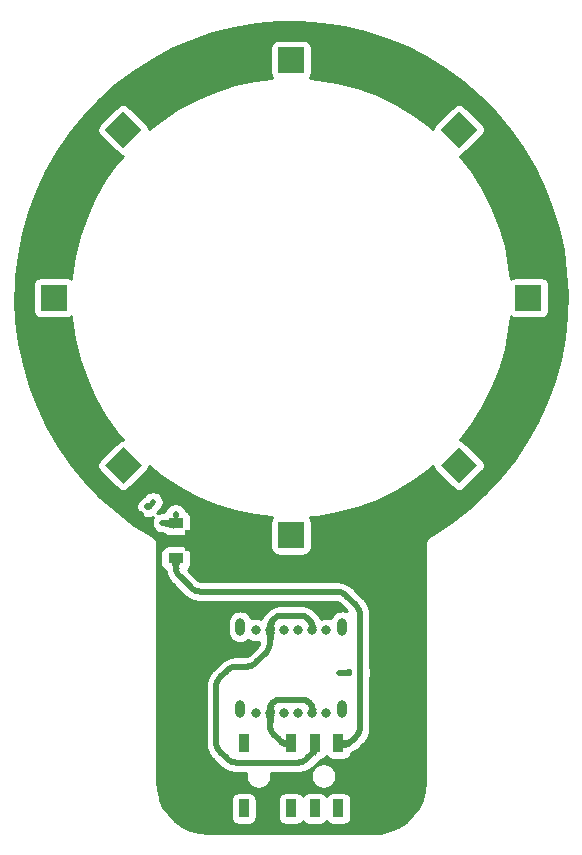
<source format=gbr>
%TF.GenerationSoftware,KiCad,Pcbnew,(5.1.10-1-10_14)*%
%TF.CreationDate,2021-10-15T15:25:17+08:00*%
%TF.ProjectId,led-ring,6c65642d-7269-46e6-972e-6b696361645f,rev?*%
%TF.SameCoordinates,Original*%
%TF.FileFunction,Copper,L1,Top*%
%TF.FilePolarity,Positive*%
%FSLAX46Y46*%
G04 Gerber Fmt 4.6, Leading zero omitted, Abs format (unit mm)*
G04 Created by KiCad (PCBNEW (5.1.10-1-10_14)) date 2021-10-15 15:25:17*
%MOMM*%
%LPD*%
G01*
G04 APERTURE LIST*
%TA.AperFunction,SMDPad,CuDef*%
%ADD10R,0.900000X1.500000*%
%TD*%
%TA.AperFunction,SMDPad,CuDef*%
%ADD11C,0.100000*%
%TD*%
%TA.AperFunction,SMDPad,CuDef*%
%ADD12R,1.300000X0.900000*%
%TD*%
%TA.AperFunction,ComponentPad*%
%ADD13C,0.800000*%
%TD*%
%TA.AperFunction,ComponentPad*%
%ADD14O,0.800000X1.500000*%
%TD*%
%TA.AperFunction,SMDPad,CuDef*%
%ADD15R,2.200000X1.250000*%
%TD*%
%TA.AperFunction,SMDPad,CuDef*%
%ADD16R,2.200000X2.200000*%
%TD*%
%TA.AperFunction,SMDPad,CuDef*%
%ADD17R,1.250000X2.200000*%
%TD*%
%TA.AperFunction,ViaPad*%
%ADD18C,0.508000*%
%TD*%
%TA.AperFunction,Conductor*%
%ADD19C,0.250000*%
%TD*%
%TA.AperFunction,Conductor*%
%ADD20C,0.500000*%
%TD*%
%TA.AperFunction,Conductor*%
%ADD21C,0.254000*%
%TD*%
%TA.AperFunction,Conductor*%
%ADD22C,0.100000*%
%TD*%
%TA.AperFunction,Conductor*%
%ADD23C,0.025400*%
%TD*%
G04 APERTURE END LIST*
D10*
%TO.P,SW1,8*%
%TO.N,N/C*%
X4000000Y-43250000D03*
%TO.P,SW1,7*%
X2000000Y-43250000D03*
%TO.P,SW1,6*%
X0Y-43250000D03*
%TO.P,SW1,5*%
X-4000000Y-43250000D03*
%TO.P,SW1,4*%
%TO.N,VBUS3*%
X4000000Y-37750000D03*
%TO.P,SW1,3*%
%TO.N,VBUS2*%
X2000000Y-37750000D03*
%TO.P,SW1,2*%
%TO.N,VBUS1*%
X0Y-37750000D03*
%TO.P,SW1,1*%
%TO.N,N/C*%
X-4000000Y-37750000D03*
%TD*%
%TA.AperFunction,SMDPad,CuDef*%
D11*
%TO.P,U3,2*%
%TO.N,+3V3*%
G36*
X-5828000Y-21440500D02*
G01*
X-8953000Y-21440500D01*
X-8953000Y-21024000D01*
X-10428000Y-21024000D01*
X-10428000Y-20124000D01*
X-8953000Y-20124000D01*
X-8953000Y-19707500D01*
X-5828000Y-19707500D01*
X-5828000Y-21440500D01*
G37*
%TD.AperFunction*%
D12*
%TO.P,U3,3*%
%TO.N,VBUS3*%
X-9778000Y-22074000D03*
%TO.P,U3,1*%
%TO.N,GND*%
X-9778000Y-19074000D03*
%TD*%
D13*
%TO.P,U2,6*%
%TO.N,GND*%
X3000000Y-28135000D03*
%TO.P,U2,5*%
%TO.N,VBUS2*%
X1800000Y-28135000D03*
%TO.P,U2,4*%
%TO.N,N/C*%
X600000Y-28135000D03*
%TO.P,U2,3*%
X-600000Y-28135000D03*
%TO.P,U2,2*%
%TO.N,VBUS2*%
X-1800000Y-28135000D03*
%TO.P,U2,1*%
%TO.N,GND*%
X-3000000Y-28135000D03*
D14*
%TO.P,U2,7*%
X4325000Y-27865000D03*
X-4325000Y-27865000D03*
%TD*%
D13*
%TO.P,U1,6*%
%TO.N,GND*%
X3000000Y-35135000D03*
%TO.P,U1,5*%
%TO.N,VBUS1*%
X1800000Y-35135000D03*
%TO.P,U1,4*%
%TO.N,N/C*%
X600000Y-35135000D03*
%TO.P,U1,3*%
X-600000Y-35135000D03*
%TO.P,U1,2*%
%TO.N,VBUS1*%
X-1800000Y-35135000D03*
%TO.P,U1,1*%
%TO.N,GND*%
X-3000000Y-35135000D03*
D14*
%TO.P,U1,7*%
X4325000Y-34865000D03*
X-4325000Y-34865000D03*
%TD*%
D15*
%TO.P,D8,2*%
%TO.N,+3V3*%
X0Y-22375000D03*
D16*
%TO.P,D8,1*%
%TO.N,GND*%
X0Y-20100000D03*
%TD*%
%TA.AperFunction,SMDPad,CuDef*%
D11*
%TO.P,D7,2*%
%TO.N,+3V3*%
G36*
X-16157390Y-14601755D02*
G01*
X-14601755Y-16157390D01*
X-15485638Y-17041273D01*
X-17041273Y-15485638D01*
X-16157390Y-14601755D01*
G37*
%TD.AperFunction*%
%TA.AperFunction,SMDPad,CuDef*%
%TO.P,D7,1*%
%TO.N,GND*%
G36*
X-14212846Y-12657211D02*
G01*
X-12657211Y-14212846D01*
X-14212846Y-15768481D01*
X-15768481Y-14212846D01*
X-14212846Y-12657211D01*
G37*
%TD.AperFunction*%
%TD*%
D17*
%TO.P,D6,2*%
%TO.N,+3V3*%
X-22375000Y0D03*
D16*
%TO.P,D6,1*%
%TO.N,GND*%
X-20100000Y0D03*
%TD*%
%TA.AperFunction,SMDPad,CuDef*%
D11*
%TO.P,D5,2*%
%TO.N,+3V3*%
G36*
X-14601755Y16157390D02*
G01*
X-16157390Y14601755D01*
X-17041273Y15485638D01*
X-15485638Y17041273D01*
X-14601755Y16157390D01*
G37*
%TD.AperFunction*%
%TA.AperFunction,SMDPad,CuDef*%
%TO.P,D5,1*%
%TO.N,GND*%
G36*
X-12657211Y14212846D02*
G01*
X-14212846Y12657211D01*
X-15768481Y14212846D01*
X-14212846Y15768481D01*
X-12657211Y14212846D01*
G37*
%TD.AperFunction*%
%TD*%
D15*
%TO.P,D4,2*%
%TO.N,+3V3*%
X0Y22375000D03*
D16*
%TO.P,D4,1*%
%TO.N,GND*%
X0Y20100000D03*
%TD*%
%TA.AperFunction,SMDPad,CuDef*%
D11*
%TO.P,D3,2*%
%TO.N,+3V3*%
G36*
X16157390Y14601755D02*
G01*
X14601755Y16157390D01*
X15485638Y17041273D01*
X17041273Y15485638D01*
X16157390Y14601755D01*
G37*
%TD.AperFunction*%
%TA.AperFunction,SMDPad,CuDef*%
%TO.P,D3,1*%
%TO.N,GND*%
G36*
X14212846Y12657211D02*
G01*
X12657211Y14212846D01*
X14212846Y15768481D01*
X15768481Y14212846D01*
X14212846Y12657211D01*
G37*
%TD.AperFunction*%
%TD*%
D17*
%TO.P,D2,2*%
%TO.N,+3V3*%
X22375000Y0D03*
D16*
%TO.P,D2,1*%
%TO.N,GND*%
X20100000Y0D03*
%TD*%
%TA.AperFunction,SMDPad,CuDef*%
D11*
%TO.P,D1,2*%
%TO.N,+3V3*%
G36*
X14601755Y-16157390D02*
G01*
X16157390Y-14601755D01*
X17041273Y-15485638D01*
X15485638Y-17041273D01*
X14601755Y-16157390D01*
G37*
%TD.AperFunction*%
%TA.AperFunction,SMDPad,CuDef*%
%TO.P,D1,1*%
%TO.N,GND*%
G36*
X12657211Y-14212846D02*
G01*
X14212846Y-12657211D01*
X15768481Y-14212846D01*
X14212846Y-15768481D01*
X12657211Y-14212846D01*
G37*
%TD.AperFunction*%
%TD*%
%TO.P,C2,2*%
%TO.N,GND*%
%TA.AperFunction,SMDPad,CuDef*%
G36*
G01*
X-12184371Y-18012787D02*
X-12424787Y-17772371D01*
G75*
G02*
X-12424787Y-17574381I98995J98995D01*
G01*
X-12226797Y-17376391D01*
G75*
G02*
X-12028807Y-17376391I98995J-98995D01*
G01*
X-11788391Y-17616807D01*
G75*
G02*
X-11788391Y-17814797I-98995J-98995D01*
G01*
X-11986381Y-18012787D01*
G75*
G02*
X-12184371Y-18012787I-98995J98995D01*
G01*
G37*
%TD.AperFunction*%
%TO.P,C2,1*%
%TO.N,+3V3*%
%TA.AperFunction,SMDPad,CuDef*%
G36*
G01*
X-12863193Y-18691609D02*
X-13103609Y-18451193D01*
G75*
G02*
X-13103609Y-18253203I98995J98995D01*
G01*
X-12905619Y-18055213D01*
G75*
G02*
X-12707629Y-18055213I98995J-98995D01*
G01*
X-12467213Y-18295629D01*
G75*
G02*
X-12467213Y-18493619I-98995J-98995D01*
G01*
X-12665203Y-18691609D01*
G75*
G02*
X-12863193Y-18691609I-98995J98995D01*
G01*
G37*
%TD.AperFunction*%
%TD*%
%TO.P,C1,2*%
%TO.N,GND*%
%TA.AperFunction,SMDPad,CuDef*%
G36*
G01*
X5164000Y-31580000D02*
X5164000Y-31920000D01*
G75*
G02*
X5024000Y-32060000I-140000J0D01*
G01*
X4744000Y-32060000D01*
G75*
G02*
X4604000Y-31920000I0J140000D01*
G01*
X4604000Y-31580000D01*
G75*
G02*
X4744000Y-31440000I140000J0D01*
G01*
X5024000Y-31440000D01*
G75*
G02*
X5164000Y-31580000I0J-140000D01*
G01*
G37*
%TD.AperFunction*%
%TO.P,C1,1*%
%TO.N,VBUS3*%
%TA.AperFunction,SMDPad,CuDef*%
G36*
G01*
X6124000Y-31580000D02*
X6124000Y-31920000D01*
G75*
G02*
X5984000Y-32060000I-140000J0D01*
G01*
X5704000Y-32060000D01*
G75*
G02*
X5564000Y-31920000I0J140000D01*
G01*
X5564000Y-31580000D01*
G75*
G02*
X5704000Y-31440000I140000J0D01*
G01*
X5984000Y-31440000D01*
G75*
G02*
X6124000Y-31580000I0J-140000D01*
G01*
G37*
%TD.AperFunction*%
%TD*%
D18*
%TO.N,GND*%
X635000Y-19812000D03*
X-508000Y-20447000D03*
X14986000Y-14224000D03*
X13335000Y-14224000D03*
X20574000Y-508000D03*
X19558000Y381000D03*
X14859000Y14224000D03*
X13716000Y14224000D03*
X508000Y19558000D03*
X-508000Y20574000D03*
X-13589000Y14097000D03*
X-14859000Y14224000D03*
X-19685000Y381000D03*
X-20447000Y-508000D03*
X-13589000Y-14224000D03*
X-14859000Y-14224000D03*
X-11684000Y-17272000D03*
X-10922000Y-19050000D03*
X-9779000Y-18287990D03*
X4064000Y-31750000D03*
%TD*%
D19*
%TO.N,GND*%
X-12106589Y-17694589D02*
X-11684000Y-17272000D01*
D20*
X-10898000Y-19074000D02*
X-10922000Y-19050000D01*
X-9778000Y-19074000D02*
X-10898000Y-19074000D01*
D19*
X-9778000Y-19074000D02*
X-9778000Y-18288990D01*
X-9778000Y-18288990D02*
X-9779000Y-18287990D01*
D20*
X4854000Y-31750000D02*
X4064000Y-31750000D01*
%TO.N,VBUS3*%
X5204842Y-37467157D02*
X5170513Y-37499839D01*
X5170513Y-37499839D02*
X5134623Y-37530799D01*
X5134623Y-37530799D02*
X5097257Y-37559959D01*
X5097257Y-37559959D02*
X5058505Y-37587252D01*
X5058505Y-37587252D02*
X5018460Y-37612610D01*
X5018460Y-37612610D02*
X4977220Y-37635972D01*
X4977220Y-37635972D02*
X4934883Y-37657283D01*
X4934883Y-37657283D02*
X4891551Y-37676491D01*
X4891551Y-37676491D02*
X4847329Y-37693549D01*
X4847329Y-37693549D02*
X4802323Y-37708417D01*
X4802323Y-37708417D02*
X4756642Y-37721059D01*
X4756642Y-37721059D02*
X4710395Y-37731444D01*
X4710395Y-37731444D02*
X4663695Y-37739547D01*
X4663695Y-37739547D02*
X4616653Y-37745349D01*
X4616653Y-37745349D02*
X4569383Y-37748836D01*
X4569383Y-37748836D02*
X4522000Y-37750000D01*
X4522000Y-37750000D02*
X4000000Y-37750000D01*
X5842000Y-36330000D02*
X5840545Y-36389229D01*
X5840545Y-36389229D02*
X5836187Y-36448317D01*
X5836187Y-36448317D02*
X5828934Y-36507119D01*
X5828934Y-36507119D02*
X5818805Y-36565494D01*
X5818805Y-36565494D02*
X5805824Y-36623302D01*
X5805824Y-36623302D02*
X5790021Y-36680404D01*
X5790021Y-36680404D02*
X5771436Y-36736661D01*
X5771436Y-36736661D02*
X5750113Y-36791939D01*
X5750113Y-36791939D02*
X5726104Y-36846104D01*
X5726104Y-36846104D02*
X5699465Y-36899025D01*
X5699465Y-36899025D02*
X5670262Y-36950576D01*
X5670262Y-36950576D02*
X5638565Y-37000632D01*
X5638565Y-37000632D02*
X5604449Y-37049072D01*
X5604449Y-37049072D02*
X5567998Y-37095779D01*
X5567998Y-37095779D02*
X5529299Y-37140642D01*
X5529299Y-37140642D02*
X5488446Y-37183553D01*
X5488446Y-37183553D02*
X5204842Y-37467157D01*
X5488446Y-26062446D02*
X5529299Y-26105356D01*
X5529299Y-26105356D02*
X5567998Y-26150219D01*
X5567998Y-26150219D02*
X5604449Y-26196926D01*
X5604449Y-26196926D02*
X5638565Y-26245366D01*
X5638565Y-26245366D02*
X5670262Y-26295422D01*
X5670262Y-26295422D02*
X5699465Y-26346973D01*
X5699465Y-26346973D02*
X5726104Y-26399894D01*
X5726104Y-26399894D02*
X5750114Y-26454059D01*
X5750114Y-26454059D02*
X5771437Y-26509337D01*
X5771437Y-26509337D02*
X5790021Y-26565595D01*
X5790021Y-26565595D02*
X5805824Y-26622696D01*
X5805824Y-26622696D02*
X5818805Y-26680504D01*
X5818805Y-26680504D02*
X5828934Y-26738880D01*
X5828934Y-26738880D02*
X5836187Y-26797682D01*
X5836187Y-26797682D02*
X5840545Y-26856770D01*
X5840545Y-26856770D02*
X5842000Y-26916000D01*
X5842000Y-26916000D02*
X5842000Y-36330000D01*
X3818000Y-24892000D02*
X3877229Y-24893454D01*
X3877229Y-24893454D02*
X3936317Y-24897812D01*
X3936317Y-24897812D02*
X3995119Y-24905065D01*
X3995119Y-24905065D02*
X4053494Y-24915194D01*
X4053494Y-24915194D02*
X4111302Y-24928175D01*
X4111302Y-24928175D02*
X4168404Y-24943977D01*
X4168404Y-24943977D02*
X4224661Y-24962562D01*
X4224661Y-24962562D02*
X4279939Y-24983885D01*
X4279939Y-24983885D02*
X4334104Y-25007895D01*
X4334104Y-25007895D02*
X4387025Y-25034533D01*
X4387025Y-25034533D02*
X4438576Y-25063736D01*
X4438576Y-25063736D02*
X4488632Y-25095434D01*
X4488632Y-25095434D02*
X4537072Y-25129549D01*
X4537072Y-25129549D02*
X4583779Y-25166000D01*
X4583779Y-25166000D02*
X4628642Y-25204699D01*
X4628642Y-25204699D02*
X4671553Y-25245553D01*
X4671553Y-25245553D02*
X5488446Y-26062446D01*
X-8481553Y-24538446D02*
X-8438642Y-24579299D01*
X-8438642Y-24579299D02*
X-8393779Y-24617998D01*
X-8393779Y-24617998D02*
X-8347072Y-24654449D01*
X-8347072Y-24654449D02*
X-8298632Y-24688565D01*
X-8298632Y-24688565D02*
X-8248576Y-24720262D01*
X-8248576Y-24720262D02*
X-8197025Y-24749465D01*
X-8197025Y-24749465D02*
X-8144104Y-24776104D01*
X-8144104Y-24776104D02*
X-8089939Y-24800113D01*
X-8089939Y-24800113D02*
X-8034661Y-24821436D01*
X-8034661Y-24821436D02*
X-7978404Y-24840021D01*
X-7978404Y-24840021D02*
X-7921302Y-24855824D01*
X-7921302Y-24855824D02*
X-7863494Y-24868805D01*
X-7863494Y-24868805D02*
X-7805119Y-24878934D01*
X-7805119Y-24878934D02*
X-7746317Y-24886186D01*
X-7746317Y-24886186D02*
X-7687229Y-24890545D01*
X-7687229Y-24890545D02*
X-7628000Y-24892000D01*
X-7628000Y-24892000D02*
X3818000Y-24892000D01*
X-9778000Y-22742000D02*
X-9778000Y-22074000D01*
X-9778000Y-22742000D02*
X-9776545Y-22801229D01*
X-9776545Y-22801229D02*
X-9772187Y-22860317D01*
X-9772187Y-22860317D02*
X-9764934Y-22919119D01*
X-9764934Y-22919119D02*
X-9754805Y-22977494D01*
X-9754805Y-22977494D02*
X-9741824Y-23035302D01*
X-9741824Y-23035302D02*
X-9726021Y-23092404D01*
X-9726021Y-23092404D02*
X-9707436Y-23148661D01*
X-9707436Y-23148661D02*
X-9686113Y-23203939D01*
X-9686113Y-23203939D02*
X-9662104Y-23258104D01*
X-9662104Y-23258104D02*
X-9635465Y-23311025D01*
X-9635465Y-23311025D02*
X-9606262Y-23362576D01*
X-9606262Y-23362576D02*
X-9574565Y-23412632D01*
X-9574565Y-23412632D02*
X-9540449Y-23461072D01*
X-9540449Y-23461072D02*
X-9503998Y-23507779D01*
X-9503998Y-23507779D02*
X-9465299Y-23552642D01*
X-9465299Y-23552642D02*
X-9424446Y-23595553D01*
X-9424446Y-23595553D02*
X-8481553Y-24538446D01*
%TO.N,VBUS2*%
X2000000Y-37750000D02*
X2000000Y-38386000D01*
X516000Y-39370000D02*
X575229Y-39368545D01*
X575229Y-39368545D02*
X634317Y-39364187D01*
X634317Y-39364187D02*
X693119Y-39356934D01*
X693119Y-39356934D02*
X751494Y-39346805D01*
X751494Y-39346805D02*
X809302Y-39333824D01*
X809302Y-39333824D02*
X866404Y-39318021D01*
X866404Y-39318021D02*
X922661Y-39299436D01*
X922661Y-39299436D02*
X977939Y-39278113D01*
X977939Y-39278113D02*
X1032104Y-39254104D01*
X1032104Y-39254104D02*
X1085025Y-39227465D01*
X1085025Y-39227465D02*
X1136576Y-39198262D01*
X1136576Y-39198262D02*
X1186632Y-39166565D01*
X1186632Y-39166565D02*
X1235072Y-39132449D01*
X1235072Y-39132449D02*
X1281779Y-39095998D01*
X1281779Y-39095998D02*
X1326642Y-39057299D01*
X1326642Y-39057299D02*
X1369553Y-39016446D01*
X1369553Y-39016446D02*
X2000000Y-38386000D01*
X-5433553Y-39016446D02*
X-5390642Y-39057299D01*
X-5390642Y-39057299D02*
X-5345779Y-39095998D01*
X-5345779Y-39095998D02*
X-5299072Y-39132449D01*
X-5299072Y-39132449D02*
X-5250632Y-39166565D01*
X-5250632Y-39166565D02*
X-5200576Y-39198262D01*
X-5200576Y-39198262D02*
X-5149025Y-39227465D01*
X-5149025Y-39227465D02*
X-5096104Y-39254104D01*
X-5096104Y-39254104D02*
X-5041939Y-39278113D01*
X-5041939Y-39278113D02*
X-4986661Y-39299436D01*
X-4986661Y-39299436D02*
X-4930404Y-39318021D01*
X-4930404Y-39318021D02*
X-4873302Y-39333824D01*
X-4873302Y-39333824D02*
X-4815494Y-39346805D01*
X-4815494Y-39346805D02*
X-4757119Y-39356934D01*
X-4757119Y-39356934D02*
X-4698317Y-39364186D01*
X-4698317Y-39364186D02*
X-4639229Y-39368545D01*
X-4639229Y-39368545D02*
X-4580000Y-39370000D01*
X-4580000Y-39370000D02*
X516000Y-39370000D01*
X-6350000Y-37600000D02*
X-6348545Y-37659229D01*
X-6348545Y-37659229D02*
X-6344187Y-37718317D01*
X-6344187Y-37718317D02*
X-6336934Y-37777119D01*
X-6336934Y-37777119D02*
X-6326805Y-37835494D01*
X-6326805Y-37835494D02*
X-6313824Y-37893302D01*
X-6313824Y-37893302D02*
X-6298021Y-37950404D01*
X-6298021Y-37950404D02*
X-6279436Y-38006661D01*
X-6279436Y-38006661D02*
X-6258113Y-38061939D01*
X-6258113Y-38061939D02*
X-6234104Y-38116104D01*
X-6234104Y-38116104D02*
X-6207465Y-38169025D01*
X-6207465Y-38169025D02*
X-6178262Y-38220576D01*
X-6178262Y-38220576D02*
X-6146565Y-38270632D01*
X-6146565Y-38270632D02*
X-6112449Y-38319072D01*
X-6112449Y-38319072D02*
X-6075998Y-38365779D01*
X-6075998Y-38365779D02*
X-6037299Y-38410642D01*
X-6037299Y-38410642D02*
X-5996446Y-38453553D01*
X-5996446Y-38453553D02*
X-5433553Y-39016446D01*
X-5996446Y-32158446D02*
X-6037299Y-32201356D01*
X-6037299Y-32201356D02*
X-6075998Y-32246219D01*
X-6075998Y-32246219D02*
X-6112449Y-32292926D01*
X-6112449Y-32292926D02*
X-6146565Y-32341366D01*
X-6146565Y-32341366D02*
X-6178262Y-32391422D01*
X-6178262Y-32391422D02*
X-6207465Y-32442973D01*
X-6207465Y-32442973D02*
X-6234104Y-32495894D01*
X-6234104Y-32495894D02*
X-6258114Y-32550059D01*
X-6258114Y-32550059D02*
X-6279437Y-32605337D01*
X-6279437Y-32605337D02*
X-6298021Y-32661595D01*
X-6298021Y-32661595D02*
X-6313824Y-32718696D01*
X-6313824Y-32718696D02*
X-6326805Y-32776504D01*
X-6326805Y-32776504D02*
X-6336934Y-32834880D01*
X-6336934Y-32834880D02*
X-6344187Y-32893682D01*
X-6344187Y-32893682D02*
X-6348545Y-32952770D01*
X-6348545Y-32952770D02*
X-6350000Y-33012000D01*
X-6350000Y-33012000D02*
X-6350000Y-37600000D01*
X-4580000Y-31242000D02*
X-4639229Y-31243454D01*
X-4639229Y-31243454D02*
X-4698317Y-31247812D01*
X-4698317Y-31247812D02*
X-4757119Y-31255065D01*
X-4757119Y-31255065D02*
X-4815494Y-31265194D01*
X-4815494Y-31265194D02*
X-4873302Y-31278175D01*
X-4873302Y-31278175D02*
X-4930404Y-31293977D01*
X-4930404Y-31293977D02*
X-4986661Y-31312562D01*
X-4986661Y-31312562D02*
X-5041939Y-31333885D01*
X-5041939Y-31333885D02*
X-5096104Y-31357895D01*
X-5096104Y-31357895D02*
X-5149025Y-31384533D01*
X-5149025Y-31384533D02*
X-5200576Y-31413736D01*
X-5200576Y-31413736D02*
X-5250632Y-31445434D01*
X-5250632Y-31445434D02*
X-5299072Y-31479549D01*
X-5299072Y-31479549D02*
X-5345779Y-31516000D01*
X-5345779Y-31516000D02*
X-5390642Y-31554699D01*
X-5390642Y-31554699D02*
X-5433553Y-31595553D01*
X-5433553Y-31595553D02*
X-5996446Y-32158446D01*
X-2948446Y-30888446D02*
X-2991356Y-30929299D01*
X-2991356Y-30929299D02*
X-3036219Y-30967998D01*
X-3036219Y-30967998D02*
X-3082926Y-31004449D01*
X-3082926Y-31004449D02*
X-3131366Y-31038565D01*
X-3131366Y-31038565D02*
X-3181422Y-31070262D01*
X-3181422Y-31070262D02*
X-3232973Y-31099465D01*
X-3232973Y-31099465D02*
X-3285894Y-31126104D01*
X-3285894Y-31126104D02*
X-3340059Y-31150114D01*
X-3340059Y-31150114D02*
X-3395337Y-31171437D01*
X-3395337Y-31171437D02*
X-3451595Y-31190021D01*
X-3451595Y-31190021D02*
X-3508696Y-31205824D01*
X-3508696Y-31205824D02*
X-3566504Y-31218805D01*
X-3566504Y-31218805D02*
X-3624880Y-31228934D01*
X-3624880Y-31228934D02*
X-3683682Y-31236187D01*
X-3683682Y-31236187D02*
X-3742770Y-31240545D01*
X-3742770Y-31240545D02*
X-3802000Y-31242000D01*
X-3802000Y-31242000D02*
X-4580000Y-31242000D01*
X-1800000Y-29240000D02*
X-1800000Y-28135000D01*
X-1800000Y-29240000D02*
X-1801453Y-29299229D01*
X-1801453Y-29299229D02*
X-1805811Y-29358317D01*
X-1805811Y-29358317D02*
X-1813064Y-29417119D01*
X-1813064Y-29417119D02*
X-1823193Y-29475494D01*
X-1823193Y-29475494D02*
X-1836174Y-29533303D01*
X-1836174Y-29533303D02*
X-1851976Y-29590404D01*
X-1851976Y-29590404D02*
X-1870561Y-29646662D01*
X-1870561Y-29646662D02*
X-1891884Y-29701939D01*
X-1891884Y-29701939D02*
X-1915894Y-29756104D01*
X-1915894Y-29756104D02*
X-1942532Y-29809026D01*
X-1942532Y-29809026D02*
X-1971735Y-29860576D01*
X-1971735Y-29860576D02*
X-2003433Y-29910632D01*
X-2003433Y-29910632D02*
X-2037548Y-29959072D01*
X-2037548Y-29959072D02*
X-2073999Y-30005780D01*
X-2073999Y-30005780D02*
X-2112698Y-30050643D01*
X-2112698Y-30050643D02*
X-2153553Y-30093553D01*
X-2153553Y-30093553D02*
X-2948446Y-30888446D01*
X-854685Y-26924000D02*
X-890222Y-26924872D01*
X-890222Y-26924872D02*
X-925675Y-26927487D01*
X-925675Y-26927487D02*
X-960956Y-26931839D01*
X-960956Y-26931839D02*
X-995981Y-26937916D01*
X-995981Y-26937916D02*
X-1030666Y-26945705D01*
X-1030666Y-26945705D02*
X-1064927Y-26955186D01*
X-1064927Y-26955186D02*
X-1098682Y-26966337D01*
X-1098682Y-26966337D02*
X-1131848Y-26979131D01*
X-1131848Y-26979131D02*
X-1164347Y-26993537D01*
X-1164347Y-26993537D02*
X-1196100Y-27009520D01*
X-1196100Y-27009520D02*
X-1227031Y-27027042D01*
X-1227031Y-27027042D02*
X-1257064Y-27046060D01*
X-1257064Y-27046060D02*
X-1286128Y-27066529D01*
X-1286128Y-27066529D02*
X-1314153Y-27088400D01*
X-1314153Y-27088400D02*
X-1341070Y-27111619D01*
X-1341070Y-27111619D02*
X-1366817Y-27136132D01*
X1366817Y-27136132D02*
X1341070Y-27111619D01*
X1341070Y-27111619D02*
X1314153Y-27088400D01*
X1314153Y-27088400D02*
X1286128Y-27066529D01*
X1286128Y-27066529D02*
X1257064Y-27046060D01*
X1257064Y-27046060D02*
X1227031Y-27027042D01*
X1227031Y-27027042D02*
X1196100Y-27009520D01*
X1196100Y-27009520D02*
X1164347Y-26993537D01*
X1164347Y-26993537D02*
X1131848Y-26979131D01*
X1131848Y-26979131D02*
X1098682Y-26966337D01*
X1098682Y-26966337D02*
X1064927Y-26955186D01*
X1064927Y-26955186D02*
X1030666Y-26945705D01*
X1030666Y-26945705D02*
X995981Y-26937916D01*
X995981Y-26937916D02*
X960956Y-26931839D01*
X960956Y-26931839D02*
X925675Y-26927487D01*
X925675Y-26927487D02*
X890222Y-26924872D01*
X890222Y-26924872D02*
X854685Y-26924000D01*
X854685Y-26924000D02*
X-854685Y-26924000D01*
X1800000Y-27869315D02*
X1800000Y-28135000D01*
X1800000Y-27869315D02*
X1799127Y-27833776D01*
X1799127Y-27833776D02*
X1796512Y-27798324D01*
X1796512Y-27798324D02*
X1792160Y-27763043D01*
X1792160Y-27763043D02*
X1786083Y-27728017D01*
X1786083Y-27728017D02*
X1778294Y-27693332D01*
X1778294Y-27693332D02*
X1768813Y-27659071D01*
X1768813Y-27659071D02*
X1757662Y-27625317D01*
X1757662Y-27625317D02*
X1744868Y-27592150D01*
X1744868Y-27592150D02*
X1730462Y-27559651D01*
X1730462Y-27559651D02*
X1714479Y-27527898D01*
X1714479Y-27527898D02*
X1696957Y-27496967D01*
X1696957Y-27496967D02*
X1677939Y-27466934D01*
X1677939Y-27466934D02*
X1657469Y-27437870D01*
X1657469Y-27437870D02*
X1635599Y-27409845D01*
X1635599Y-27409845D02*
X1612379Y-27382927D01*
X1612379Y-27382927D02*
X1587867Y-27357182D01*
X1587867Y-27357182D02*
X1366817Y-27136132D01*
X-1800000Y-27869315D02*
X-1800000Y-28135000D01*
X-1800000Y-27869315D02*
X-1799127Y-27833776D01*
X-1799127Y-27833776D02*
X-1796512Y-27798324D01*
X-1796512Y-27798324D02*
X-1792160Y-27763043D01*
X-1792160Y-27763043D02*
X-1786083Y-27728017D01*
X-1786083Y-27728017D02*
X-1778294Y-27693332D01*
X-1778294Y-27693332D02*
X-1768813Y-27659071D01*
X-1768813Y-27659071D02*
X-1757662Y-27625317D01*
X-1757662Y-27625317D02*
X-1744868Y-27592150D01*
X-1744868Y-27592150D02*
X-1730462Y-27559651D01*
X-1730462Y-27559651D02*
X-1714479Y-27527898D01*
X-1714479Y-27527898D02*
X-1696957Y-27496967D01*
X-1696957Y-27496967D02*
X-1677939Y-27466934D01*
X-1677939Y-27466934D02*
X-1657469Y-27437870D01*
X-1657469Y-27437870D02*
X-1635599Y-27409845D01*
X-1635599Y-27409845D02*
X-1612379Y-27382927D01*
X-1612379Y-27382927D02*
X-1587867Y-27357182D01*
X-1587867Y-27357182D02*
X-1366817Y-27136132D01*
%TO.N,VBUS1*%
X-1587867Y-34357182D02*
X-1612379Y-34382928D01*
X-1612379Y-34382928D02*
X-1635598Y-34409845D01*
X-1635598Y-34409845D02*
X-1657469Y-34437870D01*
X-1657469Y-34437870D02*
X-1677938Y-34466934D01*
X-1677938Y-34466934D02*
X-1696957Y-34496968D01*
X-1696957Y-34496968D02*
X-1714479Y-34527898D01*
X-1714479Y-34527898D02*
X-1730462Y-34559651D01*
X-1730462Y-34559651D02*
X-1744868Y-34592150D01*
X-1744868Y-34592150D02*
X-1757661Y-34625317D01*
X-1757661Y-34625317D02*
X-1768812Y-34659071D01*
X-1768812Y-34659071D02*
X-1778294Y-34693332D01*
X-1778294Y-34693332D02*
X-1786082Y-34728017D01*
X-1786082Y-34728017D02*
X-1792160Y-34763043D01*
X-1792160Y-34763043D02*
X-1796511Y-34798324D01*
X-1796511Y-34798324D02*
X-1799127Y-34833776D01*
X-1799127Y-34833776D02*
X-1800000Y-34869315D01*
X-1800000Y-34869315D02*
X-1800000Y-35135000D01*
X-966685Y-34036000D02*
X-1002222Y-34036872D01*
X-1002222Y-34036872D02*
X-1037675Y-34039487D01*
X-1037675Y-34039487D02*
X-1072956Y-34043839D01*
X-1072956Y-34043839D02*
X-1107981Y-34049916D01*
X-1107981Y-34049916D02*
X-1142666Y-34057705D01*
X-1142666Y-34057705D02*
X-1176927Y-34067186D01*
X-1176927Y-34067186D02*
X-1210682Y-34078337D01*
X-1210682Y-34078337D02*
X-1243848Y-34091131D01*
X-1243848Y-34091131D02*
X-1276347Y-34105537D01*
X-1276347Y-34105537D02*
X-1308100Y-34121520D01*
X-1308100Y-34121520D02*
X-1339031Y-34139042D01*
X-1339031Y-34139042D02*
X-1369064Y-34158060D01*
X-1369064Y-34158060D02*
X-1398128Y-34178529D01*
X-1398128Y-34178529D02*
X-1426153Y-34200400D01*
X-1426153Y-34200400D02*
X-1453070Y-34223619D01*
X-1453070Y-34223619D02*
X-1478817Y-34248132D01*
X-1478817Y-34248132D02*
X-1587867Y-34357182D01*
X1478817Y-34248132D02*
X1453070Y-34223619D01*
X1453070Y-34223619D02*
X1426153Y-34200400D01*
X1426153Y-34200400D02*
X1398128Y-34178529D01*
X1398128Y-34178529D02*
X1369064Y-34158060D01*
X1369064Y-34158060D02*
X1339031Y-34139042D01*
X1339031Y-34139042D02*
X1308100Y-34121520D01*
X1308100Y-34121520D02*
X1276347Y-34105537D01*
X1276347Y-34105537D02*
X1243848Y-34091131D01*
X1243848Y-34091131D02*
X1210682Y-34078337D01*
X1210682Y-34078337D02*
X1176927Y-34067186D01*
X1176927Y-34067186D02*
X1142666Y-34057705D01*
X1142666Y-34057705D02*
X1107981Y-34049916D01*
X1107981Y-34049916D02*
X1072956Y-34043839D01*
X1072956Y-34043839D02*
X1037675Y-34039487D01*
X1037675Y-34039487D02*
X1002222Y-34036872D01*
X1002222Y-34036872D02*
X966685Y-34036000D01*
X966685Y-34036000D02*
X-966685Y-34036000D01*
X1800000Y-34869315D02*
X1800000Y-35135000D01*
X1800000Y-34869315D02*
X1799127Y-34833776D01*
X1799127Y-34833776D02*
X1796512Y-34798324D01*
X1796512Y-34798324D02*
X1792160Y-34763043D01*
X1792160Y-34763043D02*
X1786083Y-34728017D01*
X1786083Y-34728017D02*
X1778294Y-34693332D01*
X1778294Y-34693332D02*
X1768813Y-34659071D01*
X1768813Y-34659071D02*
X1757662Y-34625317D01*
X1757662Y-34625317D02*
X1744868Y-34592150D01*
X1744868Y-34592150D02*
X1730462Y-34559651D01*
X1730462Y-34559651D02*
X1714479Y-34527898D01*
X1714479Y-34527898D02*
X1696957Y-34496967D01*
X1696957Y-34496967D02*
X1677939Y-34466934D01*
X1677939Y-34466934D02*
X1657469Y-34437870D01*
X1657469Y-34437870D02*
X1635599Y-34409845D01*
X1635599Y-34409845D02*
X1612379Y-34382927D01*
X1612379Y-34382927D02*
X1587867Y-34357182D01*
X1587867Y-34357182D02*
X1478817Y-34248132D01*
X-200000Y-37750000D02*
X0Y-37750000D01*
X-200000Y-37750000D02*
X-259229Y-37748545D01*
X-259229Y-37748545D02*
X-318317Y-37744187D01*
X-318317Y-37744187D02*
X-377119Y-37736934D01*
X-377119Y-37736934D02*
X-435494Y-37726805D01*
X-435494Y-37726805D02*
X-493302Y-37713824D01*
X-493302Y-37713824D02*
X-550404Y-37698021D01*
X-550404Y-37698021D02*
X-606661Y-37679436D01*
X-606661Y-37679436D02*
X-661939Y-37658113D01*
X-661939Y-37658113D02*
X-716104Y-37634104D01*
X-716104Y-37634104D02*
X-769025Y-37607465D01*
X-769025Y-37607465D02*
X-820576Y-37578262D01*
X-820576Y-37578262D02*
X-870632Y-37546565D01*
X-870632Y-37546565D02*
X-919072Y-37512449D01*
X-919072Y-37512449D02*
X-965779Y-37475998D01*
X-965779Y-37475998D02*
X-1010642Y-37437299D01*
X-1010642Y-37437299D02*
X-1053553Y-37396446D01*
X-1800000Y-36150000D02*
X-1800000Y-35135000D01*
X-1800000Y-36150000D02*
X-1798545Y-36209229D01*
X-1798545Y-36209229D02*
X-1794187Y-36268317D01*
X-1794187Y-36268317D02*
X-1786934Y-36327119D01*
X-1786934Y-36327119D02*
X-1776805Y-36385494D01*
X-1776805Y-36385494D02*
X-1763824Y-36443302D01*
X-1763824Y-36443302D02*
X-1748021Y-36500404D01*
X-1748021Y-36500404D02*
X-1729436Y-36556661D01*
X-1729436Y-36556661D02*
X-1708113Y-36611939D01*
X-1708113Y-36611939D02*
X-1684104Y-36666104D01*
X-1684104Y-36666104D02*
X-1657465Y-36719025D01*
X-1657465Y-36719025D02*
X-1628262Y-36770576D01*
X-1628262Y-36770576D02*
X-1596565Y-36820632D01*
X-1596565Y-36820632D02*
X-1562449Y-36869072D01*
X-1562449Y-36869072D02*
X-1525998Y-36915779D01*
X-1525998Y-36915779D02*
X-1487299Y-36960642D01*
X-1487299Y-36960642D02*
X-1446446Y-37003553D01*
X-1446446Y-37003553D02*
X-1053553Y-37396446D01*
%TD*%
D21*
%TO.N,+3V3*%
X2601626Y23194014D02*
X4453381Y22910657D01*
X6276451Y22479701D01*
X8059077Y21903928D01*
X9789796Y21187040D01*
X11457434Y20333666D01*
X13051265Y19349296D01*
X14561016Y18240274D01*
X15976967Y17013739D01*
X17289981Y15677605D01*
X18491619Y14240463D01*
X19574124Y12711587D01*
X20530532Y11100812D01*
X21354669Y9418539D01*
X22041241Y7675577D01*
X22585817Y5883165D01*
X22984888Y4052858D01*
X23235887Y2196435D01*
X23337193Y325874D01*
X23288156Y-1546800D01*
X23089090Y-3409494D01*
X22741281Y-5250232D01*
X22246963Y-7057152D01*
X21609327Y-8818602D01*
X20832483Y-10523234D01*
X19921417Y-12160093D01*
X18882023Y-13718600D01*
X17720992Y-15188721D01*
X16445785Y-16561007D01*
X15064639Y-17826593D01*
X13586439Y-18977340D01*
X12012041Y-20011526D01*
X11676797Y-20209000D01*
X11631550Y-20233185D01*
X11531052Y-20315662D01*
X11448575Y-20416161D01*
X11387290Y-20530818D01*
X11349550Y-20655228D01*
X11340000Y-20752192D01*
X11340001Y-40970597D01*
X11268827Y-41768083D01*
X11065344Y-42511890D01*
X10733363Y-43207904D01*
X10283374Y-43834130D01*
X9729597Y-44370777D01*
X9089549Y-44800871D01*
X8383447Y-45110829D01*
X7628543Y-45292065D01*
X6975793Y-45340000D01*
X-6970608Y-45340000D01*
X-7768083Y-45268827D01*
X-8511890Y-45065344D01*
X-9207904Y-44733363D01*
X-9834130Y-44283374D01*
X-10370777Y-43729597D01*
X-10800871Y-43089549D01*
X-11059665Y-42500000D01*
X-5088072Y-42500000D01*
X-5088072Y-44000000D01*
X-5075812Y-44124482D01*
X-5039502Y-44244180D01*
X-4980537Y-44354494D01*
X-4901185Y-44451185D01*
X-4804494Y-44530537D01*
X-4694180Y-44589502D01*
X-4574482Y-44625812D01*
X-4450000Y-44638072D01*
X-3550000Y-44638072D01*
X-3425518Y-44625812D01*
X-3305820Y-44589502D01*
X-3195506Y-44530537D01*
X-3098815Y-44451185D01*
X-3019463Y-44354494D01*
X-2960498Y-44244180D01*
X-2924188Y-44124482D01*
X-2911928Y-44000000D01*
X-2911928Y-42500000D01*
X-1088072Y-42500000D01*
X-1088072Y-44000000D01*
X-1075812Y-44124482D01*
X-1039502Y-44244180D01*
X-980537Y-44354494D01*
X-901185Y-44451185D01*
X-804494Y-44530537D01*
X-694180Y-44589502D01*
X-574482Y-44625812D01*
X-450000Y-44638072D01*
X450000Y-44638072D01*
X574482Y-44625812D01*
X694180Y-44589502D01*
X804494Y-44530537D01*
X901185Y-44451185D01*
X980537Y-44354494D01*
X1000000Y-44318082D01*
X1019463Y-44354494D01*
X1098815Y-44451185D01*
X1195506Y-44530537D01*
X1305820Y-44589502D01*
X1425518Y-44625812D01*
X1550000Y-44638072D01*
X2450000Y-44638072D01*
X2574482Y-44625812D01*
X2694180Y-44589502D01*
X2804494Y-44530537D01*
X2901185Y-44451185D01*
X2980537Y-44354494D01*
X3000000Y-44318082D01*
X3019463Y-44354494D01*
X3098815Y-44451185D01*
X3195506Y-44530537D01*
X3305820Y-44589502D01*
X3425518Y-44625812D01*
X3550000Y-44638072D01*
X4450000Y-44638072D01*
X4574482Y-44625812D01*
X4694180Y-44589502D01*
X4804494Y-44530537D01*
X4901185Y-44451185D01*
X4980537Y-44354494D01*
X5039502Y-44244180D01*
X5075812Y-44124482D01*
X5088072Y-44000000D01*
X5088072Y-42500000D01*
X5075812Y-42375518D01*
X5039502Y-42255820D01*
X4980537Y-42145506D01*
X4901185Y-42048815D01*
X4804494Y-41969463D01*
X4694180Y-41910498D01*
X4574482Y-41874188D01*
X4450000Y-41861928D01*
X3550000Y-41861928D01*
X3425518Y-41874188D01*
X3305820Y-41910498D01*
X3195506Y-41969463D01*
X3098815Y-42048815D01*
X3019463Y-42145506D01*
X3000000Y-42181918D01*
X2980537Y-42145506D01*
X2901185Y-42048815D01*
X2804494Y-41969463D01*
X2694180Y-41910498D01*
X2574482Y-41874188D01*
X2450000Y-41861928D01*
X1550000Y-41861928D01*
X1425518Y-41874188D01*
X1305820Y-41910498D01*
X1195506Y-41969463D01*
X1098815Y-42048815D01*
X1019463Y-42145506D01*
X1000000Y-42181918D01*
X980537Y-42145506D01*
X901185Y-42048815D01*
X804494Y-41969463D01*
X694180Y-41910498D01*
X574482Y-41874188D01*
X450000Y-41861928D01*
X-450000Y-41861928D01*
X-574482Y-41874188D01*
X-694180Y-41910498D01*
X-804494Y-41969463D01*
X-901185Y-42048815D01*
X-980537Y-42145506D01*
X-1039502Y-42255820D01*
X-1075812Y-42375518D01*
X-1088072Y-42500000D01*
X-2911928Y-42500000D01*
X-2924188Y-42375518D01*
X-2960498Y-42255820D01*
X-3019463Y-42145506D01*
X-3098815Y-42048815D01*
X-3195506Y-41969463D01*
X-3305820Y-41910498D01*
X-3425518Y-41874188D01*
X-3550000Y-41861928D01*
X-4450000Y-41861928D01*
X-4574482Y-41874188D01*
X-4694180Y-41910498D01*
X-4804494Y-41969463D01*
X-4901185Y-42048815D01*
X-4980537Y-42145506D01*
X-5039502Y-42255820D01*
X-5075812Y-42375518D01*
X-5088072Y-42500000D01*
X-11059665Y-42500000D01*
X-11110829Y-42383447D01*
X-11292065Y-41628543D01*
X-11340000Y-40975793D01*
X-11340000Y-21624000D01*
X-11066072Y-21624000D01*
X-11066072Y-22524000D01*
X-11053812Y-22648482D01*
X-11017502Y-22768180D01*
X-10958537Y-22878494D01*
X-10879185Y-22975185D01*
X-10782494Y-23054537D01*
X-10672180Y-23113502D01*
X-10628086Y-23126878D01*
X-10627827Y-23128974D01*
X-10623061Y-23150201D01*
X-10619342Y-23171631D01*
X-10613542Y-23192590D01*
X-10610080Y-23208009D01*
X-10606359Y-23229451D01*
X-10600559Y-23250408D01*
X-10595795Y-23271624D01*
X-10588969Y-23292287D01*
X-10584755Y-23307512D01*
X-10579990Y-23328732D01*
X-10573165Y-23349391D01*
X-10567363Y-23370356D01*
X-10559537Y-23390643D01*
X-10554586Y-23405632D01*
X-10548782Y-23426603D01*
X-10540951Y-23446904D01*
X-10534129Y-23467554D01*
X-10525315Y-23487437D01*
X-10519631Y-23502174D01*
X-10512810Y-23522821D01*
X-10503992Y-23542714D01*
X-10496164Y-23563008D01*
X-10486390Y-23582426D01*
X-10479980Y-23596888D01*
X-10472150Y-23617185D01*
X-10462379Y-23636597D01*
X-10453565Y-23656481D01*
X-10442835Y-23675423D01*
X-10435734Y-23689529D01*
X-10426923Y-23709407D01*
X-10416200Y-23728336D01*
X-10406415Y-23747775D01*
X-10394780Y-23766148D01*
X-10387000Y-23779881D01*
X-10377221Y-23799310D01*
X-10365583Y-23817688D01*
X-10354861Y-23836616D01*
X-10342337Y-23854398D01*
X-10333884Y-23867748D01*
X-10323157Y-23886683D01*
X-10310635Y-23904463D01*
X-10299004Y-23922830D01*
X-10285618Y-23939983D01*
X-10276513Y-23952911D01*
X-10264880Y-23971281D01*
X-10251499Y-23988427D01*
X-10238971Y-24006215D01*
X-10224764Y-24022685D01*
X-10215047Y-24035135D01*
X-10202526Y-24052914D01*
X-10188321Y-24069381D01*
X-10174932Y-24086538D01*
X-10159932Y-24102293D01*
X-10149624Y-24114243D01*
X-10136248Y-24131383D01*
X-10121245Y-24147142D01*
X-10107031Y-24163620D01*
X-10091284Y-24178613D01*
X-10087886Y-24182181D01*
X-10080978Y-24190599D01*
X-10057926Y-24213651D01*
X-10035438Y-24237272D01*
X-10027190Y-24244388D01*
X-9130381Y-25141197D01*
X-9123272Y-25149438D01*
X-9099671Y-25171907D01*
X-9076600Y-25194978D01*
X-9068175Y-25201892D01*
X-9064613Y-25205284D01*
X-9049620Y-25221031D01*
X-9033142Y-25235245D01*
X-9017383Y-25250248D01*
X-9000243Y-25263624D01*
X-8988293Y-25273932D01*
X-8972538Y-25288932D01*
X-8955381Y-25302321D01*
X-8938914Y-25316526D01*
X-8921137Y-25329046D01*
X-8908685Y-25338764D01*
X-8892215Y-25352971D01*
X-8874427Y-25365499D01*
X-8857281Y-25378880D01*
X-8838909Y-25390514D01*
X-8825983Y-25399618D01*
X-8808830Y-25413004D01*
X-8790463Y-25424635D01*
X-8772683Y-25437157D01*
X-8753748Y-25447884D01*
X-8740401Y-25456336D01*
X-8722616Y-25468861D01*
X-8703688Y-25479583D01*
X-8685310Y-25491221D01*
X-8665881Y-25501000D01*
X-8652149Y-25508779D01*
X-8633775Y-25520415D01*
X-8614335Y-25530201D01*
X-8595407Y-25540923D01*
X-8575533Y-25549733D01*
X-8561417Y-25556838D01*
X-8542481Y-25567565D01*
X-8522604Y-25576376D01*
X-8503184Y-25586151D01*
X-8482876Y-25593985D01*
X-8468426Y-25600390D01*
X-8449008Y-25610164D01*
X-8428714Y-25617992D01*
X-8408821Y-25626810D01*
X-8388174Y-25633631D01*
X-8373437Y-25639315D01*
X-8353554Y-25648129D01*
X-8332904Y-25654951D01*
X-8312603Y-25662782D01*
X-8291632Y-25668586D01*
X-8276649Y-25673535D01*
X-8256357Y-25681363D01*
X-8235386Y-25687167D01*
X-8214732Y-25693990D01*
X-8193518Y-25698754D01*
X-8178284Y-25702970D01*
X-8157624Y-25709795D01*
X-8136409Y-25714559D01*
X-8115451Y-25720359D01*
X-8094008Y-25724080D01*
X-8078590Y-25727542D01*
X-8057631Y-25733342D01*
X-8036201Y-25737061D01*
X-8014974Y-25741827D01*
X-7993387Y-25744489D01*
X-7977823Y-25747190D01*
X-7956594Y-25751957D01*
X-7935010Y-25754619D01*
X-7913583Y-25758337D01*
X-7891889Y-25759937D01*
X-7876200Y-25761872D01*
X-7854786Y-25765588D01*
X-7833102Y-25767188D01*
X-7811492Y-25769853D01*
X-7789742Y-25770387D01*
X-7774013Y-25771547D01*
X-7752426Y-25774210D01*
X-7730679Y-25774744D01*
X-7708981Y-25776345D01*
X-7687234Y-25775811D01*
X-7682321Y-25775932D01*
X-7671477Y-25777000D01*
X-7638840Y-25777000D01*
X-7606271Y-25777800D01*
X-7595423Y-25777000D01*
X3807157Y-25777000D01*
X3833800Y-25777654D01*
X3849546Y-25778815D01*
X3865224Y-25780749D01*
X3880786Y-25783449D01*
X3896196Y-25786910D01*
X3911431Y-25791126D01*
X3926424Y-25796079D01*
X3941159Y-25801763D01*
X3955597Y-25808163D01*
X3969722Y-25815273D01*
X3983463Y-25823057D01*
X3996798Y-25831501D01*
X4009721Y-25840602D01*
X4022171Y-25850319D01*
X4034138Y-25860641D01*
X4053439Y-25879017D01*
X4734997Y-26560576D01*
X4722992Y-26554159D01*
X4527894Y-26494976D01*
X4325000Y-26474993D01*
X4122105Y-26494976D01*
X3927007Y-26554159D01*
X3747203Y-26650266D01*
X3589604Y-26779604D01*
X3460266Y-26937203D01*
X3364159Y-27117008D01*
X3351074Y-27160143D01*
X3301898Y-27139774D01*
X3101939Y-27100000D01*
X2898061Y-27100000D01*
X2698102Y-27139774D01*
X2542000Y-27204434D01*
X2540514Y-27200583D01*
X2530735Y-27181155D01*
X2521917Y-27161262D01*
X2513146Y-27145779D01*
X2505937Y-27129516D01*
X2495219Y-27110596D01*
X2485436Y-27091160D01*
X2475913Y-27076122D01*
X2467914Y-27060230D01*
X2456279Y-27041857D01*
X2445556Y-27022927D01*
X2435303Y-27008368D01*
X2426526Y-26992876D01*
X2414010Y-26975106D01*
X2402376Y-26956733D01*
X2391422Y-26942697D01*
X2381914Y-26927681D01*
X2368520Y-26910517D01*
X2355986Y-26892721D01*
X2344376Y-26879262D01*
X2334122Y-26864703D01*
X2319928Y-26848248D01*
X2306549Y-26831104D01*
X2294259Y-26818195D01*
X2283308Y-26804163D01*
X2268312Y-26788412D01*
X2254105Y-26771943D01*
X2246524Y-26764726D01*
X2244399Y-26762136D01*
X2221336Y-26739073D01*
X2198837Y-26715442D01*
X2190600Y-26708337D01*
X2015653Y-26533390D01*
X2008546Y-26525151D01*
X1984931Y-26502668D01*
X1961863Y-26479600D01*
X1959269Y-26477471D01*
X1952052Y-26469891D01*
X1935572Y-26455675D01*
X1919822Y-26440680D01*
X1905799Y-26429737D01*
X1892908Y-26417463D01*
X1875767Y-26404086D01*
X1859293Y-26389875D01*
X1844737Y-26379624D01*
X1831261Y-26367999D01*
X1813484Y-26355479D01*
X1796334Y-26342095D01*
X1781293Y-26332570D01*
X1767265Y-26321623D01*
X1748888Y-26309986D01*
X1731105Y-26297462D01*
X1715619Y-26288690D01*
X1701070Y-26278443D01*
X1682148Y-26267724D01*
X1663768Y-26256085D01*
X1647870Y-26248083D01*
X1632838Y-26238564D01*
X1613414Y-26228787D01*
X1594482Y-26218062D01*
X1578213Y-26210851D01*
X1562736Y-26202083D01*
X1542853Y-26193270D01*
X1523415Y-26183485D01*
X1506820Y-26177084D01*
X1490928Y-26169084D01*
X1470621Y-26161251D01*
X1450743Y-26152439D01*
X1433845Y-26146856D01*
X1417569Y-26139642D01*
X1396928Y-26132823D01*
X1376635Y-26124995D01*
X1359475Y-26120246D01*
X1342863Y-26113838D01*
X1321896Y-26108036D01*
X1301249Y-26101215D01*
X1283889Y-26097317D01*
X1266996Y-26091736D01*
X1245763Y-26086968D01*
X1224797Y-26081166D01*
X1207267Y-26078124D01*
X1190108Y-26073376D01*
X1168686Y-26069659D01*
X1147470Y-26064895D01*
X1129803Y-26062716D01*
X1112451Y-26058819D01*
X1090844Y-26056154D01*
X1069410Y-26052435D01*
X1051678Y-26051127D01*
X1034134Y-26048083D01*
X1012445Y-26046483D01*
X990870Y-26043822D01*
X973069Y-26043385D01*
X955395Y-26041205D01*
X933647Y-26040671D01*
X911963Y-26039072D01*
X901501Y-26039329D01*
X898162Y-26039000D01*
X865534Y-26039000D01*
X832931Y-26038200D01*
X822087Y-26039000D01*
X-822087Y-26039000D01*
X-832931Y-26038200D01*
X-865534Y-26039000D01*
X-898162Y-26039000D01*
X-901502Y-26039329D01*
X-911964Y-26039072D01*
X-933648Y-26040671D01*
X-955395Y-26041205D01*
X-973069Y-26043385D01*
X-990871Y-26043822D01*
X-1012447Y-26046483D01*
X-1034134Y-26048083D01*
X-1051678Y-26051127D01*
X-1069410Y-26052435D01*
X-1090844Y-26056154D01*
X-1112451Y-26058819D01*
X-1129803Y-26062716D01*
X-1147470Y-26064895D01*
X-1168683Y-26069659D01*
X-1190109Y-26073376D01*
X-1207269Y-26078125D01*
X-1224797Y-26081166D01*
X-1245763Y-26086968D01*
X-1266996Y-26091736D01*
X-1283889Y-26097317D01*
X-1301249Y-26101215D01*
X-1321896Y-26108036D01*
X-1342863Y-26113838D01*
X-1359476Y-26120246D01*
X-1376635Y-26124995D01*
X-1396928Y-26132823D01*
X-1417569Y-26139642D01*
X-1433845Y-26146856D01*
X-1450743Y-26152439D01*
X-1470624Y-26161252D01*
X-1490928Y-26169084D01*
X-1506820Y-26177084D01*
X-1523415Y-26183485D01*
X-1542843Y-26193264D01*
X-1562736Y-26202082D01*
X-1578219Y-26210853D01*
X-1594482Y-26218062D01*
X-1613402Y-26228780D01*
X-1632838Y-26238563D01*
X-1647876Y-26248086D01*
X-1663768Y-26256085D01*
X-1682141Y-26267720D01*
X-1701071Y-26278443D01*
X-1715620Y-26288689D01*
X-1731104Y-26297461D01*
X-1748891Y-26309988D01*
X-1767265Y-26321623D01*
X-1781293Y-26332571D01*
X-1796334Y-26342095D01*
X-1813485Y-26355480D01*
X-1831261Y-26367999D01*
X-1844738Y-26379624D01*
X-1859293Y-26389875D01*
X-1875760Y-26404079D01*
X-1892909Y-26417463D01*
X-1905800Y-26429736D01*
X-1919822Y-26440679D01*
X-1935581Y-26455683D01*
X-1952052Y-26469891D01*
X-1959269Y-26477471D01*
X-1961863Y-26479600D01*
X-1984925Y-26502662D01*
X-2008546Y-26525151D01*
X-2015653Y-26533390D01*
X-2190605Y-26708342D01*
X-2198836Y-26715442D01*
X-2221326Y-26739063D01*
X-2244399Y-26762136D01*
X-2246521Y-26764722D01*
X-2254106Y-26771943D01*
X-2268315Y-26788415D01*
X-2283308Y-26804162D01*
X-2294268Y-26818205D01*
X-2306548Y-26831104D01*
X-2319919Y-26848238D01*
X-2334122Y-26864703D01*
X-2344376Y-26879262D01*
X-2355986Y-26892721D01*
X-2368517Y-26910513D01*
X-2381914Y-26927680D01*
X-2391426Y-26942701D01*
X-2402376Y-26956733D01*
X-2414003Y-26975094D01*
X-2426527Y-26992876D01*
X-2435310Y-27008379D01*
X-2445556Y-27022928D01*
X-2456275Y-27041850D01*
X-2467914Y-27060230D01*
X-2475916Y-27076128D01*
X-2485435Y-27091160D01*
X-2495212Y-27110584D01*
X-2505937Y-27129516D01*
X-2513148Y-27145785D01*
X-2521916Y-27161262D01*
X-2530729Y-27181145D01*
X-2540514Y-27200583D01*
X-2542000Y-27204434D01*
X-2698102Y-27139774D01*
X-2898061Y-27100000D01*
X-3101939Y-27100000D01*
X-3301898Y-27139774D01*
X-3351074Y-27160143D01*
X-3364159Y-27117007D01*
X-3460266Y-26937203D01*
X-3589604Y-26779604D01*
X-3747203Y-26650266D01*
X-3927008Y-26554159D01*
X-4122106Y-26494976D01*
X-4325000Y-26474993D01*
X-4527895Y-26494976D01*
X-4722993Y-26554159D01*
X-4902797Y-26650266D01*
X-5060396Y-26779604D01*
X-5189734Y-26937203D01*
X-5285841Y-27117008D01*
X-5345024Y-27312106D01*
X-5360000Y-27464163D01*
X-5360000Y-28265838D01*
X-5345024Y-28417895D01*
X-5285840Y-28612993D01*
X-5189733Y-28792797D01*
X-5060395Y-28950396D01*
X-4902796Y-29079734D01*
X-4722992Y-29175841D01*
X-4527894Y-29235024D01*
X-4325000Y-29255007D01*
X-4122105Y-29235024D01*
X-3927007Y-29175841D01*
X-3747203Y-29079734D01*
X-3613399Y-28969924D01*
X-3490256Y-29052205D01*
X-3301898Y-29130226D01*
X-3101939Y-29170000D01*
X-2898061Y-29170000D01*
X-2698102Y-29130226D01*
X-2685000Y-29124799D01*
X-2685000Y-29229160D01*
X-2685654Y-29255813D01*
X-2686814Y-29271542D01*
X-2688748Y-29287225D01*
X-2691448Y-29302781D01*
X-2694912Y-29318211D01*
X-2699123Y-29333427D01*
X-2704077Y-29348422D01*
X-2709760Y-29363154D01*
X-2716165Y-29377605D01*
X-2723268Y-29391717D01*
X-2731052Y-29405457D01*
X-2739506Y-29418807D01*
X-2748602Y-29431722D01*
X-2758321Y-29444176D01*
X-2768630Y-29456128D01*
X-2786995Y-29475416D01*
X-3566552Y-30254974D01*
X-3585866Y-30273362D01*
X-3597827Y-30283679D01*
X-3610283Y-30293400D01*
X-3623193Y-30302493D01*
X-3636534Y-30310941D01*
X-3650285Y-30318730D01*
X-3664404Y-30325837D01*
X-3678839Y-30332236D01*
X-3693564Y-30337916D01*
X-3708571Y-30342874D01*
X-3723808Y-30347090D01*
X-3739211Y-30350549D01*
X-3754776Y-30353250D01*
X-3770453Y-30355184D01*
X-3786210Y-30356346D01*
X-3812846Y-30357000D01*
X-4547411Y-30357000D01*
X-4558256Y-30356200D01*
X-4590844Y-30357000D01*
X-4623477Y-30357000D01*
X-4634312Y-30358067D01*
X-4639228Y-30358188D01*
X-4660967Y-30357654D01*
X-4682660Y-30359254D01*
X-4704412Y-30359788D01*
X-4725999Y-30362450D01*
X-4741757Y-30363613D01*
X-4763506Y-30364147D01*
X-4785083Y-30366808D01*
X-4806772Y-30368408D01*
X-4828211Y-30372128D01*
X-4843894Y-30374062D01*
X-4865583Y-30375662D01*
X-4887010Y-30379380D01*
X-4908609Y-30382044D01*
X-4929840Y-30386812D01*
X-4945387Y-30389510D01*
X-4966974Y-30392172D01*
X-4988201Y-30396938D01*
X-5009631Y-30400657D01*
X-5030590Y-30406457D01*
X-5046004Y-30409918D01*
X-5067437Y-30413637D01*
X-5088401Y-30419438D01*
X-5109624Y-30424204D01*
X-5130275Y-30431026D01*
X-5145514Y-30435243D01*
X-5166732Y-30440008D01*
X-5187374Y-30446827D01*
X-5208343Y-30452630D01*
X-5228648Y-30460463D01*
X-5243632Y-30465412D01*
X-5264603Y-30471216D01*
X-5284904Y-30479047D01*
X-5305554Y-30485869D01*
X-5325437Y-30494683D01*
X-5340179Y-30500369D01*
X-5360834Y-30507193D01*
X-5380721Y-30516008D01*
X-5401008Y-30523834D01*
X-5420432Y-30533611D01*
X-5434878Y-30540015D01*
X-5455173Y-30547843D01*
X-5474606Y-30557625D01*
X-5494493Y-30566440D01*
X-5513416Y-30577160D01*
X-5527530Y-30584264D01*
X-5547407Y-30593075D01*
X-5566326Y-30603792D01*
X-5585763Y-30613576D01*
X-5604146Y-30625217D01*
X-5617898Y-30633007D01*
X-5637321Y-30642784D01*
X-5655684Y-30654412D01*
X-5674616Y-30665137D01*
X-5692412Y-30677670D01*
X-5705741Y-30686111D01*
X-5724672Y-30696835D01*
X-5742464Y-30709366D01*
X-5760840Y-30721002D01*
X-5777981Y-30734379D01*
X-5790906Y-30743482D01*
X-5809281Y-30755118D01*
X-5826420Y-30768493D01*
X-5844205Y-30781019D01*
X-5860683Y-30795233D01*
X-5873137Y-30804952D01*
X-5890914Y-30817472D01*
X-5907381Y-30831677D01*
X-5924538Y-30845066D01*
X-5940293Y-30860066D01*
X-5952247Y-30870378D01*
X-5969391Y-30883757D01*
X-5985144Y-30898754D01*
X-6001620Y-30912967D01*
X-6016620Y-30928722D01*
X-6020182Y-30932114D01*
X-6028599Y-30939021D01*
X-6051665Y-30962087D01*
X-6075279Y-30984569D01*
X-6082387Y-30992809D01*
X-6599191Y-31509613D01*
X-6607431Y-31516721D01*
X-6629913Y-31540335D01*
X-6652978Y-31563400D01*
X-6659885Y-31571816D01*
X-6663277Y-31575379D01*
X-6679031Y-31590378D01*
X-6693243Y-31606854D01*
X-6708241Y-31622607D01*
X-6721620Y-31639751D01*
X-6731932Y-31651705D01*
X-6746932Y-31667460D01*
X-6760321Y-31684617D01*
X-6774526Y-31701084D01*
X-6787047Y-31718863D01*
X-6796764Y-31731313D01*
X-6810971Y-31747783D01*
X-6823499Y-31765571D01*
X-6836880Y-31782717D01*
X-6848513Y-31801087D01*
X-6857618Y-31814015D01*
X-6871004Y-31831168D01*
X-6882635Y-31849535D01*
X-6895157Y-31867315D01*
X-6905884Y-31886250D01*
X-6914337Y-31899600D01*
X-6926861Y-31917382D01*
X-6937583Y-31936310D01*
X-6949221Y-31954688D01*
X-6959000Y-31974117D01*
X-6966780Y-31987850D01*
X-6978415Y-32006223D01*
X-6988200Y-32025662D01*
X-6998923Y-32044591D01*
X-7007734Y-32064469D01*
X-7014832Y-32078569D01*
X-7025559Y-32097505D01*
X-7034376Y-32117396D01*
X-7044150Y-32136813D01*
X-7051977Y-32157103D01*
X-7058388Y-32171566D01*
X-7068165Y-32190990D01*
X-7075991Y-32211277D01*
X-7084806Y-32231164D01*
X-7091630Y-32251819D01*
X-7097319Y-32266567D01*
X-7106137Y-32286462D01*
X-7112956Y-32307104D01*
X-7120783Y-32327395D01*
X-7126589Y-32348374D01*
X-7131538Y-32363357D01*
X-7139362Y-32383639D01*
X-7145168Y-32404619D01*
X-7151995Y-32425285D01*
X-7156756Y-32446490D01*
X-7160969Y-32461710D01*
X-7167795Y-32482374D01*
X-7172559Y-32503588D01*
X-7178358Y-32524543D01*
X-7182079Y-32545986D01*
X-7185540Y-32561401D01*
X-7191343Y-32582369D01*
X-7195063Y-32603806D01*
X-7199827Y-32625024D01*
X-7202489Y-32646610D01*
X-7205188Y-32662160D01*
X-7209955Y-32683390D01*
X-7212620Y-32704996D01*
X-7216337Y-32726419D01*
X-7217936Y-32748100D01*
X-7219872Y-32763793D01*
X-7223591Y-32785228D01*
X-7225190Y-32806912D01*
X-7227852Y-32828492D01*
X-7228386Y-32850244D01*
X-7229548Y-32865990D01*
X-7232210Y-32887573D01*
X-7232745Y-32909334D01*
X-7234345Y-32931034D01*
X-7233811Y-32952767D01*
X-7233932Y-32957681D01*
X-7235000Y-32968524D01*
X-7235000Y-33001160D01*
X-7235800Y-33033730D01*
X-7235000Y-33044579D01*
X-7234999Y-37567409D01*
X-7235800Y-37578271D01*
X-7234999Y-37610881D01*
X-7234999Y-37643477D01*
X-7233932Y-37654307D01*
X-7233811Y-37659233D01*
X-7234345Y-37680965D01*
X-7232745Y-37702664D01*
X-7232210Y-37724427D01*
X-7229547Y-37746011D01*
X-7228386Y-37761755D01*
X-7227852Y-37783507D01*
X-7225190Y-37805087D01*
X-7223591Y-37826771D01*
X-7219872Y-37848206D01*
X-7217937Y-37863895D01*
X-7216337Y-37885583D01*
X-7212619Y-37907010D01*
X-7209955Y-37928609D01*
X-7205187Y-37949840D01*
X-7202489Y-37965387D01*
X-7199827Y-37986974D01*
X-7195061Y-38008201D01*
X-7191342Y-38029631D01*
X-7185542Y-38050590D01*
X-7182080Y-38066009D01*
X-7178359Y-38087451D01*
X-7172559Y-38108408D01*
X-7167795Y-38129624D01*
X-7160969Y-38150287D01*
X-7156755Y-38165512D01*
X-7151990Y-38186732D01*
X-7145165Y-38207391D01*
X-7139363Y-38228356D01*
X-7131537Y-38248643D01*
X-7126586Y-38263632D01*
X-7120782Y-38284603D01*
X-7112951Y-38304904D01*
X-7106129Y-38325554D01*
X-7097315Y-38345437D01*
X-7091631Y-38360174D01*
X-7084810Y-38380821D01*
X-7075992Y-38400714D01*
X-7068164Y-38421008D01*
X-7058390Y-38440426D01*
X-7051980Y-38454888D01*
X-7044150Y-38475185D01*
X-7034379Y-38494597D01*
X-7025565Y-38514481D01*
X-7014835Y-38533423D01*
X-7007734Y-38547529D01*
X-6998923Y-38567407D01*
X-6988200Y-38586336D01*
X-6978415Y-38605775D01*
X-6966780Y-38624148D01*
X-6959000Y-38637881D01*
X-6949221Y-38657310D01*
X-6937583Y-38675688D01*
X-6926861Y-38694616D01*
X-6914337Y-38712398D01*
X-6905884Y-38725748D01*
X-6895157Y-38744683D01*
X-6882635Y-38762463D01*
X-6871004Y-38780830D01*
X-6857618Y-38797983D01*
X-6848513Y-38810911D01*
X-6836880Y-38829281D01*
X-6823499Y-38846427D01*
X-6810971Y-38864215D01*
X-6796764Y-38880685D01*
X-6787047Y-38893135D01*
X-6774526Y-38910914D01*
X-6760321Y-38927381D01*
X-6746932Y-38944538D01*
X-6731932Y-38960293D01*
X-6721624Y-38972243D01*
X-6708248Y-38989383D01*
X-6693245Y-39005142D01*
X-6679031Y-39021620D01*
X-6663284Y-39036613D01*
X-6659886Y-39040181D01*
X-6652978Y-39048599D01*
X-6629926Y-39071651D01*
X-6607438Y-39095272D01*
X-6599189Y-39102388D01*
X-6082387Y-39619190D01*
X-6075272Y-39627438D01*
X-6051651Y-39649926D01*
X-6028599Y-39672978D01*
X-6020181Y-39679887D01*
X-6016613Y-39683284D01*
X-6001620Y-39699031D01*
X-5985142Y-39713245D01*
X-5969383Y-39728248D01*
X-5952243Y-39741624D01*
X-5940293Y-39751932D01*
X-5924538Y-39766932D01*
X-5907381Y-39780321D01*
X-5890914Y-39794526D01*
X-5873137Y-39807046D01*
X-5860685Y-39816764D01*
X-5844215Y-39830971D01*
X-5826427Y-39843499D01*
X-5809281Y-39856880D01*
X-5790909Y-39868514D01*
X-5777983Y-39877618D01*
X-5760830Y-39891004D01*
X-5742463Y-39902635D01*
X-5724683Y-39915157D01*
X-5705748Y-39925884D01*
X-5692401Y-39934336D01*
X-5674616Y-39946861D01*
X-5655688Y-39957583D01*
X-5637310Y-39969221D01*
X-5617881Y-39979000D01*
X-5604149Y-39986779D01*
X-5585775Y-39998415D01*
X-5566335Y-40008201D01*
X-5547407Y-40018923D01*
X-5527533Y-40027733D01*
X-5513417Y-40034838D01*
X-5494481Y-40045565D01*
X-5474604Y-40054376D01*
X-5455184Y-40064151D01*
X-5434876Y-40071985D01*
X-5420426Y-40078390D01*
X-5401008Y-40088164D01*
X-5380714Y-40095992D01*
X-5360821Y-40104810D01*
X-5340174Y-40111631D01*
X-5325437Y-40117315D01*
X-5305554Y-40126129D01*
X-5284904Y-40132951D01*
X-5264603Y-40140782D01*
X-5243632Y-40146586D01*
X-5228649Y-40151535D01*
X-5208357Y-40159363D01*
X-5187386Y-40165167D01*
X-5166732Y-40171990D01*
X-5145518Y-40176754D01*
X-5130284Y-40180970D01*
X-5109624Y-40187795D01*
X-5088409Y-40192559D01*
X-5067451Y-40198359D01*
X-5046008Y-40202080D01*
X-5030590Y-40205542D01*
X-5009631Y-40211342D01*
X-4988201Y-40215061D01*
X-4966974Y-40219827D01*
X-4945387Y-40222489D01*
X-4929823Y-40225190D01*
X-4908594Y-40229957D01*
X-4887010Y-40232619D01*
X-4865583Y-40236337D01*
X-4843889Y-40237937D01*
X-4828200Y-40239872D01*
X-4806786Y-40243588D01*
X-4785102Y-40245188D01*
X-4763492Y-40247853D01*
X-4741742Y-40248387D01*
X-4726013Y-40249547D01*
X-4704426Y-40252210D01*
X-4682679Y-40252744D01*
X-4660981Y-40254345D01*
X-4639234Y-40253811D01*
X-4634321Y-40253932D01*
X-4623477Y-40255000D01*
X-4590840Y-40255000D01*
X-4558271Y-40255800D01*
X-4547423Y-40255000D01*
X-3807523Y-40255000D01*
X-3835000Y-40393137D01*
X-3835000Y-40606863D01*
X-3793304Y-40816483D01*
X-3711515Y-41013940D01*
X-3592775Y-41191647D01*
X-3441647Y-41342775D01*
X-3263940Y-41461515D01*
X-3066483Y-41543304D01*
X-2856863Y-41585000D01*
X-2643137Y-41585000D01*
X-2433517Y-41543304D01*
X-2236060Y-41461515D01*
X-2058353Y-41342775D01*
X-1907225Y-41191647D01*
X-1788485Y-41013940D01*
X-1706696Y-40816483D01*
X-1665000Y-40606863D01*
X-1665000Y-40393137D01*
X1665000Y-40393137D01*
X1665000Y-40606863D01*
X1706696Y-40816483D01*
X1788485Y-41013940D01*
X1907225Y-41191647D01*
X2058353Y-41342775D01*
X2236060Y-41461515D01*
X2433517Y-41543304D01*
X2643137Y-41585000D01*
X2856863Y-41585000D01*
X3066483Y-41543304D01*
X3263940Y-41461515D01*
X3441647Y-41342775D01*
X3592775Y-41191647D01*
X3711515Y-41013940D01*
X3793304Y-40816483D01*
X3835000Y-40606863D01*
X3835000Y-40393137D01*
X3793304Y-40183517D01*
X3711515Y-39986060D01*
X3592775Y-39808353D01*
X3441647Y-39657225D01*
X3263940Y-39538485D01*
X3066483Y-39456696D01*
X2856863Y-39415000D01*
X2643137Y-39415000D01*
X2433517Y-39456696D01*
X2236060Y-39538485D01*
X2058353Y-39657225D01*
X1907225Y-39808353D01*
X1788485Y-39986060D01*
X1706696Y-40183517D01*
X1665000Y-40393137D01*
X-1665000Y-40393137D01*
X-1692477Y-40255000D01*
X483423Y-40255000D01*
X494271Y-40255800D01*
X526841Y-40255000D01*
X559477Y-40255000D01*
X570321Y-40253932D01*
X575233Y-40253811D01*
X596965Y-40254345D01*
X618664Y-40252745D01*
X640427Y-40252210D01*
X662011Y-40249547D01*
X677755Y-40248386D01*
X699507Y-40247852D01*
X721087Y-40245190D01*
X742771Y-40243591D01*
X764206Y-40239872D01*
X779895Y-40237937D01*
X801583Y-40236337D01*
X823010Y-40232619D01*
X844609Y-40229955D01*
X865840Y-40225187D01*
X881387Y-40222489D01*
X902974Y-40219827D01*
X924201Y-40215061D01*
X945631Y-40211342D01*
X966590Y-40205542D01*
X982009Y-40202080D01*
X1003451Y-40198359D01*
X1024408Y-40192559D01*
X1045624Y-40187795D01*
X1066287Y-40180969D01*
X1081512Y-40176755D01*
X1102732Y-40171990D01*
X1123391Y-40165165D01*
X1144356Y-40159363D01*
X1164643Y-40151537D01*
X1179632Y-40146586D01*
X1200603Y-40140782D01*
X1220904Y-40132951D01*
X1241554Y-40126129D01*
X1261437Y-40117315D01*
X1276174Y-40111631D01*
X1296821Y-40104810D01*
X1316714Y-40095992D01*
X1337008Y-40088164D01*
X1356426Y-40078390D01*
X1370888Y-40071980D01*
X1391185Y-40064150D01*
X1410597Y-40054379D01*
X1430481Y-40045565D01*
X1449423Y-40034835D01*
X1463529Y-40027734D01*
X1483407Y-40018923D01*
X1502336Y-40008200D01*
X1521775Y-39998415D01*
X1540148Y-39986780D01*
X1553881Y-39979000D01*
X1573310Y-39969221D01*
X1591688Y-39957583D01*
X1610616Y-39946861D01*
X1628398Y-39934337D01*
X1641748Y-39925884D01*
X1660683Y-39915157D01*
X1678463Y-39902635D01*
X1696830Y-39891004D01*
X1713983Y-39877618D01*
X1726911Y-39868513D01*
X1745281Y-39856880D01*
X1762427Y-39843499D01*
X1780215Y-39830971D01*
X1796685Y-39816764D01*
X1809135Y-39807047D01*
X1826914Y-39794526D01*
X1843381Y-39780321D01*
X1860538Y-39766932D01*
X1876293Y-39751932D01*
X1888243Y-39741624D01*
X1905383Y-39728248D01*
X1921142Y-39713245D01*
X1937620Y-39699031D01*
X1952613Y-39683284D01*
X1956181Y-39679886D01*
X1964599Y-39672978D01*
X1987652Y-39649925D01*
X2011272Y-39627438D01*
X2018387Y-39619190D01*
X2504915Y-39132664D01*
X2574482Y-39125812D01*
X2694180Y-39089502D01*
X2804494Y-39030537D01*
X2901185Y-38951185D01*
X2980537Y-38854494D01*
X3000000Y-38818082D01*
X3019463Y-38854494D01*
X3098815Y-38951185D01*
X3195506Y-39030537D01*
X3305820Y-39089502D01*
X3425518Y-39125812D01*
X3550000Y-39138072D01*
X4450000Y-39138072D01*
X4574482Y-39125812D01*
X4694180Y-39089502D01*
X4804494Y-39030537D01*
X4901185Y-38951185D01*
X4980537Y-38854494D01*
X5039502Y-38744180D01*
X5075812Y-38624482D01*
X5083286Y-38548597D01*
X5090675Y-38545747D01*
X5105394Y-38540395D01*
X5125267Y-38534896D01*
X5145561Y-38527068D01*
X5166220Y-38520243D01*
X5186103Y-38511429D01*
X5189793Y-38510006D01*
X5210446Y-38503183D01*
X5230323Y-38494372D01*
X5250617Y-38486544D01*
X5270052Y-38476762D01*
X5273672Y-38475157D01*
X5293959Y-38467331D01*
X5313373Y-38457558D01*
X5333272Y-38448738D01*
X5352212Y-38438008D01*
X5355719Y-38436243D01*
X5375603Y-38427429D01*
X5394532Y-38416706D01*
X5413965Y-38406924D01*
X5432342Y-38395287D01*
X5435751Y-38393356D01*
X5455198Y-38383567D01*
X5473593Y-38371919D01*
X5492500Y-38361208D01*
X5510267Y-38348695D01*
X5513642Y-38346558D01*
X5532558Y-38335842D01*
X5550319Y-38323333D01*
X5568707Y-38311689D01*
X5585876Y-38298290D01*
X5589070Y-38296040D01*
X5607453Y-38284400D01*
X5624622Y-38271002D01*
X5642402Y-38258479D01*
X5658856Y-38244285D01*
X5661980Y-38241847D01*
X5679771Y-38229317D01*
X5696229Y-38215120D01*
X5713370Y-38201743D01*
X5729137Y-38186732D01*
X5732114Y-38184164D01*
X5749248Y-38170793D01*
X5765018Y-38155780D01*
X5781502Y-38141560D01*
X5793615Y-38128837D01*
X5799888Y-38123689D01*
X5822942Y-38100635D01*
X5846555Y-38078155D01*
X5853671Y-38069906D01*
X6091190Y-37832387D01*
X6099438Y-37825272D01*
X6121926Y-37801651D01*
X6144978Y-37778599D01*
X6151886Y-37770181D01*
X6155284Y-37766613D01*
X6171031Y-37751620D01*
X6185245Y-37735142D01*
X6200248Y-37719383D01*
X6213624Y-37702243D01*
X6223932Y-37690293D01*
X6238932Y-37674538D01*
X6252321Y-37657381D01*
X6266526Y-37640914D01*
X6279046Y-37623137D01*
X6288764Y-37610685D01*
X6302971Y-37594215D01*
X6315499Y-37576427D01*
X6328880Y-37559281D01*
X6340514Y-37540909D01*
X6349618Y-37527983D01*
X6363004Y-37510830D01*
X6374635Y-37492463D01*
X6387157Y-37474683D01*
X6397884Y-37455748D01*
X6406336Y-37442401D01*
X6418861Y-37424616D01*
X6429583Y-37405688D01*
X6441221Y-37387310D01*
X6451000Y-37367881D01*
X6458779Y-37354149D01*
X6470415Y-37335775D01*
X6480201Y-37316335D01*
X6490923Y-37297407D01*
X6499733Y-37277533D01*
X6506838Y-37263417D01*
X6517565Y-37244481D01*
X6526376Y-37224604D01*
X6536151Y-37205184D01*
X6543985Y-37184876D01*
X6550390Y-37170426D01*
X6560164Y-37151008D01*
X6567992Y-37130714D01*
X6576810Y-37110821D01*
X6583631Y-37090174D01*
X6589315Y-37075437D01*
X6598129Y-37055554D01*
X6604951Y-37034904D01*
X6612782Y-37014603D01*
X6618586Y-36993632D01*
X6623535Y-36978649D01*
X6631363Y-36958357D01*
X6637167Y-36937386D01*
X6643990Y-36916732D01*
X6648754Y-36895518D01*
X6652970Y-36880284D01*
X6659795Y-36859624D01*
X6664559Y-36838409D01*
X6670359Y-36817451D01*
X6674080Y-36796008D01*
X6677542Y-36780590D01*
X6683342Y-36759631D01*
X6687061Y-36738201D01*
X6691827Y-36716974D01*
X6694489Y-36695387D01*
X6697187Y-36679840D01*
X6701955Y-36658609D01*
X6704619Y-36637010D01*
X6708337Y-36615583D01*
X6709937Y-36593894D01*
X6711871Y-36578211D01*
X6715591Y-36556772D01*
X6717191Y-36535083D01*
X6719852Y-36513506D01*
X6720386Y-36491757D01*
X6721548Y-36476007D01*
X6724210Y-36454426D01*
X6724744Y-36432668D01*
X6726345Y-36410967D01*
X6725811Y-36389233D01*
X6725932Y-36384321D01*
X6727000Y-36373477D01*
X6727000Y-36340840D01*
X6727800Y-36308271D01*
X6727000Y-36297423D01*
X6727000Y-32138127D01*
X6747122Y-32071794D01*
X6762072Y-31920000D01*
X6762072Y-31580000D01*
X6747122Y-31428206D01*
X6727000Y-31361873D01*
X6727000Y-26948578D01*
X6727800Y-26937730D01*
X6727000Y-26905160D01*
X6727000Y-26872523D01*
X6725932Y-26861679D01*
X6725811Y-26856766D01*
X6726345Y-26835032D01*
X6724744Y-26813331D01*
X6724210Y-26791573D01*
X6721548Y-26769992D01*
X6720386Y-26754242D01*
X6719852Y-26732493D01*
X6717191Y-26710916D01*
X6715591Y-26689227D01*
X6711871Y-26667788D01*
X6709936Y-26652101D01*
X6708337Y-26630419D01*
X6704620Y-26608995D01*
X6701955Y-26587390D01*
X6697188Y-26566161D01*
X6694489Y-26550610D01*
X6691827Y-26529024D01*
X6687063Y-26507806D01*
X6683343Y-26486369D01*
X6677540Y-26465400D01*
X6674079Y-26449987D01*
X6670358Y-26428543D01*
X6664559Y-26407588D01*
X6659795Y-26386374D01*
X6652969Y-26365711D01*
X6648756Y-26350490D01*
X6643995Y-26329285D01*
X6637168Y-26308619D01*
X6631362Y-26287639D01*
X6623538Y-26267356D01*
X6618589Y-26252374D01*
X6612783Y-26231395D01*
X6604956Y-26211104D01*
X6598137Y-26190462D01*
X6589319Y-26170567D01*
X6583630Y-26155819D01*
X6576806Y-26135164D01*
X6567991Y-26115277D01*
X6560165Y-26094990D01*
X6550388Y-26075566D01*
X6543982Y-26061115D01*
X6536151Y-26040814D01*
X6526373Y-26021389D01*
X6517559Y-26001505D01*
X6506834Y-25982573D01*
X6499733Y-25968465D01*
X6490923Y-25948591D01*
X6480201Y-25929663D01*
X6470415Y-25910223D01*
X6458779Y-25891849D01*
X6451000Y-25878117D01*
X6441221Y-25858688D01*
X6429583Y-25840310D01*
X6418861Y-25821382D01*
X6406336Y-25803597D01*
X6397884Y-25790250D01*
X6387157Y-25771315D01*
X6374635Y-25753535D01*
X6363004Y-25735168D01*
X6349618Y-25718015D01*
X6340514Y-25705089D01*
X6328880Y-25686717D01*
X6315499Y-25669571D01*
X6302971Y-25651783D01*
X6288764Y-25635313D01*
X6279046Y-25622861D01*
X6266526Y-25605084D01*
X6252321Y-25588617D01*
X6238932Y-25571460D01*
X6223932Y-25555705D01*
X6213620Y-25543751D01*
X6200241Y-25526607D01*
X6185242Y-25510853D01*
X6171031Y-25494378D01*
X6155281Y-25479383D01*
X6151888Y-25475819D01*
X6144978Y-25467399D01*
X6121909Y-25444330D01*
X6099431Y-25420720D01*
X6091191Y-25413612D01*
X5320387Y-24642808D01*
X5313279Y-24634569D01*
X5289665Y-24612087D01*
X5266599Y-24589021D01*
X5258183Y-24582114D01*
X5254620Y-24578722D01*
X5239620Y-24562967D01*
X5223144Y-24548754D01*
X5207391Y-24533757D01*
X5190247Y-24520378D01*
X5178293Y-24510066D01*
X5162538Y-24495066D01*
X5145381Y-24481677D01*
X5128914Y-24467472D01*
X5111135Y-24454951D01*
X5098681Y-24445231D01*
X5082205Y-24431019D01*
X5064421Y-24418494D01*
X5047281Y-24405118D01*
X5028905Y-24393482D01*
X5015985Y-24384382D01*
X4998840Y-24371002D01*
X4980459Y-24359362D01*
X4962673Y-24346836D01*
X4943756Y-24336120D01*
X4930401Y-24327663D01*
X4912616Y-24315137D01*
X4893697Y-24304419D01*
X4875321Y-24292783D01*
X4855882Y-24282998D01*
X4842146Y-24275217D01*
X4823763Y-24263576D01*
X4804327Y-24253793D01*
X4785407Y-24243075D01*
X4765527Y-24234263D01*
X4751420Y-24227162D01*
X4732493Y-24216440D01*
X4712599Y-24207622D01*
X4693172Y-24197843D01*
X4672884Y-24190017D01*
X4658432Y-24183611D01*
X4639008Y-24173834D01*
X4618721Y-24166008D01*
X4598834Y-24157193D01*
X4578179Y-24150369D01*
X4563437Y-24144683D01*
X4543554Y-24135869D01*
X4522904Y-24129047D01*
X4502603Y-24121216D01*
X4481632Y-24115412D01*
X4466648Y-24110463D01*
X4446343Y-24102630D01*
X4425374Y-24096827D01*
X4404732Y-24090008D01*
X4383511Y-24085243D01*
X4368276Y-24081027D01*
X4347624Y-24074204D01*
X4326401Y-24069438D01*
X4305437Y-24063637D01*
X4284004Y-24059918D01*
X4268590Y-24056457D01*
X4247631Y-24050657D01*
X4226201Y-24046938D01*
X4204974Y-24042172D01*
X4183387Y-24039510D01*
X4167840Y-24036812D01*
X4146609Y-24032044D01*
X4125010Y-24029380D01*
X4103583Y-24025662D01*
X4081895Y-24024062D01*
X4066206Y-24022127D01*
X4044771Y-24018408D01*
X4023087Y-24016809D01*
X4001507Y-24014147D01*
X3979755Y-24013613D01*
X3964001Y-24012451D01*
X3942412Y-24009788D01*
X3920658Y-24009254D01*
X3898965Y-24007654D01*
X3877227Y-24008188D01*
X3872312Y-24008067D01*
X3861477Y-24007000D01*
X3828844Y-24007000D01*
X3796256Y-24006200D01*
X3785411Y-24007000D01*
X-7617152Y-24007000D01*
X-7643782Y-24006346D01*
X-7659543Y-24005183D01*
X-7675238Y-24003247D01*
X-7690786Y-24000550D01*
X-7706195Y-23997089D01*
X-7721420Y-23992876D01*
X-7736424Y-23987919D01*
X-7751166Y-23982233D01*
X-7765603Y-23975833D01*
X-7779709Y-23968733D01*
X-7793464Y-23960941D01*
X-7806805Y-23952493D01*
X-7819717Y-23943399D01*
X-7832171Y-23933679D01*
X-7844138Y-23923357D01*
X-7863430Y-23904990D01*
X-8740759Y-23027662D01*
X-8676815Y-22975185D01*
X-8597463Y-22878494D01*
X-8538498Y-22768180D01*
X-8502188Y-22648482D01*
X-8489928Y-22524000D01*
X-8489928Y-21624000D01*
X-8502188Y-21499518D01*
X-8538498Y-21379820D01*
X-8597463Y-21269506D01*
X-8676815Y-21172815D01*
X-8773506Y-21093463D01*
X-8883820Y-21034498D01*
X-9003518Y-20998188D01*
X-9128000Y-20985928D01*
X-10428000Y-20985928D01*
X-10552482Y-20998188D01*
X-10672180Y-21034498D01*
X-10782494Y-21093463D01*
X-10879185Y-21172815D01*
X-10958537Y-21269506D01*
X-11017502Y-21379820D01*
X-11053812Y-21499518D01*
X-11066072Y-21624000D01*
X-11340000Y-21624000D01*
X-11340000Y-20752191D01*
X-11349550Y-20655227D01*
X-11387290Y-20530817D01*
X-11448575Y-20416160D01*
X-11531052Y-20315662D01*
X-11631551Y-20233185D01*
X-11667651Y-20213889D01*
X-13253170Y-19211565D01*
X-14751226Y-18086793D01*
X-15218509Y-17673376D01*
X-13103864Y-17673376D01*
X-13088914Y-17825170D01*
X-13044637Y-17971131D01*
X-12972735Y-18105650D01*
X-12875972Y-18223556D01*
X-12635556Y-18463972D01*
X-12517650Y-18560735D01*
X-12383131Y-18632637D01*
X-12237170Y-18676914D01*
X-12085376Y-18691864D01*
X-11933582Y-18676914D01*
X-11787621Y-18632637D01*
X-11670481Y-18570024D01*
X-11709821Y-18628901D01*
X-11742237Y-18707159D01*
X-11743588Y-18709687D01*
X-11744420Y-18712429D01*
X-11776836Y-18790688D01*
X-11793359Y-18873754D01*
X-11794195Y-18876510D01*
X-11794477Y-18879376D01*
X-11811000Y-18962441D01*
X-11811000Y-19047147D01*
X-11811281Y-19050000D01*
X-11811000Y-19052853D01*
X-11811000Y-19137559D01*
X-11794477Y-19220624D01*
X-11794195Y-19223490D01*
X-11793359Y-19226246D01*
X-11776836Y-19309312D01*
X-11744420Y-19387571D01*
X-11743588Y-19390313D01*
X-11742237Y-19392841D01*
X-11709821Y-19471099D01*
X-11662766Y-19541521D01*
X-11661410Y-19544059D01*
X-11659584Y-19546283D01*
X-11612531Y-19616704D01*
X-11528643Y-19700592D01*
X-11526817Y-19702817D01*
X-11524592Y-19704643D01*
X-11488704Y-19740531D01*
X-11446508Y-19768725D01*
X-11392059Y-19813411D01*
X-11238313Y-19895589D01*
X-11071490Y-19946195D01*
X-10941477Y-19959000D01*
X-10941467Y-19959000D01*
X-10898001Y-19963281D01*
X-10889631Y-19962457D01*
X-10879185Y-19975185D01*
X-10782494Y-20054537D01*
X-10672180Y-20113502D01*
X-10552482Y-20149812D01*
X-10428000Y-20162072D01*
X-9128000Y-20162072D01*
X-9003518Y-20149812D01*
X-8883820Y-20113502D01*
X-8773506Y-20054537D01*
X-8676815Y-19975185D01*
X-8597463Y-19878494D01*
X-8538498Y-19768180D01*
X-8502188Y-19648482D01*
X-8489928Y-19524000D01*
X-8489928Y-18624000D01*
X-8502188Y-18499518D01*
X-8538498Y-18379820D01*
X-8597463Y-18269506D01*
X-8676815Y-18172815D01*
X-8773506Y-18093463D01*
X-8883820Y-18034498D01*
X-8927205Y-18021337D01*
X-8991179Y-17866891D01*
X-9088469Y-17721286D01*
X-9212296Y-17597459D01*
X-9357901Y-17500169D01*
X-9519688Y-17433154D01*
X-9691441Y-17398990D01*
X-9866559Y-17398990D01*
X-10038312Y-17433154D01*
X-10200099Y-17500169D01*
X-10345704Y-17597459D01*
X-10469531Y-17721286D01*
X-10566821Y-17866891D01*
X-10631083Y-18022031D01*
X-10672180Y-18034498D01*
X-10782494Y-18093463D01*
X-10864788Y-18161000D01*
X-10919147Y-18161000D01*
X-10922000Y-18160719D01*
X-10924853Y-18161000D01*
X-11009559Y-18161000D01*
X-11092624Y-18177523D01*
X-11095490Y-18177805D01*
X-11098246Y-18178641D01*
X-11181312Y-18195164D01*
X-11259571Y-18227580D01*
X-11262313Y-18228412D01*
X-11264841Y-18229763D01*
X-11329443Y-18256522D01*
X-11240443Y-18148076D01*
X-11168541Y-18013557D01*
X-11162155Y-17992505D01*
X-11117296Y-17962531D01*
X-10993469Y-17838704D01*
X-10896179Y-17693099D01*
X-10829164Y-17531312D01*
X-10795000Y-17359559D01*
X-10795000Y-17184441D01*
X-10829164Y-17012688D01*
X-10896179Y-16850901D01*
X-10993469Y-16705296D01*
X-11117296Y-16581469D01*
X-11262901Y-16484179D01*
X-11424688Y-16417164D01*
X-11596441Y-16383000D01*
X-11771559Y-16383000D01*
X-11943312Y-16417164D01*
X-12105099Y-16484179D01*
X-12250704Y-16581469D01*
X-12374531Y-16705296D01*
X-12404505Y-16750155D01*
X-12425557Y-16756541D01*
X-12560076Y-16828443D01*
X-12677982Y-16925206D01*
X-12875972Y-17123196D01*
X-12972735Y-17241102D01*
X-13044637Y-17375621D01*
X-13088914Y-17521582D01*
X-13103864Y-17673376D01*
X-15218509Y-17673376D01*
X-16154259Y-16845495D01*
X-17453209Y-15495685D01*
X-18639721Y-14046052D01*
X-19706162Y-12505916D01*
X-20645652Y-10885212D01*
X-21452128Y-9194400D01*
X-22120413Y-7444335D01*
X-22646186Y-5646333D01*
X-23026069Y-3811942D01*
X-23257613Y-1952999D01*
X-23339326Y-81471D01*
X-23296003Y1100000D01*
X-21838072Y1100000D01*
X-21838072Y-1100000D01*
X-21825812Y-1224482D01*
X-21789502Y-1344180D01*
X-21730537Y-1454494D01*
X-21651185Y-1551185D01*
X-21554494Y-1630537D01*
X-21444180Y-1689502D01*
X-21324482Y-1725812D01*
X-21200000Y-1738072D01*
X-19000000Y-1738072D01*
X-18875518Y-1725812D01*
X-18755820Y-1689502D01*
X-18645506Y-1630537D01*
X-18605047Y-1597333D01*
X-18597920Y-1749223D01*
X-18352400Y-3483074D01*
X-17945599Y-5186315D01*
X-17381092Y-6843979D01*
X-16663839Y-8441498D01*
X-15800143Y-9964832D01*
X-14797595Y-11400596D01*
X-14268418Y-12024612D01*
X-14337328Y-12031399D01*
X-14457026Y-12067709D01*
X-14567340Y-12126674D01*
X-14664031Y-12206026D01*
X-16219666Y-13761661D01*
X-16299018Y-13858352D01*
X-16357983Y-13968666D01*
X-16394293Y-14088364D01*
X-16406553Y-14212846D01*
X-16394293Y-14337328D01*
X-16357983Y-14457026D01*
X-16299018Y-14567340D01*
X-16219666Y-14664031D01*
X-14664031Y-16219666D01*
X-14567340Y-16299018D01*
X-14457026Y-16357983D01*
X-14337328Y-16394293D01*
X-14212846Y-16406553D01*
X-14088364Y-16394293D01*
X-13968666Y-16357983D01*
X-13858352Y-16299018D01*
X-13761661Y-16219666D01*
X-12206026Y-14664031D01*
X-12126674Y-14567340D01*
X-12067709Y-14457026D01*
X-12031399Y-14337328D01*
X-12025056Y-14272924D01*
X-11050569Y-15060788D01*
X-9591698Y-16029402D01*
X-8048535Y-16857149D01*
X-6434641Y-17536756D01*
X-4764199Y-18062248D01*
X-3051889Y-18429009D01*
X-1593783Y-18600721D01*
X-1630537Y-18645506D01*
X-1689502Y-18755820D01*
X-1725812Y-18875518D01*
X-1738072Y-19000000D01*
X-1738072Y-21200000D01*
X-1725812Y-21324482D01*
X-1689502Y-21444180D01*
X-1630537Y-21554494D01*
X-1551185Y-21651185D01*
X-1454494Y-21730537D01*
X-1344180Y-21789502D01*
X-1224482Y-21825812D01*
X-1100000Y-21838072D01*
X1100000Y-21838072D01*
X1224482Y-21825812D01*
X1344180Y-21789502D01*
X1454494Y-21730537D01*
X1551185Y-21651185D01*
X1630537Y-21554494D01*
X1689502Y-21444180D01*
X1725812Y-21324482D01*
X1738072Y-21200000D01*
X1738072Y-19000000D01*
X1725812Y-18875518D01*
X1689502Y-18755820D01*
X1630537Y-18645506D01*
X1588130Y-18593832D01*
X2184725Y-18551802D01*
X3912344Y-18265705D01*
X5605581Y-17819087D01*
X7249556Y-17215875D01*
X8829821Y-16461369D01*
X10332490Y-15562199D01*
X11744356Y-14526269D01*
X12025397Y-14276383D01*
X12031399Y-14337328D01*
X12067709Y-14457026D01*
X12126674Y-14567340D01*
X12206026Y-14664031D01*
X13761661Y-16219666D01*
X13858352Y-16299018D01*
X13968666Y-16357983D01*
X14088364Y-16394293D01*
X14212846Y-16406553D01*
X14337328Y-16394293D01*
X14457026Y-16357983D01*
X14567340Y-16299018D01*
X14664031Y-16219666D01*
X16219666Y-14664031D01*
X16299018Y-14567340D01*
X16357983Y-14457026D01*
X16394293Y-14337328D01*
X16406553Y-14212846D01*
X16394293Y-14088364D01*
X16357983Y-13968666D01*
X16299018Y-13858352D01*
X16219666Y-13761661D01*
X14664031Y-12206026D01*
X14567340Y-12126674D01*
X14457026Y-12067709D01*
X14337328Y-12031399D01*
X14289326Y-12026671D01*
X15315703Y-10694468D01*
X16249851Y-9213292D01*
X17041195Y-7651148D01*
X17682781Y-6021766D01*
X18168969Y-4339464D01*
X18495489Y-2619027D01*
X18592549Y-1587076D01*
X18645506Y-1630537D01*
X18755820Y-1689502D01*
X18875518Y-1725812D01*
X19000000Y-1738072D01*
X21200000Y-1738072D01*
X21324482Y-1725812D01*
X21444180Y-1689502D01*
X21554494Y-1630537D01*
X21651185Y-1551185D01*
X21730537Y-1454494D01*
X21789502Y-1344180D01*
X21825812Y-1224482D01*
X21838072Y-1100000D01*
X21838072Y1100000D01*
X21825812Y1224482D01*
X21789502Y1344180D01*
X21730537Y1454494D01*
X21651185Y1551185D01*
X21554494Y1630537D01*
X21444180Y1689502D01*
X21324482Y1725812D01*
X21200000Y1738072D01*
X19000000Y1738072D01*
X18875518Y1725812D01*
X18755820Y1689502D01*
X18645506Y1630537D01*
X18592549Y1587076D01*
X18495489Y2619027D01*
X18168969Y4339464D01*
X17682781Y6021766D01*
X17041195Y7651148D01*
X16249851Y9213292D01*
X15315703Y10694468D01*
X14289326Y12026671D01*
X14337328Y12031399D01*
X14457026Y12067709D01*
X14567340Y12126674D01*
X14664031Y12206026D01*
X16219666Y13761661D01*
X16299018Y13858352D01*
X16357983Y13968666D01*
X16394293Y14088364D01*
X16406553Y14212846D01*
X16394293Y14337328D01*
X16357983Y14457026D01*
X16299018Y14567340D01*
X16219666Y14664031D01*
X14664031Y16219666D01*
X14567340Y16299018D01*
X14457026Y16357983D01*
X14337328Y16394293D01*
X14212846Y16406553D01*
X14088364Y16394293D01*
X13968666Y16357983D01*
X13858352Y16299018D01*
X13761661Y16219666D01*
X12206026Y14664031D01*
X12126674Y14567340D01*
X12067709Y14457026D01*
X12031399Y14337328D01*
X12025397Y14276383D01*
X11744356Y14526269D01*
X10332490Y15562199D01*
X8829821Y16461369D01*
X7249556Y17215875D01*
X5605581Y17819087D01*
X3912344Y18265705D01*
X2184725Y18551802D01*
X1588130Y18593832D01*
X1630537Y18645506D01*
X1689502Y18755820D01*
X1725812Y18875518D01*
X1738072Y19000000D01*
X1738072Y21200000D01*
X1725812Y21324482D01*
X1689502Y21444180D01*
X1630537Y21554494D01*
X1551185Y21651185D01*
X1454494Y21730537D01*
X1344180Y21789502D01*
X1224482Y21825812D01*
X1100000Y21838072D01*
X-1100000Y21838072D01*
X-1224482Y21825812D01*
X-1344180Y21789502D01*
X-1454494Y21730537D01*
X-1551185Y21651185D01*
X-1630537Y21554494D01*
X-1689502Y21444180D01*
X-1725812Y21324482D01*
X-1738072Y21200000D01*
X-1738072Y19000000D01*
X-1725812Y18875518D01*
X-1689502Y18755820D01*
X-1630537Y18645506D01*
X-1593783Y18600721D01*
X-3051889Y18429009D01*
X-4764199Y18062248D01*
X-6434641Y17536756D01*
X-8048535Y16857149D01*
X-9591698Y16029402D01*
X-11050569Y15060788D01*
X-12025056Y14272924D01*
X-12031399Y14337328D01*
X-12067709Y14457026D01*
X-12126674Y14567340D01*
X-12206026Y14664031D01*
X-13761661Y16219666D01*
X-13858352Y16299018D01*
X-13968666Y16357983D01*
X-14088364Y16394293D01*
X-14212846Y16406553D01*
X-14337328Y16394293D01*
X-14457026Y16357983D01*
X-14567340Y16299018D01*
X-14664031Y16219666D01*
X-16219666Y14664031D01*
X-16299018Y14567340D01*
X-16357983Y14457026D01*
X-16394293Y14337328D01*
X-16406553Y14212846D01*
X-16394293Y14088364D01*
X-16357983Y13968666D01*
X-16299018Y13858352D01*
X-16219666Y13761661D01*
X-14664031Y12206026D01*
X-14567340Y12126674D01*
X-14457026Y12067709D01*
X-14337328Y12031399D01*
X-14268418Y12024612D01*
X-14797595Y11400596D01*
X-15800143Y9964832D01*
X-16663839Y8441498D01*
X-17381092Y6843979D01*
X-17945599Y5186315D01*
X-18352400Y3483074D01*
X-18597920Y1749223D01*
X-18605047Y1597333D01*
X-18645506Y1630537D01*
X-18755820Y1689502D01*
X-18875518Y1725812D01*
X-19000000Y1738072D01*
X-21200000Y1738072D01*
X-21324482Y1725812D01*
X-21444180Y1689502D01*
X-21554494Y1630537D01*
X-21651185Y1551185D01*
X-21730537Y1454494D01*
X-21789502Y1344180D01*
X-21825812Y1224482D01*
X-21838072Y1100000D01*
X-23296003Y1100000D01*
X-23270680Y1790580D01*
X-23052120Y3651098D01*
X-22685050Y5488101D01*
X-22171847Y7289720D01*
X-21515791Y9044419D01*
X-20721142Y10740813D01*
X-19792993Y12368032D01*
X-18737332Y13915573D01*
X-17560964Y15373461D01*
X-16271463Y16732312D01*
X-14877139Y17983367D01*
X-13386970Y19118572D01*
X-11810561Y20130609D01*
X-10158061Y21012962D01*
X-8440122Y21759943D01*
X-6667815Y22366740D01*
X-4852548Y22829446D01*
X-3006023Y23145077D01*
X-1140131Y23311604D01*
X733110Y23327952D01*
X2601626Y23194014D01*
%TA.AperFunction,Conductor*%
D22*
G36*
X2601626Y23194014D02*
G01*
X4453381Y22910657D01*
X6276451Y22479701D01*
X8059077Y21903928D01*
X9789796Y21187040D01*
X11457434Y20333666D01*
X13051265Y19349296D01*
X14561016Y18240274D01*
X15976967Y17013739D01*
X17289981Y15677605D01*
X18491619Y14240463D01*
X19574124Y12711587D01*
X20530532Y11100812D01*
X21354669Y9418539D01*
X22041241Y7675577D01*
X22585817Y5883165D01*
X22984888Y4052858D01*
X23235887Y2196435D01*
X23337193Y325874D01*
X23288156Y-1546800D01*
X23089090Y-3409494D01*
X22741281Y-5250232D01*
X22246963Y-7057152D01*
X21609327Y-8818602D01*
X20832483Y-10523234D01*
X19921417Y-12160093D01*
X18882023Y-13718600D01*
X17720992Y-15188721D01*
X16445785Y-16561007D01*
X15064639Y-17826593D01*
X13586439Y-18977340D01*
X12012041Y-20011526D01*
X11676797Y-20209000D01*
X11631550Y-20233185D01*
X11531052Y-20315662D01*
X11448575Y-20416161D01*
X11387290Y-20530818D01*
X11349550Y-20655228D01*
X11340000Y-20752192D01*
X11340001Y-40970597D01*
X11268827Y-41768083D01*
X11065344Y-42511890D01*
X10733363Y-43207904D01*
X10283374Y-43834130D01*
X9729597Y-44370777D01*
X9089549Y-44800871D01*
X8383447Y-45110829D01*
X7628543Y-45292065D01*
X6975793Y-45340000D01*
X-6970608Y-45340000D01*
X-7768083Y-45268827D01*
X-8511890Y-45065344D01*
X-9207904Y-44733363D01*
X-9834130Y-44283374D01*
X-10370777Y-43729597D01*
X-10800871Y-43089549D01*
X-11059665Y-42500000D01*
X-5088072Y-42500000D01*
X-5088072Y-44000000D01*
X-5075812Y-44124482D01*
X-5039502Y-44244180D01*
X-4980537Y-44354494D01*
X-4901185Y-44451185D01*
X-4804494Y-44530537D01*
X-4694180Y-44589502D01*
X-4574482Y-44625812D01*
X-4450000Y-44638072D01*
X-3550000Y-44638072D01*
X-3425518Y-44625812D01*
X-3305820Y-44589502D01*
X-3195506Y-44530537D01*
X-3098815Y-44451185D01*
X-3019463Y-44354494D01*
X-2960498Y-44244180D01*
X-2924188Y-44124482D01*
X-2911928Y-44000000D01*
X-2911928Y-42500000D01*
X-1088072Y-42500000D01*
X-1088072Y-44000000D01*
X-1075812Y-44124482D01*
X-1039502Y-44244180D01*
X-980537Y-44354494D01*
X-901185Y-44451185D01*
X-804494Y-44530537D01*
X-694180Y-44589502D01*
X-574482Y-44625812D01*
X-450000Y-44638072D01*
X450000Y-44638072D01*
X574482Y-44625812D01*
X694180Y-44589502D01*
X804494Y-44530537D01*
X901185Y-44451185D01*
X980537Y-44354494D01*
X1000000Y-44318082D01*
X1019463Y-44354494D01*
X1098815Y-44451185D01*
X1195506Y-44530537D01*
X1305820Y-44589502D01*
X1425518Y-44625812D01*
X1550000Y-44638072D01*
X2450000Y-44638072D01*
X2574482Y-44625812D01*
X2694180Y-44589502D01*
X2804494Y-44530537D01*
X2901185Y-44451185D01*
X2980537Y-44354494D01*
X3000000Y-44318082D01*
X3019463Y-44354494D01*
X3098815Y-44451185D01*
X3195506Y-44530537D01*
X3305820Y-44589502D01*
X3425518Y-44625812D01*
X3550000Y-44638072D01*
X4450000Y-44638072D01*
X4574482Y-44625812D01*
X4694180Y-44589502D01*
X4804494Y-44530537D01*
X4901185Y-44451185D01*
X4980537Y-44354494D01*
X5039502Y-44244180D01*
X5075812Y-44124482D01*
X5088072Y-44000000D01*
X5088072Y-42500000D01*
X5075812Y-42375518D01*
X5039502Y-42255820D01*
X4980537Y-42145506D01*
X4901185Y-42048815D01*
X4804494Y-41969463D01*
X4694180Y-41910498D01*
X4574482Y-41874188D01*
X4450000Y-41861928D01*
X3550000Y-41861928D01*
X3425518Y-41874188D01*
X3305820Y-41910498D01*
X3195506Y-41969463D01*
X3098815Y-42048815D01*
X3019463Y-42145506D01*
X3000000Y-42181918D01*
X2980537Y-42145506D01*
X2901185Y-42048815D01*
X2804494Y-41969463D01*
X2694180Y-41910498D01*
X2574482Y-41874188D01*
X2450000Y-41861928D01*
X1550000Y-41861928D01*
X1425518Y-41874188D01*
X1305820Y-41910498D01*
X1195506Y-41969463D01*
X1098815Y-42048815D01*
X1019463Y-42145506D01*
X1000000Y-42181918D01*
X980537Y-42145506D01*
X901185Y-42048815D01*
X804494Y-41969463D01*
X694180Y-41910498D01*
X574482Y-41874188D01*
X450000Y-41861928D01*
X-450000Y-41861928D01*
X-574482Y-41874188D01*
X-694180Y-41910498D01*
X-804494Y-41969463D01*
X-901185Y-42048815D01*
X-980537Y-42145506D01*
X-1039502Y-42255820D01*
X-1075812Y-42375518D01*
X-1088072Y-42500000D01*
X-2911928Y-42500000D01*
X-2924188Y-42375518D01*
X-2960498Y-42255820D01*
X-3019463Y-42145506D01*
X-3098815Y-42048815D01*
X-3195506Y-41969463D01*
X-3305820Y-41910498D01*
X-3425518Y-41874188D01*
X-3550000Y-41861928D01*
X-4450000Y-41861928D01*
X-4574482Y-41874188D01*
X-4694180Y-41910498D01*
X-4804494Y-41969463D01*
X-4901185Y-42048815D01*
X-4980537Y-42145506D01*
X-5039502Y-42255820D01*
X-5075812Y-42375518D01*
X-5088072Y-42500000D01*
X-11059665Y-42500000D01*
X-11110829Y-42383447D01*
X-11292065Y-41628543D01*
X-11340000Y-40975793D01*
X-11340000Y-21624000D01*
X-11066072Y-21624000D01*
X-11066072Y-22524000D01*
X-11053812Y-22648482D01*
X-11017502Y-22768180D01*
X-10958537Y-22878494D01*
X-10879185Y-22975185D01*
X-10782494Y-23054537D01*
X-10672180Y-23113502D01*
X-10628086Y-23126878D01*
X-10627827Y-23128974D01*
X-10623061Y-23150201D01*
X-10619342Y-23171631D01*
X-10613542Y-23192590D01*
X-10610080Y-23208009D01*
X-10606359Y-23229451D01*
X-10600559Y-23250408D01*
X-10595795Y-23271624D01*
X-10588969Y-23292287D01*
X-10584755Y-23307512D01*
X-10579990Y-23328732D01*
X-10573165Y-23349391D01*
X-10567363Y-23370356D01*
X-10559537Y-23390643D01*
X-10554586Y-23405632D01*
X-10548782Y-23426603D01*
X-10540951Y-23446904D01*
X-10534129Y-23467554D01*
X-10525315Y-23487437D01*
X-10519631Y-23502174D01*
X-10512810Y-23522821D01*
X-10503992Y-23542714D01*
X-10496164Y-23563008D01*
X-10486390Y-23582426D01*
X-10479980Y-23596888D01*
X-10472150Y-23617185D01*
X-10462379Y-23636597D01*
X-10453565Y-23656481D01*
X-10442835Y-23675423D01*
X-10435734Y-23689529D01*
X-10426923Y-23709407D01*
X-10416200Y-23728336D01*
X-10406415Y-23747775D01*
X-10394780Y-23766148D01*
X-10387000Y-23779881D01*
X-10377221Y-23799310D01*
X-10365583Y-23817688D01*
X-10354861Y-23836616D01*
X-10342337Y-23854398D01*
X-10333884Y-23867748D01*
X-10323157Y-23886683D01*
X-10310635Y-23904463D01*
X-10299004Y-23922830D01*
X-10285618Y-23939983D01*
X-10276513Y-23952911D01*
X-10264880Y-23971281D01*
X-10251499Y-23988427D01*
X-10238971Y-24006215D01*
X-10224764Y-24022685D01*
X-10215047Y-24035135D01*
X-10202526Y-24052914D01*
X-10188321Y-24069381D01*
X-10174932Y-24086538D01*
X-10159932Y-24102293D01*
X-10149624Y-24114243D01*
X-10136248Y-24131383D01*
X-10121245Y-24147142D01*
X-10107031Y-24163620D01*
X-10091284Y-24178613D01*
X-10087886Y-24182181D01*
X-10080978Y-24190599D01*
X-10057926Y-24213651D01*
X-10035438Y-24237272D01*
X-10027190Y-24244388D01*
X-9130381Y-25141197D01*
X-9123272Y-25149438D01*
X-9099671Y-25171907D01*
X-9076600Y-25194978D01*
X-9068175Y-25201892D01*
X-9064613Y-25205284D01*
X-9049620Y-25221031D01*
X-9033142Y-25235245D01*
X-9017383Y-25250248D01*
X-9000243Y-25263624D01*
X-8988293Y-25273932D01*
X-8972538Y-25288932D01*
X-8955381Y-25302321D01*
X-8938914Y-25316526D01*
X-8921137Y-25329046D01*
X-8908685Y-25338764D01*
X-8892215Y-25352971D01*
X-8874427Y-25365499D01*
X-8857281Y-25378880D01*
X-8838909Y-25390514D01*
X-8825983Y-25399618D01*
X-8808830Y-25413004D01*
X-8790463Y-25424635D01*
X-8772683Y-25437157D01*
X-8753748Y-25447884D01*
X-8740401Y-25456336D01*
X-8722616Y-25468861D01*
X-8703688Y-25479583D01*
X-8685310Y-25491221D01*
X-8665881Y-25501000D01*
X-8652149Y-25508779D01*
X-8633775Y-25520415D01*
X-8614335Y-25530201D01*
X-8595407Y-25540923D01*
X-8575533Y-25549733D01*
X-8561417Y-25556838D01*
X-8542481Y-25567565D01*
X-8522604Y-25576376D01*
X-8503184Y-25586151D01*
X-8482876Y-25593985D01*
X-8468426Y-25600390D01*
X-8449008Y-25610164D01*
X-8428714Y-25617992D01*
X-8408821Y-25626810D01*
X-8388174Y-25633631D01*
X-8373437Y-25639315D01*
X-8353554Y-25648129D01*
X-8332904Y-25654951D01*
X-8312603Y-25662782D01*
X-8291632Y-25668586D01*
X-8276649Y-25673535D01*
X-8256357Y-25681363D01*
X-8235386Y-25687167D01*
X-8214732Y-25693990D01*
X-8193518Y-25698754D01*
X-8178284Y-25702970D01*
X-8157624Y-25709795D01*
X-8136409Y-25714559D01*
X-8115451Y-25720359D01*
X-8094008Y-25724080D01*
X-8078590Y-25727542D01*
X-8057631Y-25733342D01*
X-8036201Y-25737061D01*
X-8014974Y-25741827D01*
X-7993387Y-25744489D01*
X-7977823Y-25747190D01*
X-7956594Y-25751957D01*
X-7935010Y-25754619D01*
X-7913583Y-25758337D01*
X-7891889Y-25759937D01*
X-7876200Y-25761872D01*
X-7854786Y-25765588D01*
X-7833102Y-25767188D01*
X-7811492Y-25769853D01*
X-7789742Y-25770387D01*
X-7774013Y-25771547D01*
X-7752426Y-25774210D01*
X-7730679Y-25774744D01*
X-7708981Y-25776345D01*
X-7687234Y-25775811D01*
X-7682321Y-25775932D01*
X-7671477Y-25777000D01*
X-7638840Y-25777000D01*
X-7606271Y-25777800D01*
X-7595423Y-25777000D01*
X3807157Y-25777000D01*
X3833800Y-25777654D01*
X3849546Y-25778815D01*
X3865224Y-25780749D01*
X3880786Y-25783449D01*
X3896196Y-25786910D01*
X3911431Y-25791126D01*
X3926424Y-25796079D01*
X3941159Y-25801763D01*
X3955597Y-25808163D01*
X3969722Y-25815273D01*
X3983463Y-25823057D01*
X3996798Y-25831501D01*
X4009721Y-25840602D01*
X4022171Y-25850319D01*
X4034138Y-25860641D01*
X4053439Y-25879017D01*
X4734997Y-26560576D01*
X4722992Y-26554159D01*
X4527894Y-26494976D01*
X4325000Y-26474993D01*
X4122105Y-26494976D01*
X3927007Y-26554159D01*
X3747203Y-26650266D01*
X3589604Y-26779604D01*
X3460266Y-26937203D01*
X3364159Y-27117008D01*
X3351074Y-27160143D01*
X3301898Y-27139774D01*
X3101939Y-27100000D01*
X2898061Y-27100000D01*
X2698102Y-27139774D01*
X2542000Y-27204434D01*
X2540514Y-27200583D01*
X2530735Y-27181155D01*
X2521917Y-27161262D01*
X2513146Y-27145779D01*
X2505937Y-27129516D01*
X2495219Y-27110596D01*
X2485436Y-27091160D01*
X2475913Y-27076122D01*
X2467914Y-27060230D01*
X2456279Y-27041857D01*
X2445556Y-27022927D01*
X2435303Y-27008368D01*
X2426526Y-26992876D01*
X2414010Y-26975106D01*
X2402376Y-26956733D01*
X2391422Y-26942697D01*
X2381914Y-26927681D01*
X2368520Y-26910517D01*
X2355986Y-26892721D01*
X2344376Y-26879262D01*
X2334122Y-26864703D01*
X2319928Y-26848248D01*
X2306549Y-26831104D01*
X2294259Y-26818195D01*
X2283308Y-26804163D01*
X2268312Y-26788412D01*
X2254105Y-26771943D01*
X2246524Y-26764726D01*
X2244399Y-26762136D01*
X2221336Y-26739073D01*
X2198837Y-26715442D01*
X2190600Y-26708337D01*
X2015653Y-26533390D01*
X2008546Y-26525151D01*
X1984931Y-26502668D01*
X1961863Y-26479600D01*
X1959269Y-26477471D01*
X1952052Y-26469891D01*
X1935572Y-26455675D01*
X1919822Y-26440680D01*
X1905799Y-26429737D01*
X1892908Y-26417463D01*
X1875767Y-26404086D01*
X1859293Y-26389875D01*
X1844737Y-26379624D01*
X1831261Y-26367999D01*
X1813484Y-26355479D01*
X1796334Y-26342095D01*
X1781293Y-26332570D01*
X1767265Y-26321623D01*
X1748888Y-26309986D01*
X1731105Y-26297462D01*
X1715619Y-26288690D01*
X1701070Y-26278443D01*
X1682148Y-26267724D01*
X1663768Y-26256085D01*
X1647870Y-26248083D01*
X1632838Y-26238564D01*
X1613414Y-26228787D01*
X1594482Y-26218062D01*
X1578213Y-26210851D01*
X1562736Y-26202083D01*
X1542853Y-26193270D01*
X1523415Y-26183485D01*
X1506820Y-26177084D01*
X1490928Y-26169084D01*
X1470621Y-26161251D01*
X1450743Y-26152439D01*
X1433845Y-26146856D01*
X1417569Y-26139642D01*
X1396928Y-26132823D01*
X1376635Y-26124995D01*
X1359475Y-26120246D01*
X1342863Y-26113838D01*
X1321896Y-26108036D01*
X1301249Y-26101215D01*
X1283889Y-26097317D01*
X1266996Y-26091736D01*
X1245763Y-26086968D01*
X1224797Y-26081166D01*
X1207267Y-26078124D01*
X1190108Y-26073376D01*
X1168686Y-26069659D01*
X1147470Y-26064895D01*
X1129803Y-26062716D01*
X1112451Y-26058819D01*
X1090844Y-26056154D01*
X1069410Y-26052435D01*
X1051678Y-26051127D01*
X1034134Y-26048083D01*
X1012445Y-26046483D01*
X990870Y-26043822D01*
X973069Y-26043385D01*
X955395Y-26041205D01*
X933647Y-26040671D01*
X911963Y-26039072D01*
X901501Y-26039329D01*
X898162Y-26039000D01*
X865534Y-26039000D01*
X832931Y-26038200D01*
X822087Y-26039000D01*
X-822087Y-26039000D01*
X-832931Y-26038200D01*
X-865534Y-26039000D01*
X-898162Y-26039000D01*
X-901502Y-26039329D01*
X-911964Y-26039072D01*
X-933648Y-26040671D01*
X-955395Y-26041205D01*
X-973069Y-26043385D01*
X-990871Y-26043822D01*
X-1012447Y-26046483D01*
X-1034134Y-26048083D01*
X-1051678Y-26051127D01*
X-1069410Y-26052435D01*
X-1090844Y-26056154D01*
X-1112451Y-26058819D01*
X-1129803Y-26062716D01*
X-1147470Y-26064895D01*
X-1168683Y-26069659D01*
X-1190109Y-26073376D01*
X-1207269Y-26078125D01*
X-1224797Y-26081166D01*
X-1245763Y-26086968D01*
X-1266996Y-26091736D01*
X-1283889Y-26097317D01*
X-1301249Y-26101215D01*
X-1321896Y-26108036D01*
X-1342863Y-26113838D01*
X-1359476Y-26120246D01*
X-1376635Y-26124995D01*
X-1396928Y-26132823D01*
X-1417569Y-26139642D01*
X-1433845Y-26146856D01*
X-1450743Y-26152439D01*
X-1470624Y-26161252D01*
X-1490928Y-26169084D01*
X-1506820Y-26177084D01*
X-1523415Y-26183485D01*
X-1542843Y-26193264D01*
X-1562736Y-26202082D01*
X-1578219Y-26210853D01*
X-1594482Y-26218062D01*
X-1613402Y-26228780D01*
X-1632838Y-26238563D01*
X-1647876Y-26248086D01*
X-1663768Y-26256085D01*
X-1682141Y-26267720D01*
X-1701071Y-26278443D01*
X-1715620Y-26288689D01*
X-1731104Y-26297461D01*
X-1748891Y-26309988D01*
X-1767265Y-26321623D01*
X-1781293Y-26332571D01*
X-1796334Y-26342095D01*
X-1813485Y-26355480D01*
X-1831261Y-26367999D01*
X-1844738Y-26379624D01*
X-1859293Y-26389875D01*
X-1875760Y-26404079D01*
X-1892909Y-26417463D01*
X-1905800Y-26429736D01*
X-1919822Y-26440679D01*
X-1935581Y-26455683D01*
X-1952052Y-26469891D01*
X-1959269Y-26477471D01*
X-1961863Y-26479600D01*
X-1984925Y-26502662D01*
X-2008546Y-26525151D01*
X-2015653Y-26533390D01*
X-2190605Y-26708342D01*
X-2198836Y-26715442D01*
X-2221326Y-26739063D01*
X-2244399Y-26762136D01*
X-2246521Y-26764722D01*
X-2254106Y-26771943D01*
X-2268315Y-26788415D01*
X-2283308Y-26804162D01*
X-2294268Y-26818205D01*
X-2306548Y-26831104D01*
X-2319919Y-26848238D01*
X-2334122Y-26864703D01*
X-2344376Y-26879262D01*
X-2355986Y-26892721D01*
X-2368517Y-26910513D01*
X-2381914Y-26927680D01*
X-2391426Y-26942701D01*
X-2402376Y-26956733D01*
X-2414003Y-26975094D01*
X-2426527Y-26992876D01*
X-2435310Y-27008379D01*
X-2445556Y-27022928D01*
X-2456275Y-27041850D01*
X-2467914Y-27060230D01*
X-2475916Y-27076128D01*
X-2485435Y-27091160D01*
X-2495212Y-27110584D01*
X-2505937Y-27129516D01*
X-2513148Y-27145785D01*
X-2521916Y-27161262D01*
X-2530729Y-27181145D01*
X-2540514Y-27200583D01*
X-2542000Y-27204434D01*
X-2698102Y-27139774D01*
X-2898061Y-27100000D01*
X-3101939Y-27100000D01*
X-3301898Y-27139774D01*
X-3351074Y-27160143D01*
X-3364159Y-27117007D01*
X-3460266Y-26937203D01*
X-3589604Y-26779604D01*
X-3747203Y-26650266D01*
X-3927008Y-26554159D01*
X-4122106Y-26494976D01*
X-4325000Y-26474993D01*
X-4527895Y-26494976D01*
X-4722993Y-26554159D01*
X-4902797Y-26650266D01*
X-5060396Y-26779604D01*
X-5189734Y-26937203D01*
X-5285841Y-27117008D01*
X-5345024Y-27312106D01*
X-5360000Y-27464163D01*
X-5360000Y-28265838D01*
X-5345024Y-28417895D01*
X-5285840Y-28612993D01*
X-5189733Y-28792797D01*
X-5060395Y-28950396D01*
X-4902796Y-29079734D01*
X-4722992Y-29175841D01*
X-4527894Y-29235024D01*
X-4325000Y-29255007D01*
X-4122105Y-29235024D01*
X-3927007Y-29175841D01*
X-3747203Y-29079734D01*
X-3613399Y-28969924D01*
X-3490256Y-29052205D01*
X-3301898Y-29130226D01*
X-3101939Y-29170000D01*
X-2898061Y-29170000D01*
X-2698102Y-29130226D01*
X-2685000Y-29124799D01*
X-2685000Y-29229160D01*
X-2685654Y-29255813D01*
X-2686814Y-29271542D01*
X-2688748Y-29287225D01*
X-2691448Y-29302781D01*
X-2694912Y-29318211D01*
X-2699123Y-29333427D01*
X-2704077Y-29348422D01*
X-2709760Y-29363154D01*
X-2716165Y-29377605D01*
X-2723268Y-29391717D01*
X-2731052Y-29405457D01*
X-2739506Y-29418807D01*
X-2748602Y-29431722D01*
X-2758321Y-29444176D01*
X-2768630Y-29456128D01*
X-2786995Y-29475416D01*
X-3566552Y-30254974D01*
X-3585866Y-30273362D01*
X-3597827Y-30283679D01*
X-3610283Y-30293400D01*
X-3623193Y-30302493D01*
X-3636534Y-30310941D01*
X-3650285Y-30318730D01*
X-3664404Y-30325837D01*
X-3678839Y-30332236D01*
X-3693564Y-30337916D01*
X-3708571Y-30342874D01*
X-3723808Y-30347090D01*
X-3739211Y-30350549D01*
X-3754776Y-30353250D01*
X-3770453Y-30355184D01*
X-3786210Y-30356346D01*
X-3812846Y-30357000D01*
X-4547411Y-30357000D01*
X-4558256Y-30356200D01*
X-4590844Y-30357000D01*
X-4623477Y-30357000D01*
X-4634312Y-30358067D01*
X-4639228Y-30358188D01*
X-4660967Y-30357654D01*
X-4682660Y-30359254D01*
X-4704412Y-30359788D01*
X-4725999Y-30362450D01*
X-4741757Y-30363613D01*
X-4763506Y-30364147D01*
X-4785083Y-30366808D01*
X-4806772Y-30368408D01*
X-4828211Y-30372128D01*
X-4843894Y-30374062D01*
X-4865583Y-30375662D01*
X-4887010Y-30379380D01*
X-4908609Y-30382044D01*
X-4929840Y-30386812D01*
X-4945387Y-30389510D01*
X-4966974Y-30392172D01*
X-4988201Y-30396938D01*
X-5009631Y-30400657D01*
X-5030590Y-30406457D01*
X-5046004Y-30409918D01*
X-5067437Y-30413637D01*
X-5088401Y-30419438D01*
X-5109624Y-30424204D01*
X-5130275Y-30431026D01*
X-5145514Y-30435243D01*
X-5166732Y-30440008D01*
X-5187374Y-30446827D01*
X-5208343Y-30452630D01*
X-5228648Y-30460463D01*
X-5243632Y-30465412D01*
X-5264603Y-30471216D01*
X-5284904Y-30479047D01*
X-5305554Y-30485869D01*
X-5325437Y-30494683D01*
X-5340179Y-30500369D01*
X-5360834Y-30507193D01*
X-5380721Y-30516008D01*
X-5401008Y-30523834D01*
X-5420432Y-30533611D01*
X-5434878Y-30540015D01*
X-5455173Y-30547843D01*
X-5474606Y-30557625D01*
X-5494493Y-30566440D01*
X-5513416Y-30577160D01*
X-5527530Y-30584264D01*
X-5547407Y-30593075D01*
X-5566326Y-30603792D01*
X-5585763Y-30613576D01*
X-5604146Y-30625217D01*
X-5617898Y-30633007D01*
X-5637321Y-30642784D01*
X-5655684Y-30654412D01*
X-5674616Y-30665137D01*
X-5692412Y-30677670D01*
X-5705741Y-30686111D01*
X-5724672Y-30696835D01*
X-5742464Y-30709366D01*
X-5760840Y-30721002D01*
X-5777981Y-30734379D01*
X-5790906Y-30743482D01*
X-5809281Y-30755118D01*
X-5826420Y-30768493D01*
X-5844205Y-30781019D01*
X-5860683Y-30795233D01*
X-5873137Y-30804952D01*
X-5890914Y-30817472D01*
X-5907381Y-30831677D01*
X-5924538Y-30845066D01*
X-5940293Y-30860066D01*
X-5952247Y-30870378D01*
X-5969391Y-30883757D01*
X-5985144Y-30898754D01*
X-6001620Y-30912967D01*
X-6016620Y-30928722D01*
X-6020182Y-30932114D01*
X-6028599Y-30939021D01*
X-6051665Y-30962087D01*
X-6075279Y-30984569D01*
X-6082387Y-30992809D01*
X-6599191Y-31509613D01*
X-6607431Y-31516721D01*
X-6629913Y-31540335D01*
X-6652978Y-31563400D01*
X-6659885Y-31571816D01*
X-6663277Y-31575379D01*
X-6679031Y-31590378D01*
X-6693243Y-31606854D01*
X-6708241Y-31622607D01*
X-6721620Y-31639751D01*
X-6731932Y-31651705D01*
X-6746932Y-31667460D01*
X-6760321Y-31684617D01*
X-6774526Y-31701084D01*
X-6787047Y-31718863D01*
X-6796764Y-31731313D01*
X-6810971Y-31747783D01*
X-6823499Y-31765571D01*
X-6836880Y-31782717D01*
X-6848513Y-31801087D01*
X-6857618Y-31814015D01*
X-6871004Y-31831168D01*
X-6882635Y-31849535D01*
X-6895157Y-31867315D01*
X-6905884Y-31886250D01*
X-6914337Y-31899600D01*
X-6926861Y-31917382D01*
X-6937583Y-31936310D01*
X-6949221Y-31954688D01*
X-6959000Y-31974117D01*
X-6966780Y-31987850D01*
X-6978415Y-32006223D01*
X-6988200Y-32025662D01*
X-6998923Y-32044591D01*
X-7007734Y-32064469D01*
X-7014832Y-32078569D01*
X-7025559Y-32097505D01*
X-7034376Y-32117396D01*
X-7044150Y-32136813D01*
X-7051977Y-32157103D01*
X-7058388Y-32171566D01*
X-7068165Y-32190990D01*
X-7075991Y-32211277D01*
X-7084806Y-32231164D01*
X-7091630Y-32251819D01*
X-7097319Y-32266567D01*
X-7106137Y-32286462D01*
X-7112956Y-32307104D01*
X-7120783Y-32327395D01*
X-7126589Y-32348374D01*
X-7131538Y-32363357D01*
X-7139362Y-32383639D01*
X-7145168Y-32404619D01*
X-7151995Y-32425285D01*
X-7156756Y-32446490D01*
X-7160969Y-32461710D01*
X-7167795Y-32482374D01*
X-7172559Y-32503588D01*
X-7178358Y-32524543D01*
X-7182079Y-32545986D01*
X-7185540Y-32561401D01*
X-7191343Y-32582369D01*
X-7195063Y-32603806D01*
X-7199827Y-32625024D01*
X-7202489Y-32646610D01*
X-7205188Y-32662160D01*
X-7209955Y-32683390D01*
X-7212620Y-32704996D01*
X-7216337Y-32726419D01*
X-7217936Y-32748100D01*
X-7219872Y-32763793D01*
X-7223591Y-32785228D01*
X-7225190Y-32806912D01*
X-7227852Y-32828492D01*
X-7228386Y-32850244D01*
X-7229548Y-32865990D01*
X-7232210Y-32887573D01*
X-7232745Y-32909334D01*
X-7234345Y-32931034D01*
X-7233811Y-32952767D01*
X-7233932Y-32957681D01*
X-7235000Y-32968524D01*
X-7235000Y-33001160D01*
X-7235800Y-33033730D01*
X-7235000Y-33044579D01*
X-7234999Y-37567409D01*
X-7235800Y-37578271D01*
X-7234999Y-37610881D01*
X-7234999Y-37643477D01*
X-7233932Y-37654307D01*
X-7233811Y-37659233D01*
X-7234345Y-37680965D01*
X-7232745Y-37702664D01*
X-7232210Y-37724427D01*
X-7229547Y-37746011D01*
X-7228386Y-37761755D01*
X-7227852Y-37783507D01*
X-7225190Y-37805087D01*
X-7223591Y-37826771D01*
X-7219872Y-37848206D01*
X-7217937Y-37863895D01*
X-7216337Y-37885583D01*
X-7212619Y-37907010D01*
X-7209955Y-37928609D01*
X-7205187Y-37949840D01*
X-7202489Y-37965387D01*
X-7199827Y-37986974D01*
X-7195061Y-38008201D01*
X-7191342Y-38029631D01*
X-7185542Y-38050590D01*
X-7182080Y-38066009D01*
X-7178359Y-38087451D01*
X-7172559Y-38108408D01*
X-7167795Y-38129624D01*
X-7160969Y-38150287D01*
X-7156755Y-38165512D01*
X-7151990Y-38186732D01*
X-7145165Y-38207391D01*
X-7139363Y-38228356D01*
X-7131537Y-38248643D01*
X-7126586Y-38263632D01*
X-7120782Y-38284603D01*
X-7112951Y-38304904D01*
X-7106129Y-38325554D01*
X-7097315Y-38345437D01*
X-7091631Y-38360174D01*
X-7084810Y-38380821D01*
X-7075992Y-38400714D01*
X-7068164Y-38421008D01*
X-7058390Y-38440426D01*
X-7051980Y-38454888D01*
X-7044150Y-38475185D01*
X-7034379Y-38494597D01*
X-7025565Y-38514481D01*
X-7014835Y-38533423D01*
X-7007734Y-38547529D01*
X-6998923Y-38567407D01*
X-6988200Y-38586336D01*
X-6978415Y-38605775D01*
X-6966780Y-38624148D01*
X-6959000Y-38637881D01*
X-6949221Y-38657310D01*
X-6937583Y-38675688D01*
X-6926861Y-38694616D01*
X-6914337Y-38712398D01*
X-6905884Y-38725748D01*
X-6895157Y-38744683D01*
X-6882635Y-38762463D01*
X-6871004Y-38780830D01*
X-6857618Y-38797983D01*
X-6848513Y-38810911D01*
X-6836880Y-38829281D01*
X-6823499Y-38846427D01*
X-6810971Y-38864215D01*
X-6796764Y-38880685D01*
X-6787047Y-38893135D01*
X-6774526Y-38910914D01*
X-6760321Y-38927381D01*
X-6746932Y-38944538D01*
X-6731932Y-38960293D01*
X-6721624Y-38972243D01*
X-6708248Y-38989383D01*
X-6693245Y-39005142D01*
X-6679031Y-39021620D01*
X-6663284Y-39036613D01*
X-6659886Y-39040181D01*
X-6652978Y-39048599D01*
X-6629926Y-39071651D01*
X-6607438Y-39095272D01*
X-6599189Y-39102388D01*
X-6082387Y-39619190D01*
X-6075272Y-39627438D01*
X-6051651Y-39649926D01*
X-6028599Y-39672978D01*
X-6020181Y-39679887D01*
X-6016613Y-39683284D01*
X-6001620Y-39699031D01*
X-5985142Y-39713245D01*
X-5969383Y-39728248D01*
X-5952243Y-39741624D01*
X-5940293Y-39751932D01*
X-5924538Y-39766932D01*
X-5907381Y-39780321D01*
X-5890914Y-39794526D01*
X-5873137Y-39807046D01*
X-5860685Y-39816764D01*
X-5844215Y-39830971D01*
X-5826427Y-39843499D01*
X-5809281Y-39856880D01*
X-5790909Y-39868514D01*
X-5777983Y-39877618D01*
X-5760830Y-39891004D01*
X-5742463Y-39902635D01*
X-5724683Y-39915157D01*
X-5705748Y-39925884D01*
X-5692401Y-39934336D01*
X-5674616Y-39946861D01*
X-5655688Y-39957583D01*
X-5637310Y-39969221D01*
X-5617881Y-39979000D01*
X-5604149Y-39986779D01*
X-5585775Y-39998415D01*
X-5566335Y-40008201D01*
X-5547407Y-40018923D01*
X-5527533Y-40027733D01*
X-5513417Y-40034838D01*
X-5494481Y-40045565D01*
X-5474604Y-40054376D01*
X-5455184Y-40064151D01*
X-5434876Y-40071985D01*
X-5420426Y-40078390D01*
X-5401008Y-40088164D01*
X-5380714Y-40095992D01*
X-5360821Y-40104810D01*
X-5340174Y-40111631D01*
X-5325437Y-40117315D01*
X-5305554Y-40126129D01*
X-5284904Y-40132951D01*
X-5264603Y-40140782D01*
X-5243632Y-40146586D01*
X-5228649Y-40151535D01*
X-5208357Y-40159363D01*
X-5187386Y-40165167D01*
X-5166732Y-40171990D01*
X-5145518Y-40176754D01*
X-5130284Y-40180970D01*
X-5109624Y-40187795D01*
X-5088409Y-40192559D01*
X-5067451Y-40198359D01*
X-5046008Y-40202080D01*
X-5030590Y-40205542D01*
X-5009631Y-40211342D01*
X-4988201Y-40215061D01*
X-4966974Y-40219827D01*
X-4945387Y-40222489D01*
X-4929823Y-40225190D01*
X-4908594Y-40229957D01*
X-4887010Y-40232619D01*
X-4865583Y-40236337D01*
X-4843889Y-40237937D01*
X-4828200Y-40239872D01*
X-4806786Y-40243588D01*
X-4785102Y-40245188D01*
X-4763492Y-40247853D01*
X-4741742Y-40248387D01*
X-4726013Y-40249547D01*
X-4704426Y-40252210D01*
X-4682679Y-40252744D01*
X-4660981Y-40254345D01*
X-4639234Y-40253811D01*
X-4634321Y-40253932D01*
X-4623477Y-40255000D01*
X-4590840Y-40255000D01*
X-4558271Y-40255800D01*
X-4547423Y-40255000D01*
X-3807523Y-40255000D01*
X-3835000Y-40393137D01*
X-3835000Y-40606863D01*
X-3793304Y-40816483D01*
X-3711515Y-41013940D01*
X-3592775Y-41191647D01*
X-3441647Y-41342775D01*
X-3263940Y-41461515D01*
X-3066483Y-41543304D01*
X-2856863Y-41585000D01*
X-2643137Y-41585000D01*
X-2433517Y-41543304D01*
X-2236060Y-41461515D01*
X-2058353Y-41342775D01*
X-1907225Y-41191647D01*
X-1788485Y-41013940D01*
X-1706696Y-40816483D01*
X-1665000Y-40606863D01*
X-1665000Y-40393137D01*
X1665000Y-40393137D01*
X1665000Y-40606863D01*
X1706696Y-40816483D01*
X1788485Y-41013940D01*
X1907225Y-41191647D01*
X2058353Y-41342775D01*
X2236060Y-41461515D01*
X2433517Y-41543304D01*
X2643137Y-41585000D01*
X2856863Y-41585000D01*
X3066483Y-41543304D01*
X3263940Y-41461515D01*
X3441647Y-41342775D01*
X3592775Y-41191647D01*
X3711515Y-41013940D01*
X3793304Y-40816483D01*
X3835000Y-40606863D01*
X3835000Y-40393137D01*
X3793304Y-40183517D01*
X3711515Y-39986060D01*
X3592775Y-39808353D01*
X3441647Y-39657225D01*
X3263940Y-39538485D01*
X3066483Y-39456696D01*
X2856863Y-39415000D01*
X2643137Y-39415000D01*
X2433517Y-39456696D01*
X2236060Y-39538485D01*
X2058353Y-39657225D01*
X1907225Y-39808353D01*
X1788485Y-39986060D01*
X1706696Y-40183517D01*
X1665000Y-40393137D01*
X-1665000Y-40393137D01*
X-1692477Y-40255000D01*
X483423Y-40255000D01*
X494271Y-40255800D01*
X526841Y-40255000D01*
X559477Y-40255000D01*
X570321Y-40253932D01*
X575233Y-40253811D01*
X596965Y-40254345D01*
X618664Y-40252745D01*
X640427Y-40252210D01*
X662011Y-40249547D01*
X677755Y-40248386D01*
X699507Y-40247852D01*
X721087Y-40245190D01*
X742771Y-40243591D01*
X764206Y-40239872D01*
X779895Y-40237937D01*
X801583Y-40236337D01*
X823010Y-40232619D01*
X844609Y-40229955D01*
X865840Y-40225187D01*
X881387Y-40222489D01*
X902974Y-40219827D01*
X924201Y-40215061D01*
X945631Y-40211342D01*
X966590Y-40205542D01*
X982009Y-40202080D01*
X1003451Y-40198359D01*
X1024408Y-40192559D01*
X1045624Y-40187795D01*
X1066287Y-40180969D01*
X1081512Y-40176755D01*
X1102732Y-40171990D01*
X1123391Y-40165165D01*
X1144356Y-40159363D01*
X1164643Y-40151537D01*
X1179632Y-40146586D01*
X1200603Y-40140782D01*
X1220904Y-40132951D01*
X1241554Y-40126129D01*
X1261437Y-40117315D01*
X1276174Y-40111631D01*
X1296821Y-40104810D01*
X1316714Y-40095992D01*
X1337008Y-40088164D01*
X1356426Y-40078390D01*
X1370888Y-40071980D01*
X1391185Y-40064150D01*
X1410597Y-40054379D01*
X1430481Y-40045565D01*
X1449423Y-40034835D01*
X1463529Y-40027734D01*
X1483407Y-40018923D01*
X1502336Y-40008200D01*
X1521775Y-39998415D01*
X1540148Y-39986780D01*
X1553881Y-39979000D01*
X1573310Y-39969221D01*
X1591688Y-39957583D01*
X1610616Y-39946861D01*
X1628398Y-39934337D01*
X1641748Y-39925884D01*
X1660683Y-39915157D01*
X1678463Y-39902635D01*
X1696830Y-39891004D01*
X1713983Y-39877618D01*
X1726911Y-39868513D01*
X1745281Y-39856880D01*
X1762427Y-39843499D01*
X1780215Y-39830971D01*
X1796685Y-39816764D01*
X1809135Y-39807047D01*
X1826914Y-39794526D01*
X1843381Y-39780321D01*
X1860538Y-39766932D01*
X1876293Y-39751932D01*
X1888243Y-39741624D01*
X1905383Y-39728248D01*
X1921142Y-39713245D01*
X1937620Y-39699031D01*
X1952613Y-39683284D01*
X1956181Y-39679886D01*
X1964599Y-39672978D01*
X1987652Y-39649925D01*
X2011272Y-39627438D01*
X2018387Y-39619190D01*
X2504915Y-39132664D01*
X2574482Y-39125812D01*
X2694180Y-39089502D01*
X2804494Y-39030537D01*
X2901185Y-38951185D01*
X2980537Y-38854494D01*
X3000000Y-38818082D01*
X3019463Y-38854494D01*
X3098815Y-38951185D01*
X3195506Y-39030537D01*
X3305820Y-39089502D01*
X3425518Y-39125812D01*
X3550000Y-39138072D01*
X4450000Y-39138072D01*
X4574482Y-39125812D01*
X4694180Y-39089502D01*
X4804494Y-39030537D01*
X4901185Y-38951185D01*
X4980537Y-38854494D01*
X5039502Y-38744180D01*
X5075812Y-38624482D01*
X5083286Y-38548597D01*
X5090675Y-38545747D01*
X5105394Y-38540395D01*
X5125267Y-38534896D01*
X5145561Y-38527068D01*
X5166220Y-38520243D01*
X5186103Y-38511429D01*
X5189793Y-38510006D01*
X5210446Y-38503183D01*
X5230323Y-38494372D01*
X5250617Y-38486544D01*
X5270052Y-38476762D01*
X5273672Y-38475157D01*
X5293959Y-38467331D01*
X5313373Y-38457558D01*
X5333272Y-38448738D01*
X5352212Y-38438008D01*
X5355719Y-38436243D01*
X5375603Y-38427429D01*
X5394532Y-38416706D01*
X5413965Y-38406924D01*
X5432342Y-38395287D01*
X5435751Y-38393356D01*
X5455198Y-38383567D01*
X5473593Y-38371919D01*
X5492500Y-38361208D01*
X5510267Y-38348695D01*
X5513642Y-38346558D01*
X5532558Y-38335842D01*
X5550319Y-38323333D01*
X5568707Y-38311689D01*
X5585876Y-38298290D01*
X5589070Y-38296040D01*
X5607453Y-38284400D01*
X5624622Y-38271002D01*
X5642402Y-38258479D01*
X5658856Y-38244285D01*
X5661980Y-38241847D01*
X5679771Y-38229317D01*
X5696229Y-38215120D01*
X5713370Y-38201743D01*
X5729137Y-38186732D01*
X5732114Y-38184164D01*
X5749248Y-38170793D01*
X5765018Y-38155780D01*
X5781502Y-38141560D01*
X5793615Y-38128837D01*
X5799888Y-38123689D01*
X5822942Y-38100635D01*
X5846555Y-38078155D01*
X5853671Y-38069906D01*
X6091190Y-37832387D01*
X6099438Y-37825272D01*
X6121926Y-37801651D01*
X6144978Y-37778599D01*
X6151886Y-37770181D01*
X6155284Y-37766613D01*
X6171031Y-37751620D01*
X6185245Y-37735142D01*
X6200248Y-37719383D01*
X6213624Y-37702243D01*
X6223932Y-37690293D01*
X6238932Y-37674538D01*
X6252321Y-37657381D01*
X6266526Y-37640914D01*
X6279046Y-37623137D01*
X6288764Y-37610685D01*
X6302971Y-37594215D01*
X6315499Y-37576427D01*
X6328880Y-37559281D01*
X6340514Y-37540909D01*
X6349618Y-37527983D01*
X6363004Y-37510830D01*
X6374635Y-37492463D01*
X6387157Y-37474683D01*
X6397884Y-37455748D01*
X6406336Y-37442401D01*
X6418861Y-37424616D01*
X6429583Y-37405688D01*
X6441221Y-37387310D01*
X6451000Y-37367881D01*
X6458779Y-37354149D01*
X6470415Y-37335775D01*
X6480201Y-37316335D01*
X6490923Y-37297407D01*
X6499733Y-37277533D01*
X6506838Y-37263417D01*
X6517565Y-37244481D01*
X6526376Y-37224604D01*
X6536151Y-37205184D01*
X6543985Y-37184876D01*
X6550390Y-37170426D01*
X6560164Y-37151008D01*
X6567992Y-37130714D01*
X6576810Y-37110821D01*
X6583631Y-37090174D01*
X6589315Y-37075437D01*
X6598129Y-37055554D01*
X6604951Y-37034904D01*
X6612782Y-37014603D01*
X6618586Y-36993632D01*
X6623535Y-36978649D01*
X6631363Y-36958357D01*
X6637167Y-36937386D01*
X6643990Y-36916732D01*
X6648754Y-36895518D01*
X6652970Y-36880284D01*
X6659795Y-36859624D01*
X6664559Y-36838409D01*
X6670359Y-36817451D01*
X6674080Y-36796008D01*
X6677542Y-36780590D01*
X6683342Y-36759631D01*
X6687061Y-36738201D01*
X6691827Y-36716974D01*
X6694489Y-36695387D01*
X6697187Y-36679840D01*
X6701955Y-36658609D01*
X6704619Y-36637010D01*
X6708337Y-36615583D01*
X6709937Y-36593894D01*
X6711871Y-36578211D01*
X6715591Y-36556772D01*
X6717191Y-36535083D01*
X6719852Y-36513506D01*
X6720386Y-36491757D01*
X6721548Y-36476007D01*
X6724210Y-36454426D01*
X6724744Y-36432668D01*
X6726345Y-36410967D01*
X6725811Y-36389233D01*
X6725932Y-36384321D01*
X6727000Y-36373477D01*
X6727000Y-36340840D01*
X6727800Y-36308271D01*
X6727000Y-36297423D01*
X6727000Y-32138127D01*
X6747122Y-32071794D01*
X6762072Y-31920000D01*
X6762072Y-31580000D01*
X6747122Y-31428206D01*
X6727000Y-31361873D01*
X6727000Y-26948578D01*
X6727800Y-26937730D01*
X6727000Y-26905160D01*
X6727000Y-26872523D01*
X6725932Y-26861679D01*
X6725811Y-26856766D01*
X6726345Y-26835032D01*
X6724744Y-26813331D01*
X6724210Y-26791573D01*
X6721548Y-26769992D01*
X6720386Y-26754242D01*
X6719852Y-26732493D01*
X6717191Y-26710916D01*
X6715591Y-26689227D01*
X6711871Y-26667788D01*
X6709936Y-26652101D01*
X6708337Y-26630419D01*
X6704620Y-26608995D01*
X6701955Y-26587390D01*
X6697188Y-26566161D01*
X6694489Y-26550610D01*
X6691827Y-26529024D01*
X6687063Y-26507806D01*
X6683343Y-26486369D01*
X6677540Y-26465400D01*
X6674079Y-26449987D01*
X6670358Y-26428543D01*
X6664559Y-26407588D01*
X6659795Y-26386374D01*
X6652969Y-26365711D01*
X6648756Y-26350490D01*
X6643995Y-26329285D01*
X6637168Y-26308619D01*
X6631362Y-26287639D01*
X6623538Y-26267356D01*
X6618589Y-26252374D01*
X6612783Y-26231395D01*
X6604956Y-26211104D01*
X6598137Y-26190462D01*
X6589319Y-26170567D01*
X6583630Y-26155819D01*
X6576806Y-26135164D01*
X6567991Y-26115277D01*
X6560165Y-26094990D01*
X6550388Y-26075566D01*
X6543982Y-26061115D01*
X6536151Y-26040814D01*
X6526373Y-26021389D01*
X6517559Y-26001505D01*
X6506834Y-25982573D01*
X6499733Y-25968465D01*
X6490923Y-25948591D01*
X6480201Y-25929663D01*
X6470415Y-25910223D01*
X6458779Y-25891849D01*
X6451000Y-25878117D01*
X6441221Y-25858688D01*
X6429583Y-25840310D01*
X6418861Y-25821382D01*
X6406336Y-25803597D01*
X6397884Y-25790250D01*
X6387157Y-25771315D01*
X6374635Y-25753535D01*
X6363004Y-25735168D01*
X6349618Y-25718015D01*
X6340514Y-25705089D01*
X6328880Y-25686717D01*
X6315499Y-25669571D01*
X6302971Y-25651783D01*
X6288764Y-25635313D01*
X6279046Y-25622861D01*
X6266526Y-25605084D01*
X6252321Y-25588617D01*
X6238932Y-25571460D01*
X6223932Y-25555705D01*
X6213620Y-25543751D01*
X6200241Y-25526607D01*
X6185242Y-25510853D01*
X6171031Y-25494378D01*
X6155281Y-25479383D01*
X6151888Y-25475819D01*
X6144978Y-25467399D01*
X6121909Y-25444330D01*
X6099431Y-25420720D01*
X6091191Y-25413612D01*
X5320387Y-24642808D01*
X5313279Y-24634569D01*
X5289665Y-24612087D01*
X5266599Y-24589021D01*
X5258183Y-24582114D01*
X5254620Y-24578722D01*
X5239620Y-24562967D01*
X5223144Y-24548754D01*
X5207391Y-24533757D01*
X5190247Y-24520378D01*
X5178293Y-24510066D01*
X5162538Y-24495066D01*
X5145381Y-24481677D01*
X5128914Y-24467472D01*
X5111135Y-24454951D01*
X5098681Y-24445231D01*
X5082205Y-24431019D01*
X5064421Y-24418494D01*
X5047281Y-24405118D01*
X5028905Y-24393482D01*
X5015985Y-24384382D01*
X4998840Y-24371002D01*
X4980459Y-24359362D01*
X4962673Y-24346836D01*
X4943756Y-24336120D01*
X4930401Y-24327663D01*
X4912616Y-24315137D01*
X4893697Y-24304419D01*
X4875321Y-24292783D01*
X4855882Y-24282998D01*
X4842146Y-24275217D01*
X4823763Y-24263576D01*
X4804327Y-24253793D01*
X4785407Y-24243075D01*
X4765527Y-24234263D01*
X4751420Y-24227162D01*
X4732493Y-24216440D01*
X4712599Y-24207622D01*
X4693172Y-24197843D01*
X4672884Y-24190017D01*
X4658432Y-24183611D01*
X4639008Y-24173834D01*
X4618721Y-24166008D01*
X4598834Y-24157193D01*
X4578179Y-24150369D01*
X4563437Y-24144683D01*
X4543554Y-24135869D01*
X4522904Y-24129047D01*
X4502603Y-24121216D01*
X4481632Y-24115412D01*
X4466648Y-24110463D01*
X4446343Y-24102630D01*
X4425374Y-24096827D01*
X4404732Y-24090008D01*
X4383511Y-24085243D01*
X4368276Y-24081027D01*
X4347624Y-24074204D01*
X4326401Y-24069438D01*
X4305437Y-24063637D01*
X4284004Y-24059918D01*
X4268590Y-24056457D01*
X4247631Y-24050657D01*
X4226201Y-24046938D01*
X4204974Y-24042172D01*
X4183387Y-24039510D01*
X4167840Y-24036812D01*
X4146609Y-24032044D01*
X4125010Y-24029380D01*
X4103583Y-24025662D01*
X4081895Y-24024062D01*
X4066206Y-24022127D01*
X4044771Y-24018408D01*
X4023087Y-24016809D01*
X4001507Y-24014147D01*
X3979755Y-24013613D01*
X3964001Y-24012451D01*
X3942412Y-24009788D01*
X3920658Y-24009254D01*
X3898965Y-24007654D01*
X3877227Y-24008188D01*
X3872312Y-24008067D01*
X3861477Y-24007000D01*
X3828844Y-24007000D01*
X3796256Y-24006200D01*
X3785411Y-24007000D01*
X-7617152Y-24007000D01*
X-7643782Y-24006346D01*
X-7659543Y-24005183D01*
X-7675238Y-24003247D01*
X-7690786Y-24000550D01*
X-7706195Y-23997089D01*
X-7721420Y-23992876D01*
X-7736424Y-23987919D01*
X-7751166Y-23982233D01*
X-7765603Y-23975833D01*
X-7779709Y-23968733D01*
X-7793464Y-23960941D01*
X-7806805Y-23952493D01*
X-7819717Y-23943399D01*
X-7832171Y-23933679D01*
X-7844138Y-23923357D01*
X-7863430Y-23904990D01*
X-8740759Y-23027662D01*
X-8676815Y-22975185D01*
X-8597463Y-22878494D01*
X-8538498Y-22768180D01*
X-8502188Y-22648482D01*
X-8489928Y-22524000D01*
X-8489928Y-21624000D01*
X-8502188Y-21499518D01*
X-8538498Y-21379820D01*
X-8597463Y-21269506D01*
X-8676815Y-21172815D01*
X-8773506Y-21093463D01*
X-8883820Y-21034498D01*
X-9003518Y-20998188D01*
X-9128000Y-20985928D01*
X-10428000Y-20985928D01*
X-10552482Y-20998188D01*
X-10672180Y-21034498D01*
X-10782494Y-21093463D01*
X-10879185Y-21172815D01*
X-10958537Y-21269506D01*
X-11017502Y-21379820D01*
X-11053812Y-21499518D01*
X-11066072Y-21624000D01*
X-11340000Y-21624000D01*
X-11340000Y-20752191D01*
X-11349550Y-20655227D01*
X-11387290Y-20530817D01*
X-11448575Y-20416160D01*
X-11531052Y-20315662D01*
X-11631551Y-20233185D01*
X-11667651Y-20213889D01*
X-13253170Y-19211565D01*
X-14751226Y-18086793D01*
X-15218509Y-17673376D01*
X-13103864Y-17673376D01*
X-13088914Y-17825170D01*
X-13044637Y-17971131D01*
X-12972735Y-18105650D01*
X-12875972Y-18223556D01*
X-12635556Y-18463972D01*
X-12517650Y-18560735D01*
X-12383131Y-18632637D01*
X-12237170Y-18676914D01*
X-12085376Y-18691864D01*
X-11933582Y-18676914D01*
X-11787621Y-18632637D01*
X-11670481Y-18570024D01*
X-11709821Y-18628901D01*
X-11742237Y-18707159D01*
X-11743588Y-18709687D01*
X-11744420Y-18712429D01*
X-11776836Y-18790688D01*
X-11793359Y-18873754D01*
X-11794195Y-18876510D01*
X-11794477Y-18879376D01*
X-11811000Y-18962441D01*
X-11811000Y-19047147D01*
X-11811281Y-19050000D01*
X-11811000Y-19052853D01*
X-11811000Y-19137559D01*
X-11794477Y-19220624D01*
X-11794195Y-19223490D01*
X-11793359Y-19226246D01*
X-11776836Y-19309312D01*
X-11744420Y-19387571D01*
X-11743588Y-19390313D01*
X-11742237Y-19392841D01*
X-11709821Y-19471099D01*
X-11662766Y-19541521D01*
X-11661410Y-19544059D01*
X-11659584Y-19546283D01*
X-11612531Y-19616704D01*
X-11528643Y-19700592D01*
X-11526817Y-19702817D01*
X-11524592Y-19704643D01*
X-11488704Y-19740531D01*
X-11446508Y-19768725D01*
X-11392059Y-19813411D01*
X-11238313Y-19895589D01*
X-11071490Y-19946195D01*
X-10941477Y-19959000D01*
X-10941467Y-19959000D01*
X-10898001Y-19963281D01*
X-10889631Y-19962457D01*
X-10879185Y-19975185D01*
X-10782494Y-20054537D01*
X-10672180Y-20113502D01*
X-10552482Y-20149812D01*
X-10428000Y-20162072D01*
X-9128000Y-20162072D01*
X-9003518Y-20149812D01*
X-8883820Y-20113502D01*
X-8773506Y-20054537D01*
X-8676815Y-19975185D01*
X-8597463Y-19878494D01*
X-8538498Y-19768180D01*
X-8502188Y-19648482D01*
X-8489928Y-19524000D01*
X-8489928Y-18624000D01*
X-8502188Y-18499518D01*
X-8538498Y-18379820D01*
X-8597463Y-18269506D01*
X-8676815Y-18172815D01*
X-8773506Y-18093463D01*
X-8883820Y-18034498D01*
X-8927205Y-18021337D01*
X-8991179Y-17866891D01*
X-9088469Y-17721286D01*
X-9212296Y-17597459D01*
X-9357901Y-17500169D01*
X-9519688Y-17433154D01*
X-9691441Y-17398990D01*
X-9866559Y-17398990D01*
X-10038312Y-17433154D01*
X-10200099Y-17500169D01*
X-10345704Y-17597459D01*
X-10469531Y-17721286D01*
X-10566821Y-17866891D01*
X-10631083Y-18022031D01*
X-10672180Y-18034498D01*
X-10782494Y-18093463D01*
X-10864788Y-18161000D01*
X-10919147Y-18161000D01*
X-10922000Y-18160719D01*
X-10924853Y-18161000D01*
X-11009559Y-18161000D01*
X-11092624Y-18177523D01*
X-11095490Y-18177805D01*
X-11098246Y-18178641D01*
X-11181312Y-18195164D01*
X-11259571Y-18227580D01*
X-11262313Y-18228412D01*
X-11264841Y-18229763D01*
X-11329443Y-18256522D01*
X-11240443Y-18148076D01*
X-11168541Y-18013557D01*
X-11162155Y-17992505D01*
X-11117296Y-17962531D01*
X-10993469Y-17838704D01*
X-10896179Y-17693099D01*
X-10829164Y-17531312D01*
X-10795000Y-17359559D01*
X-10795000Y-17184441D01*
X-10829164Y-17012688D01*
X-10896179Y-16850901D01*
X-10993469Y-16705296D01*
X-11117296Y-16581469D01*
X-11262901Y-16484179D01*
X-11424688Y-16417164D01*
X-11596441Y-16383000D01*
X-11771559Y-16383000D01*
X-11943312Y-16417164D01*
X-12105099Y-16484179D01*
X-12250704Y-16581469D01*
X-12374531Y-16705296D01*
X-12404505Y-16750155D01*
X-12425557Y-16756541D01*
X-12560076Y-16828443D01*
X-12677982Y-16925206D01*
X-12875972Y-17123196D01*
X-12972735Y-17241102D01*
X-13044637Y-17375621D01*
X-13088914Y-17521582D01*
X-13103864Y-17673376D01*
X-15218509Y-17673376D01*
X-16154259Y-16845495D01*
X-17453209Y-15495685D01*
X-18639721Y-14046052D01*
X-19706162Y-12505916D01*
X-20645652Y-10885212D01*
X-21452128Y-9194400D01*
X-22120413Y-7444335D01*
X-22646186Y-5646333D01*
X-23026069Y-3811942D01*
X-23257613Y-1952999D01*
X-23339326Y-81471D01*
X-23296003Y1100000D01*
X-21838072Y1100000D01*
X-21838072Y-1100000D01*
X-21825812Y-1224482D01*
X-21789502Y-1344180D01*
X-21730537Y-1454494D01*
X-21651185Y-1551185D01*
X-21554494Y-1630537D01*
X-21444180Y-1689502D01*
X-21324482Y-1725812D01*
X-21200000Y-1738072D01*
X-19000000Y-1738072D01*
X-18875518Y-1725812D01*
X-18755820Y-1689502D01*
X-18645506Y-1630537D01*
X-18605047Y-1597333D01*
X-18597920Y-1749223D01*
X-18352400Y-3483074D01*
X-17945599Y-5186315D01*
X-17381092Y-6843979D01*
X-16663839Y-8441498D01*
X-15800143Y-9964832D01*
X-14797595Y-11400596D01*
X-14268418Y-12024612D01*
X-14337328Y-12031399D01*
X-14457026Y-12067709D01*
X-14567340Y-12126674D01*
X-14664031Y-12206026D01*
X-16219666Y-13761661D01*
X-16299018Y-13858352D01*
X-16357983Y-13968666D01*
X-16394293Y-14088364D01*
X-16406553Y-14212846D01*
X-16394293Y-14337328D01*
X-16357983Y-14457026D01*
X-16299018Y-14567340D01*
X-16219666Y-14664031D01*
X-14664031Y-16219666D01*
X-14567340Y-16299018D01*
X-14457026Y-16357983D01*
X-14337328Y-16394293D01*
X-14212846Y-16406553D01*
X-14088364Y-16394293D01*
X-13968666Y-16357983D01*
X-13858352Y-16299018D01*
X-13761661Y-16219666D01*
X-12206026Y-14664031D01*
X-12126674Y-14567340D01*
X-12067709Y-14457026D01*
X-12031399Y-14337328D01*
X-12025056Y-14272924D01*
X-11050569Y-15060788D01*
X-9591698Y-16029402D01*
X-8048535Y-16857149D01*
X-6434641Y-17536756D01*
X-4764199Y-18062248D01*
X-3051889Y-18429009D01*
X-1593783Y-18600721D01*
X-1630537Y-18645506D01*
X-1689502Y-18755820D01*
X-1725812Y-18875518D01*
X-1738072Y-19000000D01*
X-1738072Y-21200000D01*
X-1725812Y-21324482D01*
X-1689502Y-21444180D01*
X-1630537Y-21554494D01*
X-1551185Y-21651185D01*
X-1454494Y-21730537D01*
X-1344180Y-21789502D01*
X-1224482Y-21825812D01*
X-1100000Y-21838072D01*
X1100000Y-21838072D01*
X1224482Y-21825812D01*
X1344180Y-21789502D01*
X1454494Y-21730537D01*
X1551185Y-21651185D01*
X1630537Y-21554494D01*
X1689502Y-21444180D01*
X1725812Y-21324482D01*
X1738072Y-21200000D01*
X1738072Y-19000000D01*
X1725812Y-18875518D01*
X1689502Y-18755820D01*
X1630537Y-18645506D01*
X1588130Y-18593832D01*
X2184725Y-18551802D01*
X3912344Y-18265705D01*
X5605581Y-17819087D01*
X7249556Y-17215875D01*
X8829821Y-16461369D01*
X10332490Y-15562199D01*
X11744356Y-14526269D01*
X12025397Y-14276383D01*
X12031399Y-14337328D01*
X12067709Y-14457026D01*
X12126674Y-14567340D01*
X12206026Y-14664031D01*
X13761661Y-16219666D01*
X13858352Y-16299018D01*
X13968666Y-16357983D01*
X14088364Y-16394293D01*
X14212846Y-16406553D01*
X14337328Y-16394293D01*
X14457026Y-16357983D01*
X14567340Y-16299018D01*
X14664031Y-16219666D01*
X16219666Y-14664031D01*
X16299018Y-14567340D01*
X16357983Y-14457026D01*
X16394293Y-14337328D01*
X16406553Y-14212846D01*
X16394293Y-14088364D01*
X16357983Y-13968666D01*
X16299018Y-13858352D01*
X16219666Y-13761661D01*
X14664031Y-12206026D01*
X14567340Y-12126674D01*
X14457026Y-12067709D01*
X14337328Y-12031399D01*
X14289326Y-12026671D01*
X15315703Y-10694468D01*
X16249851Y-9213292D01*
X17041195Y-7651148D01*
X17682781Y-6021766D01*
X18168969Y-4339464D01*
X18495489Y-2619027D01*
X18592549Y-1587076D01*
X18645506Y-1630537D01*
X18755820Y-1689502D01*
X18875518Y-1725812D01*
X19000000Y-1738072D01*
X21200000Y-1738072D01*
X21324482Y-1725812D01*
X21444180Y-1689502D01*
X21554494Y-1630537D01*
X21651185Y-1551185D01*
X21730537Y-1454494D01*
X21789502Y-1344180D01*
X21825812Y-1224482D01*
X21838072Y-1100000D01*
X21838072Y1100000D01*
X21825812Y1224482D01*
X21789502Y1344180D01*
X21730537Y1454494D01*
X21651185Y1551185D01*
X21554494Y1630537D01*
X21444180Y1689502D01*
X21324482Y1725812D01*
X21200000Y1738072D01*
X19000000Y1738072D01*
X18875518Y1725812D01*
X18755820Y1689502D01*
X18645506Y1630537D01*
X18592549Y1587076D01*
X18495489Y2619027D01*
X18168969Y4339464D01*
X17682781Y6021766D01*
X17041195Y7651148D01*
X16249851Y9213292D01*
X15315703Y10694468D01*
X14289326Y12026671D01*
X14337328Y12031399D01*
X14457026Y12067709D01*
X14567340Y12126674D01*
X14664031Y12206026D01*
X16219666Y13761661D01*
X16299018Y13858352D01*
X16357983Y13968666D01*
X16394293Y14088364D01*
X16406553Y14212846D01*
X16394293Y14337328D01*
X16357983Y14457026D01*
X16299018Y14567340D01*
X16219666Y14664031D01*
X14664031Y16219666D01*
X14567340Y16299018D01*
X14457026Y16357983D01*
X14337328Y16394293D01*
X14212846Y16406553D01*
X14088364Y16394293D01*
X13968666Y16357983D01*
X13858352Y16299018D01*
X13761661Y16219666D01*
X12206026Y14664031D01*
X12126674Y14567340D01*
X12067709Y14457026D01*
X12031399Y14337328D01*
X12025397Y14276383D01*
X11744356Y14526269D01*
X10332490Y15562199D01*
X8829821Y16461369D01*
X7249556Y17215875D01*
X5605581Y17819087D01*
X3912344Y18265705D01*
X2184725Y18551802D01*
X1588130Y18593832D01*
X1630537Y18645506D01*
X1689502Y18755820D01*
X1725812Y18875518D01*
X1738072Y19000000D01*
X1738072Y21200000D01*
X1725812Y21324482D01*
X1689502Y21444180D01*
X1630537Y21554494D01*
X1551185Y21651185D01*
X1454494Y21730537D01*
X1344180Y21789502D01*
X1224482Y21825812D01*
X1100000Y21838072D01*
X-1100000Y21838072D01*
X-1224482Y21825812D01*
X-1344180Y21789502D01*
X-1454494Y21730537D01*
X-1551185Y21651185D01*
X-1630537Y21554494D01*
X-1689502Y21444180D01*
X-1725812Y21324482D01*
X-1738072Y21200000D01*
X-1738072Y19000000D01*
X-1725812Y18875518D01*
X-1689502Y18755820D01*
X-1630537Y18645506D01*
X-1593783Y18600721D01*
X-3051889Y18429009D01*
X-4764199Y18062248D01*
X-6434641Y17536756D01*
X-8048535Y16857149D01*
X-9591698Y16029402D01*
X-11050569Y15060788D01*
X-12025056Y14272924D01*
X-12031399Y14337328D01*
X-12067709Y14457026D01*
X-12126674Y14567340D01*
X-12206026Y14664031D01*
X-13761661Y16219666D01*
X-13858352Y16299018D01*
X-13968666Y16357983D01*
X-14088364Y16394293D01*
X-14212846Y16406553D01*
X-14337328Y16394293D01*
X-14457026Y16357983D01*
X-14567340Y16299018D01*
X-14664031Y16219666D01*
X-16219666Y14664031D01*
X-16299018Y14567340D01*
X-16357983Y14457026D01*
X-16394293Y14337328D01*
X-16406553Y14212846D01*
X-16394293Y14088364D01*
X-16357983Y13968666D01*
X-16299018Y13858352D01*
X-16219666Y13761661D01*
X-14664031Y12206026D01*
X-14567340Y12126674D01*
X-14457026Y12067709D01*
X-14337328Y12031399D01*
X-14268418Y12024612D01*
X-14797595Y11400596D01*
X-15800143Y9964832D01*
X-16663839Y8441498D01*
X-17381092Y6843979D01*
X-17945599Y5186315D01*
X-18352400Y3483074D01*
X-18597920Y1749223D01*
X-18605047Y1597333D01*
X-18645506Y1630537D01*
X-18755820Y1689502D01*
X-18875518Y1725812D01*
X-19000000Y1738072D01*
X-21200000Y1738072D01*
X-21324482Y1725812D01*
X-21444180Y1689502D01*
X-21554494Y1630537D01*
X-21651185Y1551185D01*
X-21730537Y1454494D01*
X-21789502Y1344180D01*
X-21825812Y1224482D01*
X-21838072Y1100000D01*
X-23296003Y1100000D01*
X-23270680Y1790580D01*
X-23052120Y3651098D01*
X-22685050Y5488101D01*
X-22171847Y7289720D01*
X-21515791Y9044419D01*
X-20721142Y10740813D01*
X-19792993Y12368032D01*
X-18737332Y13915573D01*
X-17560964Y15373461D01*
X-16271463Y16732312D01*
X-14877139Y17983367D01*
X-13386970Y19118572D01*
X-11810561Y20130609D01*
X-10158061Y21012962D01*
X-8440122Y21759943D01*
X-6667815Y22366740D01*
X-4852548Y22829446D01*
X-3006023Y23145077D01*
X-1140131Y23311604D01*
X733110Y23327952D01*
X2601626Y23194014D01*
G37*
%TD.AperFunction*%
%TD*%
D23*
%TO.N,GND*%
X-11613168Y-17502797D02*
X-11648199Y-17514793D01*
X-11648202Y-17514794D01*
X-11686735Y-17527997D01*
X-11686952Y-17528073D01*
X-11721723Y-17540697D01*
X-11722193Y-17540878D01*
X-11754353Y-17554018D01*
X-11755050Y-17554328D01*
X-11785747Y-17569080D01*
X-11786573Y-17569515D01*
X-11816955Y-17586972D01*
X-11817776Y-17587487D01*
X-11848993Y-17608745D01*
X-11849704Y-17609265D01*
X-11882905Y-17635418D01*
X-11883461Y-17635883D01*
X-11919793Y-17668027D01*
X-11920201Y-17668404D01*
X-11951838Y-17698963D01*
X-12110963Y-17539838D01*
X-12080404Y-17508201D01*
X-12080027Y-17507793D01*
X-12047883Y-17471461D01*
X-12047418Y-17470905D01*
X-12021265Y-17437704D01*
X-12020745Y-17436993D01*
X-11999487Y-17405776D01*
X-11998972Y-17404955D01*
X-11981515Y-17374573D01*
X-11981080Y-17373747D01*
X-11966328Y-17343050D01*
X-11966018Y-17342353D01*
X-11952878Y-17310193D01*
X-11952697Y-17309723D01*
X-11940073Y-17274952D01*
X-11939997Y-17274735D01*
X-11926794Y-17236202D01*
X-11926793Y-17236199D01*
X-11914797Y-17201168D01*
X-11607154Y-17195154D01*
X-11613168Y-17502797D01*
%TA.AperFunction,Conductor*%
D22*
G36*
X-11613168Y-17502797D02*
G01*
X-11648199Y-17514793D01*
X-11648202Y-17514794D01*
X-11686735Y-17527997D01*
X-11686952Y-17528073D01*
X-11721723Y-17540697D01*
X-11722193Y-17540878D01*
X-11754353Y-17554018D01*
X-11755050Y-17554328D01*
X-11785747Y-17569080D01*
X-11786573Y-17569515D01*
X-11816955Y-17586972D01*
X-11817776Y-17587487D01*
X-11848993Y-17608745D01*
X-11849704Y-17609265D01*
X-11882905Y-17635418D01*
X-11883461Y-17635883D01*
X-11919793Y-17668027D01*
X-11920201Y-17668404D01*
X-11951838Y-17698963D01*
X-12110963Y-17539838D01*
X-12080404Y-17508201D01*
X-12080027Y-17507793D01*
X-12047883Y-17471461D01*
X-12047418Y-17470905D01*
X-12021265Y-17437704D01*
X-12020745Y-17436993D01*
X-11999487Y-17405776D01*
X-11998972Y-17404955D01*
X-11981515Y-17374573D01*
X-11981080Y-17373747D01*
X-11966328Y-17343050D01*
X-11966018Y-17342353D01*
X-11952878Y-17310193D01*
X-11952697Y-17309723D01*
X-11940073Y-17274952D01*
X-11939997Y-17274735D01*
X-11926794Y-17236202D01*
X-11926793Y-17236199D01*
X-11914797Y-17201168D01*
X-11607154Y-17195154D01*
X-11613168Y-17502797D01*
G37*
%TD.AperFunction*%
%TD*%
D23*
%TO.N,GND*%
X-11647052Y-17394271D02*
X-11681164Y-17429970D01*
X-11681641Y-17430498D01*
X-11715926Y-17470655D01*
X-11716481Y-17471354D01*
X-11743730Y-17508234D01*
X-11744313Y-17509094D01*
X-11765892Y-17543939D01*
X-11766420Y-17544879D01*
X-11783698Y-17578930D01*
X-11784100Y-17579802D01*
X-11798443Y-17614301D01*
X-11798691Y-17614948D01*
X-11811468Y-17651136D01*
X-11811583Y-17651477D01*
X-11824160Y-17690595D01*
X-11824175Y-17690639D01*
X-11837891Y-17733840D01*
X-11851302Y-17773955D01*
X-12192627Y-17780627D01*
X-12185955Y-17439302D01*
X-12145840Y-17425891D01*
X-12102639Y-17412175D01*
X-12102595Y-17412160D01*
X-12063477Y-17399583D01*
X-12063136Y-17399468D01*
X-12026948Y-17386691D01*
X-12026301Y-17386443D01*
X-11991802Y-17372100D01*
X-11990930Y-17371698D01*
X-11956879Y-17354420D01*
X-11955939Y-17353892D01*
X-11921094Y-17332313D01*
X-11920234Y-17331730D01*
X-11883354Y-17304481D01*
X-11882655Y-17303926D01*
X-11842498Y-17269641D01*
X-11841970Y-17269164D01*
X-11806271Y-17235052D01*
X-11647052Y-17394271D01*
%TA.AperFunction,Conductor*%
D22*
G36*
X-11647052Y-17394271D02*
G01*
X-11681164Y-17429970D01*
X-11681641Y-17430498D01*
X-11715926Y-17470655D01*
X-11716481Y-17471354D01*
X-11743730Y-17508234D01*
X-11744313Y-17509094D01*
X-11765892Y-17543939D01*
X-11766420Y-17544879D01*
X-11783698Y-17578930D01*
X-11784100Y-17579802D01*
X-11798443Y-17614301D01*
X-11798691Y-17614948D01*
X-11811468Y-17651136D01*
X-11811583Y-17651477D01*
X-11824160Y-17690595D01*
X-11824175Y-17690639D01*
X-11837891Y-17733840D01*
X-11851302Y-17773955D01*
X-12192627Y-17780627D01*
X-12185955Y-17439302D01*
X-12145840Y-17425891D01*
X-12102639Y-17412175D01*
X-12102595Y-17412160D01*
X-12063477Y-17399583D01*
X-12063136Y-17399468D01*
X-12026948Y-17386691D01*
X-12026301Y-17386443D01*
X-11991802Y-17372100D01*
X-11990930Y-17371698D01*
X-11956879Y-17354420D01*
X-11955939Y-17353892D01*
X-11921094Y-17332313D01*
X-11920234Y-17331730D01*
X-11883354Y-17304481D01*
X-11882655Y-17303926D01*
X-11842498Y-17269641D01*
X-11841970Y-17269164D01*
X-11806271Y-17235052D01*
X-11647052Y-17394271D01*
G37*
%TD.AperFunction*%
%TD*%
D23*
%TO.N,GND*%
X-9571322Y-19074000D02*
X-9976609Y-19463745D01*
X-10038750Y-19434022D01*
X-10038975Y-19433917D01*
X-10102140Y-19405205D01*
X-10102560Y-19405024D01*
X-10161345Y-19380819D01*
X-10161971Y-19380580D01*
X-10218911Y-19360581D01*
X-10219704Y-19360331D01*
X-10277334Y-19344236D01*
X-10278196Y-19344027D01*
X-10339053Y-19331534D01*
X-10339871Y-19331394D01*
X-10406488Y-19322202D01*
X-10407178Y-19322126D01*
X-10482093Y-19315934D01*
X-10482622Y-19315902D01*
X-10568369Y-19312408D01*
X-10568745Y-19312398D01*
X-10655300Y-19311440D01*
X-10655300Y-18836560D01*
X-10568745Y-18835601D01*
X-10568369Y-18835591D01*
X-10482622Y-18832097D01*
X-10482093Y-18832065D01*
X-10407178Y-18825873D01*
X-10406488Y-18825797D01*
X-10339871Y-18816605D01*
X-10339053Y-18816465D01*
X-10278196Y-18803972D01*
X-10277334Y-18803763D01*
X-10219704Y-18787668D01*
X-10218911Y-18787418D01*
X-10161971Y-18767419D01*
X-10161345Y-18767180D01*
X-10102560Y-18742975D01*
X-10102140Y-18742794D01*
X-10038975Y-18714082D01*
X-10038750Y-18713977D01*
X-9976609Y-18684254D01*
X-9571322Y-19074000D01*
%TA.AperFunction,Conductor*%
D22*
G36*
X-9571322Y-19074000D02*
G01*
X-9976609Y-19463745D01*
X-10038750Y-19434022D01*
X-10038975Y-19433917D01*
X-10102140Y-19405205D01*
X-10102560Y-19405024D01*
X-10161345Y-19380819D01*
X-10161971Y-19380580D01*
X-10218911Y-19360581D01*
X-10219704Y-19360331D01*
X-10277334Y-19344236D01*
X-10278196Y-19344027D01*
X-10339053Y-19331534D01*
X-10339871Y-19331394D01*
X-10406488Y-19322202D01*
X-10407178Y-19322126D01*
X-10482093Y-19315934D01*
X-10482622Y-19315902D01*
X-10568369Y-19312408D01*
X-10568745Y-19312398D01*
X-10655300Y-19311440D01*
X-10655300Y-18836560D01*
X-10568745Y-18835601D01*
X-10568369Y-18835591D01*
X-10482622Y-18832097D01*
X-10482093Y-18832065D01*
X-10407178Y-18825873D01*
X-10406488Y-18825797D01*
X-10339871Y-18816605D01*
X-10339053Y-18816465D01*
X-10278196Y-18803972D01*
X-10277334Y-18803763D01*
X-10219704Y-18787668D01*
X-10218911Y-18787418D01*
X-10161971Y-18767419D01*
X-10161345Y-18767180D01*
X-10102560Y-18742975D01*
X-10102140Y-18742794D01*
X-10038975Y-18714082D01*
X-10038750Y-18713977D01*
X-9976609Y-18684254D01*
X-9571322Y-19074000D01*
G37*
%TD.AperFunction*%
%TD*%
D23*
%TO.N,GND*%
X-9565266Y-18400251D02*
X-9581501Y-18433740D01*
X-9581502Y-18433743D01*
X-9599329Y-18470539D01*
X-9599427Y-18470746D01*
X-9615009Y-18504446D01*
X-9615210Y-18504904D01*
X-9628585Y-18537104D01*
X-9628855Y-18537812D01*
X-9640064Y-18570106D01*
X-9640335Y-18570991D01*
X-9649417Y-18604975D01*
X-9649630Y-18605912D01*
X-9656624Y-18643181D01*
X-9656755Y-18644043D01*
X-9661702Y-18686191D01*
X-9661766Y-18686905D01*
X-9664706Y-18735529D01*
X-9664727Y-18736078D01*
X-9665484Y-18780290D01*
X-9890518Y-18780290D01*
X-9891279Y-18736276D01*
X-9891301Y-18735721D01*
X-9894262Y-18687263D01*
X-9894327Y-18686541D01*
X-9899314Y-18644536D01*
X-9899448Y-18643662D01*
X-9906504Y-18606525D01*
X-9906723Y-18605576D01*
X-9915891Y-18571724D01*
X-9916170Y-18570826D01*
X-9927492Y-18538675D01*
X-9927770Y-18537955D01*
X-9941289Y-18505920D01*
X-9941498Y-18505452D01*
X-9957257Y-18471950D01*
X-9957361Y-18471735D01*
X-9975402Y-18435181D01*
X-9975406Y-18435173D01*
X-9991834Y-18401952D01*
X-9779432Y-18179314D01*
X-9565266Y-18400251D01*
%TA.AperFunction,Conductor*%
D22*
G36*
X-9565266Y-18400251D02*
G01*
X-9581501Y-18433740D01*
X-9581502Y-18433743D01*
X-9599329Y-18470539D01*
X-9599427Y-18470746D01*
X-9615009Y-18504446D01*
X-9615210Y-18504904D01*
X-9628585Y-18537104D01*
X-9628855Y-18537812D01*
X-9640064Y-18570106D01*
X-9640335Y-18570991D01*
X-9649417Y-18604975D01*
X-9649630Y-18605912D01*
X-9656624Y-18643181D01*
X-9656755Y-18644043D01*
X-9661702Y-18686191D01*
X-9661766Y-18686905D01*
X-9664706Y-18735529D01*
X-9664727Y-18736078D01*
X-9665484Y-18780290D01*
X-9890518Y-18780290D01*
X-9891279Y-18736276D01*
X-9891301Y-18735721D01*
X-9894262Y-18687263D01*
X-9894327Y-18686541D01*
X-9899314Y-18644536D01*
X-9899448Y-18643662D01*
X-9906504Y-18606525D01*
X-9906723Y-18605576D01*
X-9915891Y-18571724D01*
X-9916170Y-18570826D01*
X-9927492Y-18538675D01*
X-9927770Y-18537955D01*
X-9941289Y-18505920D01*
X-9941498Y-18505452D01*
X-9957257Y-18471950D01*
X-9957361Y-18471735D01*
X-9975402Y-18435181D01*
X-9975406Y-18435173D01*
X-9991834Y-18401952D01*
X-9779432Y-18179314D01*
X-9565266Y-18400251D01*
G37*
%TD.AperFunction*%
%TD*%
D23*
%TO.N,GND*%
X-9662366Y-18256718D02*
X-9638488Y-18309913D01*
X-9625784Y-18366170D01*
X-9622133Y-18423124D01*
X-9625354Y-18478251D01*
X-9633183Y-18528984D01*
X-9643310Y-18572797D01*
X-9653377Y-18607109D01*
X-9661067Y-18629522D01*
X-9664036Y-18637570D01*
X-9664594Y-18639576D01*
X-9778000Y-19231506D01*
X-9890351Y-18645082D01*
X-9890042Y-18644668D01*
X-9889737Y-18644243D01*
X-9880375Y-18630584D01*
X-9880044Y-18630074D01*
X-9867122Y-18609137D01*
X-9866738Y-18608471D01*
X-9852395Y-18581736D01*
X-9851956Y-18580835D01*
X-9838329Y-18549780D01*
X-9837856Y-18548524D01*
X-9827083Y-18514628D01*
X-9826653Y-18512836D01*
X-9820872Y-18477579D01*
X-9820714Y-18475037D01*
X-9822062Y-18439898D01*
X-9822645Y-18436553D01*
X-9833260Y-18403011D01*
X-9834240Y-18400723D01*
X-9835075Y-18399403D01*
X-9850757Y-18377707D01*
X-9691816Y-18218766D01*
X-9662366Y-18256718D01*
%TA.AperFunction,Conductor*%
D22*
G36*
X-9662366Y-18256718D02*
G01*
X-9638488Y-18309913D01*
X-9625784Y-18366170D01*
X-9622133Y-18423124D01*
X-9625354Y-18478251D01*
X-9633183Y-18528984D01*
X-9643310Y-18572797D01*
X-9653377Y-18607109D01*
X-9661067Y-18629522D01*
X-9664036Y-18637570D01*
X-9664594Y-18639576D01*
X-9778000Y-19231506D01*
X-9890351Y-18645082D01*
X-9890042Y-18644668D01*
X-9889737Y-18644243D01*
X-9880375Y-18630584D01*
X-9880044Y-18630074D01*
X-9867122Y-18609137D01*
X-9866738Y-18608471D01*
X-9852395Y-18581736D01*
X-9851956Y-18580835D01*
X-9838329Y-18549780D01*
X-9837856Y-18548524D01*
X-9827083Y-18514628D01*
X-9826653Y-18512836D01*
X-9820872Y-18477579D01*
X-9820714Y-18475037D01*
X-9822062Y-18439898D01*
X-9822645Y-18436553D01*
X-9833260Y-18403011D01*
X-9834240Y-18400723D01*
X-9835075Y-18399403D01*
X-9850757Y-18377707D01*
X-9691816Y-18218766D01*
X-9662366Y-18256718D01*
G37*
%TD.AperFunction*%
%TD*%
D23*
%TO.N,GND*%
X5005678Y-31750000D02*
X4757754Y-31988417D01*
X4754512Y-31987872D01*
X4753072Y-31987714D01*
X4733044Y-31986665D01*
X4732633Y-31986651D01*
X4703199Y-31986064D01*
X4703018Y-31986061D01*
X4665253Y-31985847D01*
X4665162Y-31985847D01*
X4620146Y-31985913D01*
X4620101Y-31985913D01*
X4568909Y-31986171D01*
X4568892Y-31986171D01*
X4512602Y-31986529D01*
X4452296Y-31986897D01*
X4389061Y-31987184D01*
X4336700Y-31987277D01*
X4336700Y-31512722D01*
X4389061Y-31512815D01*
X4452296Y-31513102D01*
X4512602Y-31513470D01*
X4568892Y-31513828D01*
X4568909Y-31513828D01*
X4620101Y-31514086D01*
X4620146Y-31514086D01*
X4665162Y-31514152D01*
X4665253Y-31514152D01*
X4703018Y-31513938D01*
X4703199Y-31513935D01*
X4732633Y-31513348D01*
X4733044Y-31513334D01*
X4753072Y-31512285D01*
X4754511Y-31512127D01*
X4757753Y-31511583D01*
X5005678Y-31750000D01*
%TA.AperFunction,Conductor*%
D22*
G36*
X5005678Y-31750000D02*
G01*
X4757754Y-31988417D01*
X4754512Y-31987872D01*
X4753072Y-31987714D01*
X4733044Y-31986665D01*
X4732633Y-31986651D01*
X4703199Y-31986064D01*
X4703018Y-31986061D01*
X4665253Y-31985847D01*
X4665162Y-31985847D01*
X4620146Y-31985913D01*
X4620101Y-31985913D01*
X4568909Y-31986171D01*
X4568892Y-31986171D01*
X4512602Y-31986529D01*
X4452296Y-31986897D01*
X4389061Y-31987184D01*
X4336700Y-31987277D01*
X4336700Y-31512722D01*
X4389061Y-31512815D01*
X4452296Y-31513102D01*
X4512602Y-31513470D01*
X4568892Y-31513828D01*
X4568909Y-31513828D01*
X4620101Y-31514086D01*
X4620146Y-31514086D01*
X4665162Y-31514152D01*
X4665253Y-31514152D01*
X4703018Y-31513938D01*
X4703199Y-31513935D01*
X4732633Y-31513348D01*
X4733044Y-31513334D01*
X4753072Y-31512285D01*
X4754511Y-31512127D01*
X4757753Y-31511583D01*
X5005678Y-31750000D01*
G37*
%TD.AperFunction*%
%TD*%
D23*
%TO.N,VBUS3*%
X4251420Y-37387153D02*
X4307659Y-37416789D01*
X4307807Y-37416866D01*
X4361098Y-37444060D01*
X4361659Y-37444329D01*
X4413646Y-37467725D01*
X4414673Y-37468135D01*
X4467089Y-37486429D01*
X4468572Y-37486847D01*
X4523151Y-37498733D01*
X4524949Y-37498992D01*
X4583425Y-37503163D01*
X4585287Y-37503159D01*
X4649393Y-37498311D01*
X4651073Y-37498070D01*
X4722544Y-37482896D01*
X4723915Y-37482524D01*
X4792986Y-37459545D01*
X4963907Y-37902655D01*
X4868954Y-37937178D01*
X4775549Y-37966906D01*
X4692953Y-37989727D01*
X4618429Y-38007877D01*
X4549193Y-38023598D01*
X4549124Y-38023614D01*
X4482730Y-38039077D01*
X4482378Y-38039164D01*
X4416240Y-38056576D01*
X4415658Y-38056745D01*
X4347132Y-38078328D01*
X4346433Y-38078570D01*
X4272874Y-38106543D01*
X4272173Y-38106834D01*
X4198764Y-38139894D01*
X3793322Y-37750000D01*
X4198462Y-37360396D01*
X4251420Y-37387153D01*
%TA.AperFunction,Conductor*%
D22*
G36*
X4251420Y-37387153D02*
G01*
X4307659Y-37416789D01*
X4307807Y-37416866D01*
X4361098Y-37444060D01*
X4361659Y-37444329D01*
X4413646Y-37467725D01*
X4414673Y-37468135D01*
X4467089Y-37486429D01*
X4468572Y-37486847D01*
X4523151Y-37498733D01*
X4524949Y-37498992D01*
X4583425Y-37503163D01*
X4585287Y-37503159D01*
X4649393Y-37498311D01*
X4651073Y-37498070D01*
X4722544Y-37482896D01*
X4723915Y-37482524D01*
X4792986Y-37459545D01*
X4963907Y-37902655D01*
X4868954Y-37937178D01*
X4775549Y-37966906D01*
X4692953Y-37989727D01*
X4618429Y-38007877D01*
X4549193Y-38023598D01*
X4549124Y-38023614D01*
X4482730Y-38039077D01*
X4482378Y-38039164D01*
X4416240Y-38056576D01*
X4415658Y-38056745D01*
X4347132Y-38078328D01*
X4346433Y-38078570D01*
X4272874Y-38106543D01*
X4272173Y-38106834D01*
X4198764Y-38139894D01*
X3793322Y-37750000D01*
X4198462Y-37360396D01*
X4251420Y-37387153D01*
G37*
%TD.AperFunction*%
%TD*%
D23*
%TO.N,VBUS3*%
X-9388347Y-22272513D02*
X-9417364Y-22331039D01*
X-9447742Y-22391402D01*
X-9447845Y-22391610D01*
X-9474956Y-22448023D01*
X-9475201Y-22448565D01*
X-9498420Y-22503314D01*
X-9498760Y-22504209D01*
X-9517462Y-22559581D01*
X-9517800Y-22560767D01*
X-9531361Y-22619046D01*
X-9531596Y-22620376D01*
X-9539393Y-22683849D01*
X-9539486Y-22685145D01*
X-9540892Y-22756097D01*
X-9540863Y-22757229D01*
X-9535255Y-22837947D01*
X-9535158Y-22838862D01*
X-9523653Y-22919430D01*
X-9991543Y-23000617D01*
X-10006948Y-22907794D01*
X-10020980Y-22816551D01*
X-10020979Y-22816551D01*
X-10032944Y-22736431D01*
X-10032958Y-22736340D01*
X-10044164Y-22664873D01*
X-10044212Y-22664590D01*
X-10055999Y-22599106D01*
X-10056096Y-22598622D01*
X-10069801Y-22536447D01*
X-10069960Y-22535806D01*
X-10086924Y-22474270D01*
X-10087140Y-22473566D01*
X-10108701Y-22409997D01*
X-10108948Y-22409331D01*
X-10136446Y-22341056D01*
X-10136687Y-22340497D01*
X-10167845Y-22272713D01*
X-9778000Y-21867322D01*
X-9388347Y-22272513D01*
%TA.AperFunction,Conductor*%
D22*
G36*
X-9388347Y-22272513D02*
G01*
X-9417364Y-22331039D01*
X-9447742Y-22391402D01*
X-9447845Y-22391610D01*
X-9474956Y-22448023D01*
X-9475201Y-22448565D01*
X-9498420Y-22503314D01*
X-9498760Y-22504209D01*
X-9517462Y-22559581D01*
X-9517800Y-22560767D01*
X-9531361Y-22619046D01*
X-9531596Y-22620376D01*
X-9539393Y-22683849D01*
X-9539486Y-22685145D01*
X-9540892Y-22756097D01*
X-9540863Y-22757229D01*
X-9535255Y-22837947D01*
X-9535158Y-22838862D01*
X-9523653Y-22919430D01*
X-9991543Y-23000617D01*
X-10006948Y-22907794D01*
X-10020980Y-22816551D01*
X-10020979Y-22816551D01*
X-10032944Y-22736431D01*
X-10032958Y-22736340D01*
X-10044164Y-22664873D01*
X-10044212Y-22664590D01*
X-10055999Y-22599106D01*
X-10056096Y-22598622D01*
X-10069801Y-22536447D01*
X-10069960Y-22535806D01*
X-10086924Y-22474270D01*
X-10087140Y-22473566D01*
X-10108701Y-22409997D01*
X-10108948Y-22409331D01*
X-10136446Y-22341056D01*
X-10136687Y-22340497D01*
X-10167845Y-22272713D01*
X-9778000Y-21867322D01*
X-9388347Y-22272513D01*
G37*
%TD.AperFunction*%
%TD*%
D23*
%TO.N,VBUS2*%
X2302709Y-38066884D02*
X2256163Y-38122227D01*
X2254853Y-38124105D01*
X2219150Y-38186647D01*
X2218286Y-38188488D01*
X2194592Y-38251736D01*
X2194174Y-38253073D01*
X2177884Y-38317392D01*
X2177754Y-38317958D01*
X2164293Y-38383572D01*
X2149132Y-38450544D01*
X2127816Y-38519034D01*
X2095801Y-38589754D01*
X2048481Y-38663350D01*
X1989476Y-38730867D01*
X1653771Y-38395162D01*
X1685962Y-38356935D01*
X1687436Y-38354766D01*
X1712058Y-38308937D01*
X1713169Y-38306093D01*
X1724713Y-38261269D01*
X1725113Y-38258236D01*
X1725578Y-38214101D01*
X1725340Y-38211514D01*
X1716726Y-38167757D01*
X1716217Y-38165917D01*
X1700523Y-38122226D01*
X1700053Y-38121091D01*
X1679280Y-38077152D01*
X1678991Y-38076580D01*
X1655139Y-38032080D01*
X1655076Y-38031964D01*
X1630230Y-37986751D01*
X1610452Y-37948404D01*
X1997523Y-37545898D01*
X2302709Y-38066884D01*
%TA.AperFunction,Conductor*%
D22*
G36*
X2302709Y-38066884D02*
G01*
X2256163Y-38122227D01*
X2254853Y-38124105D01*
X2219150Y-38186647D01*
X2218286Y-38188488D01*
X2194592Y-38251736D01*
X2194174Y-38253073D01*
X2177884Y-38317392D01*
X2177754Y-38317958D01*
X2164293Y-38383572D01*
X2149132Y-38450544D01*
X2127816Y-38519034D01*
X2095801Y-38589754D01*
X2048481Y-38663350D01*
X1989476Y-38730867D01*
X1653771Y-38395162D01*
X1685962Y-38356935D01*
X1687436Y-38354766D01*
X1712058Y-38308937D01*
X1713169Y-38306093D01*
X1724713Y-38261269D01*
X1725113Y-38258236D01*
X1725578Y-38214101D01*
X1725340Y-38211514D01*
X1716726Y-38167757D01*
X1716217Y-38165917D01*
X1700523Y-38122226D01*
X1700053Y-38121091D01*
X1679280Y-38077152D01*
X1678991Y-38076580D01*
X1655139Y-38032080D01*
X1655076Y-38031964D01*
X1630230Y-37986751D01*
X1610452Y-37948404D01*
X1997523Y-37545898D01*
X2302709Y-38066884D01*
G37*
%TD.AperFunction*%
%TD*%
D23*
%TO.N,VBUS2*%
X-1455180Y-28311892D02*
X-1478887Y-28362952D01*
X-1479105Y-28363448D01*
X-1501559Y-28417761D01*
X-1501813Y-28418429D01*
X-1519830Y-28470064D01*
X-1520081Y-28470867D01*
X-1534142Y-28521780D01*
X-1534346Y-28522635D01*
X-1544928Y-28574782D01*
X-1545064Y-28575584D01*
X-1552648Y-28630921D01*
X-1552722Y-28631585D01*
X-1557787Y-28692066D01*
X-1557818Y-28692558D01*
X-1560842Y-28760141D01*
X-1560853Y-28760467D01*
X-1562316Y-28837106D01*
X-1562318Y-28837293D01*
X-1562645Y-28912300D01*
X-2037355Y-28912300D01*
X-2037681Y-28837293D01*
X-2037683Y-28837106D01*
X-2039146Y-28760467D01*
X-2039157Y-28760141D01*
X-2042181Y-28692558D01*
X-2042212Y-28692066D01*
X-2047277Y-28631585D01*
X-2047351Y-28630921D01*
X-2054935Y-28575584D01*
X-2055071Y-28574782D01*
X-2065653Y-28522635D01*
X-2065857Y-28521780D01*
X-2079918Y-28470867D01*
X-2080169Y-28470064D01*
X-2098186Y-28418429D01*
X-2098440Y-28417761D01*
X-2120894Y-28363448D01*
X-2121112Y-28362952D01*
X-2144820Y-28311892D01*
X-1800000Y-27953322D01*
X-1455180Y-28311892D01*
%TA.AperFunction,Conductor*%
D22*
G36*
X-1455180Y-28311892D02*
G01*
X-1478887Y-28362952D01*
X-1479105Y-28363448D01*
X-1501559Y-28417761D01*
X-1501813Y-28418429D01*
X-1519830Y-28470064D01*
X-1520081Y-28470867D01*
X-1534142Y-28521780D01*
X-1534346Y-28522635D01*
X-1544928Y-28574782D01*
X-1545064Y-28575584D01*
X-1552648Y-28630921D01*
X-1552722Y-28631585D01*
X-1557787Y-28692066D01*
X-1557818Y-28692558D01*
X-1560842Y-28760141D01*
X-1560853Y-28760467D01*
X-1562316Y-28837106D01*
X-1562318Y-28837293D01*
X-1562645Y-28912300D01*
X-2037355Y-28912300D01*
X-2037681Y-28837293D01*
X-2037683Y-28837106D01*
X-2039146Y-28760467D01*
X-2039157Y-28760141D01*
X-2042181Y-28692558D01*
X-2042212Y-28692066D01*
X-2047277Y-28631585D01*
X-2047351Y-28630921D01*
X-2054935Y-28575584D01*
X-2055071Y-28574782D01*
X-2065653Y-28522635D01*
X-2065857Y-28521780D01*
X-2079918Y-28470867D01*
X-2080169Y-28470064D01*
X-2098186Y-28418429D01*
X-2098440Y-28417761D01*
X-2120894Y-28363448D01*
X-2121112Y-28362952D01*
X-2144820Y-28311892D01*
X-1800000Y-27953322D01*
X-1455180Y-28311892D01*
G37*
%TD.AperFunction*%
%TD*%
D23*
%TO.N,VBUS2*%
X1844236Y-27291636D02*
X1888315Y-27363043D01*
X1918332Y-27431555D01*
X1938431Y-27497754D01*
X1952652Y-27562154D01*
X1965009Y-27624968D01*
X1965114Y-27625453D01*
X1979645Y-27686613D01*
X1980009Y-27687859D01*
X2000808Y-27747503D01*
X2001597Y-27749304D01*
X2032788Y-27807711D01*
X2034052Y-27809634D01*
X2074294Y-27860221D01*
X1803786Y-28314556D01*
X1449807Y-27969484D01*
X1465075Y-27935804D01*
X1465107Y-27935731D01*
X1483483Y-27894514D01*
X1483671Y-27894071D01*
X1500062Y-27853203D01*
X1500374Y-27852334D01*
X1513371Y-27811586D01*
X1513724Y-27810224D01*
X1521916Y-27769364D01*
X1522149Y-27767475D01*
X1524124Y-27726274D01*
X1524024Y-27723963D01*
X1518372Y-27682190D01*
X1517793Y-27679751D01*
X1503104Y-27637176D01*
X1502101Y-27634975D01*
X1476964Y-27591368D01*
X1475760Y-27589632D01*
X1446287Y-27553885D01*
X1790016Y-27226618D01*
X1844236Y-27291636D01*
%TA.AperFunction,Conductor*%
D22*
G36*
X1844236Y-27291636D02*
G01*
X1888315Y-27363043D01*
X1918332Y-27431555D01*
X1938431Y-27497754D01*
X1952652Y-27562154D01*
X1965009Y-27624968D01*
X1965114Y-27625453D01*
X1979645Y-27686613D01*
X1980009Y-27687859D01*
X2000808Y-27747503D01*
X2001597Y-27749304D01*
X2032788Y-27807711D01*
X2034052Y-27809634D01*
X2074294Y-27860221D01*
X1803786Y-28314556D01*
X1449807Y-27969484D01*
X1465075Y-27935804D01*
X1465107Y-27935731D01*
X1483483Y-27894514D01*
X1483671Y-27894071D01*
X1500062Y-27853203D01*
X1500374Y-27852334D01*
X1513371Y-27811586D01*
X1513724Y-27810224D01*
X1521916Y-27769364D01*
X1522149Y-27767475D01*
X1524124Y-27726274D01*
X1524024Y-27723963D01*
X1518372Y-27682190D01*
X1517793Y-27679751D01*
X1503104Y-27637176D01*
X1502101Y-27634975D01*
X1476964Y-27591368D01*
X1475760Y-27589632D01*
X1446287Y-27553885D01*
X1790016Y-27226618D01*
X1844236Y-27291636D01*
G37*
%TD.AperFunction*%
%TD*%
D23*
%TO.N,VBUS2*%
X-1446287Y-27553885D02*
X-1475760Y-27589632D01*
X-1476964Y-27591368D01*
X-1502101Y-27634975D01*
X-1503104Y-27637176D01*
X-1517793Y-27679751D01*
X-1518372Y-27682190D01*
X-1524024Y-27723963D01*
X-1524124Y-27726274D01*
X-1522149Y-27767475D01*
X-1521916Y-27769364D01*
X-1513724Y-27810224D01*
X-1513371Y-27811586D01*
X-1500374Y-27852334D01*
X-1500062Y-27853203D01*
X-1483671Y-27894071D01*
X-1483483Y-27894514D01*
X-1465107Y-27935731D01*
X-1465075Y-27935804D01*
X-1449807Y-27969484D01*
X-1803786Y-28314556D01*
X-2074294Y-27860221D01*
X-2034052Y-27809634D01*
X-2032788Y-27807711D01*
X-2001597Y-27749304D01*
X-2000808Y-27747503D01*
X-1980009Y-27687859D01*
X-1979645Y-27686613D01*
X-1965114Y-27625453D01*
X-1965009Y-27624968D01*
X-1952652Y-27562154D01*
X-1938431Y-27497754D01*
X-1918332Y-27431555D01*
X-1888315Y-27363043D01*
X-1844236Y-27291636D01*
X-1790016Y-27226618D01*
X-1446287Y-27553885D01*
%TA.AperFunction,Conductor*%
D22*
G36*
X-1446287Y-27553885D02*
G01*
X-1475760Y-27589632D01*
X-1476964Y-27591368D01*
X-1502101Y-27634975D01*
X-1503104Y-27637176D01*
X-1517793Y-27679751D01*
X-1518372Y-27682190D01*
X-1524024Y-27723963D01*
X-1524124Y-27726274D01*
X-1522149Y-27767475D01*
X-1521916Y-27769364D01*
X-1513724Y-27810224D01*
X-1513371Y-27811586D01*
X-1500374Y-27852334D01*
X-1500062Y-27853203D01*
X-1483671Y-27894071D01*
X-1483483Y-27894514D01*
X-1465107Y-27935731D01*
X-1465075Y-27935804D01*
X-1449807Y-27969484D01*
X-1803786Y-28314556D01*
X-2074294Y-27860221D01*
X-2034052Y-27809634D01*
X-2032788Y-27807711D01*
X-2001597Y-27749304D01*
X-2000808Y-27747503D01*
X-1980009Y-27687859D01*
X-1979645Y-27686613D01*
X-1965114Y-27625453D01*
X-1965009Y-27624968D01*
X-1952652Y-27562154D01*
X-1938431Y-27497754D01*
X-1918332Y-27431555D01*
X-1888315Y-27363043D01*
X-1844236Y-27291636D01*
X-1790016Y-27226618D01*
X-1446287Y-27553885D01*
G37*
%TD.AperFunction*%
%TD*%
D23*
%TO.N,VBUS1*%
X-1446283Y-34553882D02*
X-1475756Y-34589630D01*
X-1476960Y-34591367D01*
X-1502097Y-34634975D01*
X-1503100Y-34637175D01*
X-1517789Y-34679750D01*
X-1518368Y-34682189D01*
X-1524020Y-34723962D01*
X-1524120Y-34726273D01*
X-1522145Y-34767475D01*
X-1521912Y-34769363D01*
X-1513722Y-34810222D01*
X-1513370Y-34811585D01*
X-1500374Y-34852334D01*
X-1500061Y-34853203D01*
X-1483670Y-34894070D01*
X-1483482Y-34894513D01*
X-1465106Y-34935730D01*
X-1465074Y-34935803D01*
X-1449806Y-34969484D01*
X-1803786Y-35314556D01*
X-2074300Y-34860227D01*
X-2034058Y-34809639D01*
X-2032794Y-34807715D01*
X-2001604Y-34749307D01*
X-2000815Y-34747507D01*
X-1980015Y-34687863D01*
X-1979651Y-34686617D01*
X-1965119Y-34625458D01*
X-1965014Y-34624974D01*
X-1952656Y-34562160D01*
X-1938433Y-34497757D01*
X-1918335Y-34431561D01*
X-1888317Y-34363049D01*
X-1844239Y-34291642D01*
X-1790019Y-34226622D01*
X-1446283Y-34553882D01*
%TA.AperFunction,Conductor*%
D22*
G36*
X-1446283Y-34553882D02*
G01*
X-1475756Y-34589630D01*
X-1476960Y-34591367D01*
X-1502097Y-34634975D01*
X-1503100Y-34637175D01*
X-1517789Y-34679750D01*
X-1518368Y-34682189D01*
X-1524020Y-34723962D01*
X-1524120Y-34726273D01*
X-1522145Y-34767475D01*
X-1521912Y-34769363D01*
X-1513722Y-34810222D01*
X-1513370Y-34811585D01*
X-1500374Y-34852334D01*
X-1500061Y-34853203D01*
X-1483670Y-34894070D01*
X-1483482Y-34894513D01*
X-1465106Y-34935730D01*
X-1465074Y-34935803D01*
X-1449806Y-34969484D01*
X-1803786Y-35314556D01*
X-2074300Y-34860227D01*
X-2034058Y-34809639D01*
X-2032794Y-34807715D01*
X-2001604Y-34749307D01*
X-2000815Y-34747507D01*
X-1980015Y-34687863D01*
X-1979651Y-34686617D01*
X-1965119Y-34625458D01*
X-1965014Y-34624974D01*
X-1952656Y-34562160D01*
X-1938433Y-34497757D01*
X-1918335Y-34431561D01*
X-1888317Y-34363049D01*
X-1844239Y-34291642D01*
X-1790019Y-34226622D01*
X-1446283Y-34553882D01*
G37*
%TD.AperFunction*%
%TD*%
D23*
%TO.N,VBUS1*%
X1844236Y-34291636D02*
X1888315Y-34363043D01*
X1918332Y-34431555D01*
X1938431Y-34497754D01*
X1952652Y-34562154D01*
X1965009Y-34624968D01*
X1965114Y-34625453D01*
X1979645Y-34686613D01*
X1980009Y-34687859D01*
X2000808Y-34747503D01*
X2001597Y-34749304D01*
X2032788Y-34807711D01*
X2034052Y-34809634D01*
X2074294Y-34860221D01*
X1803786Y-35314556D01*
X1449807Y-34969484D01*
X1465075Y-34935804D01*
X1465107Y-34935731D01*
X1483483Y-34894514D01*
X1483671Y-34894071D01*
X1500062Y-34853203D01*
X1500374Y-34852334D01*
X1513371Y-34811586D01*
X1513724Y-34810224D01*
X1521916Y-34769364D01*
X1522149Y-34767475D01*
X1524124Y-34726274D01*
X1524024Y-34723963D01*
X1518372Y-34682190D01*
X1517793Y-34679751D01*
X1503104Y-34637176D01*
X1502101Y-34634975D01*
X1476964Y-34591368D01*
X1475760Y-34589632D01*
X1446287Y-34553885D01*
X1790016Y-34226618D01*
X1844236Y-34291636D01*
%TA.AperFunction,Conductor*%
D22*
G36*
X1844236Y-34291636D02*
G01*
X1888315Y-34363043D01*
X1918332Y-34431555D01*
X1938431Y-34497754D01*
X1952652Y-34562154D01*
X1965009Y-34624968D01*
X1965114Y-34625453D01*
X1979645Y-34686613D01*
X1980009Y-34687859D01*
X2000808Y-34747503D01*
X2001597Y-34749304D01*
X2032788Y-34807711D01*
X2034052Y-34809634D01*
X2074294Y-34860221D01*
X1803786Y-35314556D01*
X1449807Y-34969484D01*
X1465075Y-34935804D01*
X1465107Y-34935731D01*
X1483483Y-34894514D01*
X1483671Y-34894071D01*
X1500062Y-34853203D01*
X1500374Y-34852334D01*
X1513371Y-34811586D01*
X1513724Y-34810224D01*
X1521916Y-34769364D01*
X1522149Y-34767475D01*
X1524124Y-34726274D01*
X1524024Y-34723963D01*
X1518372Y-34682190D01*
X1517793Y-34679751D01*
X1503104Y-34637176D01*
X1502101Y-34634975D01*
X1476964Y-34591368D01*
X1475760Y-34589632D01*
X1446287Y-34553885D01*
X1790016Y-34226618D01*
X1844236Y-34291636D01*
G37*
%TD.AperFunction*%
%TD*%
D23*
%TO.N,VBUS1*%
X205950Y-37762125D02*
X-241756Y-38114815D01*
X-313177Y-38072405D01*
X-313836Y-38072040D01*
X-386004Y-38034789D01*
X-386623Y-38034490D01*
X-454332Y-38004063D01*
X-454795Y-38003866D01*
X-520335Y-37977481D01*
X-520539Y-37977401D01*
X-586108Y-37952308D01*
X-654017Y-37925717D01*
X-726366Y-37894930D01*
X-805609Y-37857120D01*
X-894103Y-37809477D01*
X-983337Y-37755732D01*
X-729271Y-37354508D01*
X-671782Y-37387204D01*
X-670497Y-37387842D01*
X-608180Y-37414496D01*
X-606552Y-37415065D01*
X-548781Y-37430947D01*
X-546892Y-37431315D01*
X-492512Y-37437681D01*
X-490575Y-37437759D01*
X-438430Y-37435868D01*
X-436711Y-37435688D01*
X-385648Y-37426797D01*
X-384333Y-37426495D01*
X-333196Y-37411862D01*
X-332335Y-37411582D01*
X-279969Y-37392464D01*
X-279525Y-37392292D01*
X-224777Y-37369947D01*
X-224687Y-37369910D01*
X-174607Y-37349020D01*
X205950Y-37762125D01*
%TA.AperFunction,Conductor*%
D22*
G36*
X205950Y-37762125D02*
G01*
X-241756Y-38114815D01*
X-313177Y-38072405D01*
X-313836Y-38072040D01*
X-386004Y-38034789D01*
X-386623Y-38034490D01*
X-454332Y-38004063D01*
X-454795Y-38003866D01*
X-520335Y-37977481D01*
X-520539Y-37977401D01*
X-586108Y-37952308D01*
X-654017Y-37925717D01*
X-726366Y-37894930D01*
X-805609Y-37857120D01*
X-894103Y-37809477D01*
X-983337Y-37755732D01*
X-729271Y-37354508D01*
X-671782Y-37387204D01*
X-670497Y-37387842D01*
X-608180Y-37414496D01*
X-606552Y-37415065D01*
X-548781Y-37430947D01*
X-546892Y-37431315D01*
X-492512Y-37437681D01*
X-490575Y-37437759D01*
X-438430Y-37435868D01*
X-436711Y-37435688D01*
X-385648Y-37426797D01*
X-384333Y-37426495D01*
X-333196Y-37411862D01*
X-332335Y-37411582D01*
X-279969Y-37392464D01*
X-279525Y-37392292D01*
X-224777Y-37369947D01*
X-224687Y-37369910D01*
X-174607Y-37349020D01*
X205950Y-37762125D01*
G37*
%TD.AperFunction*%
%TD*%
D23*
%TO.N,VBUS1*%
X-1455180Y-35311892D02*
X-1478887Y-35362952D01*
X-1479105Y-35363448D01*
X-1501559Y-35417761D01*
X-1501813Y-35418429D01*
X-1519830Y-35470064D01*
X-1520081Y-35470867D01*
X-1534142Y-35521780D01*
X-1534346Y-35522635D01*
X-1544928Y-35574782D01*
X-1545064Y-35575584D01*
X-1552648Y-35630921D01*
X-1552722Y-35631585D01*
X-1557787Y-35692066D01*
X-1557818Y-35692558D01*
X-1560842Y-35760141D01*
X-1560853Y-35760467D01*
X-1562316Y-35837106D01*
X-1562318Y-35837293D01*
X-1562645Y-35912300D01*
X-2037355Y-35912300D01*
X-2037681Y-35837293D01*
X-2037683Y-35837106D01*
X-2039146Y-35760467D01*
X-2039157Y-35760141D01*
X-2042181Y-35692558D01*
X-2042212Y-35692066D01*
X-2047277Y-35631585D01*
X-2047351Y-35630921D01*
X-2054935Y-35575584D01*
X-2055071Y-35574782D01*
X-2065653Y-35522635D01*
X-2065857Y-35521780D01*
X-2079918Y-35470867D01*
X-2080169Y-35470064D01*
X-2098186Y-35418429D01*
X-2098440Y-35417761D01*
X-2120894Y-35363448D01*
X-2121112Y-35362952D01*
X-2144820Y-35311892D01*
X-1800000Y-34953322D01*
X-1455180Y-35311892D01*
%TA.AperFunction,Conductor*%
D22*
G36*
X-1455180Y-35311892D02*
G01*
X-1478887Y-35362952D01*
X-1479105Y-35363448D01*
X-1501559Y-35417761D01*
X-1501813Y-35418429D01*
X-1519830Y-35470064D01*
X-1520081Y-35470867D01*
X-1534142Y-35521780D01*
X-1534346Y-35522635D01*
X-1544928Y-35574782D01*
X-1545064Y-35575584D01*
X-1552648Y-35630921D01*
X-1552722Y-35631585D01*
X-1557787Y-35692066D01*
X-1557818Y-35692558D01*
X-1560842Y-35760141D01*
X-1560853Y-35760467D01*
X-1562316Y-35837106D01*
X-1562318Y-35837293D01*
X-1562645Y-35912300D01*
X-2037355Y-35912300D01*
X-2037681Y-35837293D01*
X-2037683Y-35837106D01*
X-2039146Y-35760467D01*
X-2039157Y-35760141D01*
X-2042181Y-35692558D01*
X-2042212Y-35692066D01*
X-2047277Y-35631585D01*
X-2047351Y-35630921D01*
X-2054935Y-35575584D01*
X-2055071Y-35574782D01*
X-2065653Y-35522635D01*
X-2065857Y-35521780D01*
X-2079918Y-35470867D01*
X-2080169Y-35470064D01*
X-2098186Y-35418429D01*
X-2098440Y-35417761D01*
X-2120894Y-35363448D01*
X-2121112Y-35362952D01*
X-2144820Y-35311892D01*
X-1800000Y-34953322D01*
X-1455180Y-35311892D01*
G37*
%TD.AperFunction*%
%TD*%
M02*

</source>
